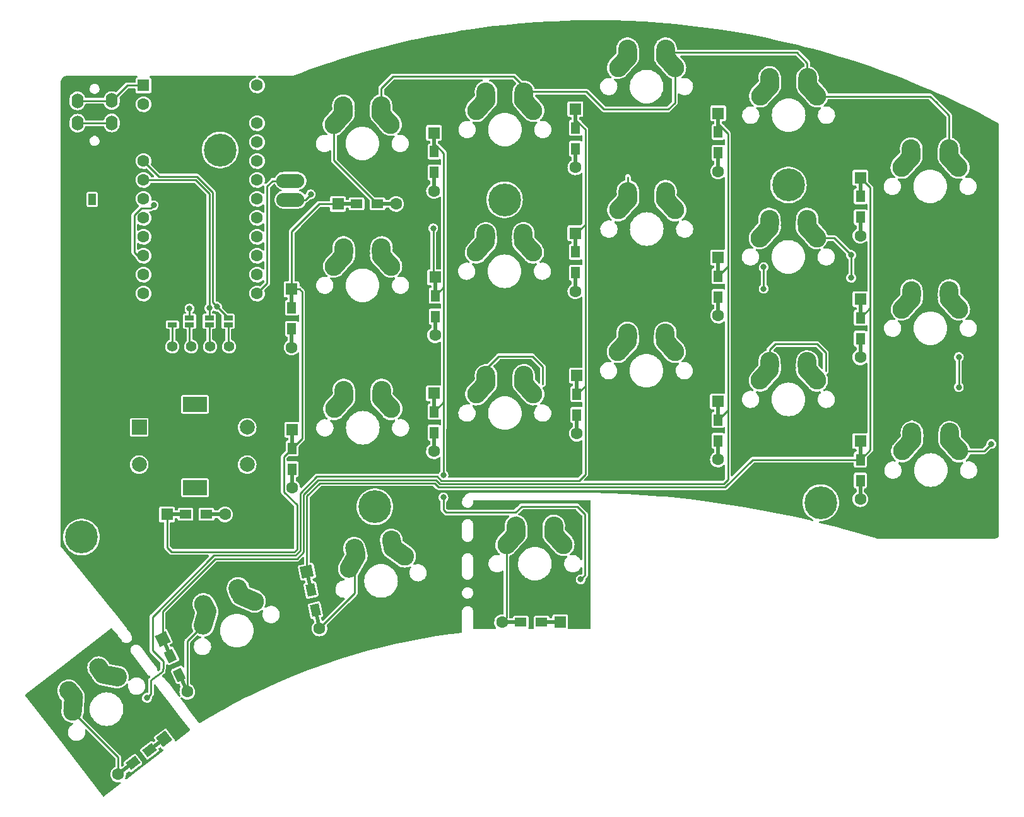
<source format=gbr>
%TF.GenerationSoftware,KiCad,Pcbnew,(5.99.0-11550-g369d813a32)*%
%TF.CreationDate,2022-01-17T19:26:53+05:30*%
%TF.ProjectId,Pteron36v0,50746572-6f6e-4333-9676-302e6b696361,rev?*%
%TF.SameCoordinates,Original*%
%TF.FileFunction,Copper,L2,Bot*%
%TF.FilePolarity,Positive*%
%FSLAX46Y46*%
G04 Gerber Fmt 4.6, Leading zero omitted, Abs format (unit mm)*
G04 Created by KiCad (PCBNEW (5.99.0-11550-g369d813a32)) date 2022-01-17 19:26:53*
%MOMM*%
%LPD*%
G01*
G04 APERTURE LIST*
G04 Aperture macros list*
%AMHorizOval*
0 Thick line with rounded ends*
0 $1 width*
0 $2 $3 position (X,Y) of the first rounded end (center of the circle)*
0 $4 $5 position (X,Y) of the second rounded end (center of the circle)*
0 Add line between two ends*
20,1,$1,$2,$3,$4,$5,0*
0 Add two circle primitives to create the rounded ends*
1,1,$1,$2,$3*
1,1,$1,$4,$5*%
%AMRotRect*
0 Rectangle, with rotation*
0 The origin of the aperture is its center*
0 $1 length*
0 $2 width*
0 $3 Rotation angle, in degrees counterclockwise*
0 Add horizontal line*
21,1,$1,$2,0,0,$3*%
G04 Aperture macros list end*
%TA.AperFunction,ComponentPad*%
%ADD10C,2.000000*%
%TD*%
%TA.AperFunction,SMDPad,CuDef*%
%ADD11HorizOval,2.500000X-0.964041X0.180415X0.964041X-0.180415X0*%
%TD*%
%TA.AperFunction,SMDPad,CuDef*%
%ADD12HorizOval,2.500000X-0.160675X0.242247X0.160675X-0.242247X0*%
%TD*%
%TA.AperFunction,SMDPad,CuDef*%
%ADD13HorizOval,2.500000X-0.192407X0.217898X0.192407X-0.217898X0*%
%TD*%
%TA.AperFunction,SMDPad,CuDef*%
%ADD14HorizOval,2.500000X0.075244X0.977887X-0.075244X-0.977887X0*%
%TD*%
%TA.AperFunction,ComponentPad*%
%ADD15R,1.600000X1.600000*%
%TD*%
%TA.AperFunction,ComponentPad*%
%ADD16C,1.600000*%
%TD*%
%TA.AperFunction,SMDPad,CuDef*%
%ADD17HorizOval,2.500000X-0.654995X0.730004X0.654995X-0.730004X0*%
%TD*%
%TA.AperFunction,SMDPad,CuDef*%
%ADD18HorizOval,2.500000X-0.019999X-0.290000X0.019999X0.290000X0*%
%TD*%
%TA.AperFunction,SMDPad,CuDef*%
%ADD19HorizOval,2.500000X-0.019999X0.290000X0.019999X-0.290000X0*%
%TD*%
%TA.AperFunction,SMDPad,CuDef*%
%ADD20HorizOval,2.500000X0.654995X0.730004X-0.654995X-0.730004X0*%
%TD*%
%TA.AperFunction,SMDPad,CuDef*%
%ADD21HorizOval,2.500000X-0.797471X0.570933X0.797471X-0.570933X0*%
%TD*%
%TA.AperFunction,SMDPad,CuDef*%
%ADD22HorizOval,2.500000X-0.043243X0.287455X0.043243X-0.287455X0*%
%TD*%
%TA.AperFunction,SMDPad,CuDef*%
%ADD23HorizOval,2.500000X0.481468X0.854467X-0.481468X-0.854467X0*%
%TD*%
%TA.AperFunction,SMDPad,CuDef*%
%ADD24HorizOval,2.500000X-0.082293X0.278797X0.082293X-0.278797X0*%
%TD*%
%TA.AperFunction,SMDPad,CuDef*%
%ADD25R,0.500000X2.900000*%
%TD*%
%TA.AperFunction,SMDPad,CuDef*%
%ADD26R,1.200000X1.600000*%
%TD*%
%TA.AperFunction,SMDPad,CuDef*%
%ADD27R,1.600000X1.200000*%
%TD*%
%TA.AperFunction,SMDPad,CuDef*%
%ADD28R,2.900000X0.500000*%
%TD*%
%TA.AperFunction,SMDPad,CuDef*%
%ADD29HorizOval,2.500000X-0.902141X0.384796X0.902141X-0.384796X0*%
%TD*%
%TA.AperFunction,SMDPad,CuDef*%
%ADD30HorizOval,2.500000X-0.104434X0.271281X0.104434X-0.271281X0*%
%TD*%
%TA.AperFunction,SMDPad,CuDef*%
%ADD31HorizOval,2.500000X-0.140685X0.254377X0.140685X-0.254377X0*%
%TD*%
%TA.AperFunction,SMDPad,CuDef*%
%ADD32HorizOval,2.500000X0.285114X0.938422X-0.285114X-0.938422X0*%
%TD*%
%TA.AperFunction,ComponentPad*%
%ADD33O,1.600000X2.000000*%
%TD*%
%TA.AperFunction,ComponentPad*%
%ADD34C,1.397000*%
%TD*%
%TA.AperFunction,ComponentPad*%
%ADD35R,2.000000X2.000000*%
%TD*%
%TA.AperFunction,ComponentPad*%
%ADD36R,3.200000X2.000000*%
%TD*%
%TA.AperFunction,ComponentPad*%
%ADD37C,4.400000*%
%TD*%
%TA.AperFunction,SMDPad,CuDef*%
%ADD38R,1.000000X1.500000*%
%TD*%
%TA.AperFunction,SMDPad,CuDef*%
%ADD39RotRect,1.600000X1.200000X37.500000*%
%TD*%
%TA.AperFunction,SMDPad,CuDef*%
%ADD40RotRect,2.900000X0.500000X37.500000*%
%TD*%
%TA.AperFunction,ComponentPad*%
%ADD41RotRect,1.600000X1.600000X37.500000*%
%TD*%
%TA.AperFunction,SMDPad,CuDef*%
%ADD42RotRect,2.900000X0.500000X115.000000*%
%TD*%
%TA.AperFunction,SMDPad,CuDef*%
%ADD43RotRect,1.600000X1.200000X115.000000*%
%TD*%
%TA.AperFunction,ComponentPad*%
%ADD44RotRect,1.600000X1.600000X115.000000*%
%TD*%
%TA.AperFunction,ComponentPad*%
%ADD45RotRect,1.600000X1.600000X102.500000*%
%TD*%
%TA.AperFunction,SMDPad,CuDef*%
%ADD46RotRect,2.900000X0.500000X102.500000*%
%TD*%
%TA.AperFunction,SMDPad,CuDef*%
%ADD47RotRect,1.600000X1.200000X102.500000*%
%TD*%
%TA.AperFunction,SMDPad,CuDef*%
%ADD48R,1.270000X0.635000*%
%TD*%
%TA.AperFunction,SMDPad,CuDef*%
%ADD49O,3.759200X1.879600*%
%TD*%
%TA.AperFunction,ViaPad*%
%ADD50C,0.800000*%
%TD*%
%TA.AperFunction,Conductor*%
%ADD51C,0.250000*%
%TD*%
G04 APERTURE END LIST*
D10*
%TO.P,SW20,1,1*%
%TO.N,/Row4*%
X117415180Y-139930998D03*
X119647645Y-140688493D03*
D11*
X118683603Y-140508084D03*
D10*
X117719561Y-140327675D03*
X117093832Y-139446503D03*
D12*
X117254506Y-139688751D03*
D10*
%TO.P,SW20,2,2*%
%TO.N,Net-(D20-Pad2)*%
X113752794Y-143371482D03*
X113602293Y-145327256D03*
D13*
X113256005Y-142756908D03*
D10*
X113063597Y-142539011D03*
X113448413Y-142974806D03*
D14*
X113677543Y-144349369D03*
%TD*%
D15*
%TO.P,U1,1,TX*%
%TO.N,/Serial*%
X123120968Y-61299844D03*
D16*
%TO.P,U1,2,RX*%
%TO.N,N/C*%
X123120968Y-63839844D03*
%TO.P,U1,3,GND*%
%TO.N,GND*%
X123120968Y-66379844D03*
%TO.P,U1,4,GND*%
X123120968Y-68919844D03*
%TO.P,U1,5,SCL*%
%TO.N,SDA*%
X123120968Y-71459844D03*
%TO.P,U1,6,SDA*%
%TO.N,SCL*%
X123120968Y-73999844D03*
%TO.P,U1,7,D4*%
%TO.N,N/C*%
X123120968Y-76539844D03*
%TO.P,U1,8,C6*%
X123120968Y-79079844D03*
%TO.P,U1,9,D7*%
%TO.N,/Row2*%
X123120968Y-81619844D03*
%TO.P,U1,10,E6*%
%TO.N,/Row1*%
X123120968Y-84159844D03*
%TO.P,U1,11,B4*%
%TO.N,/Row3*%
X123120968Y-86699844D03*
%TO.P,U1,12,B5*%
%TO.N,/Row4*%
X123120968Y-89239844D03*
%TO.P,U1,13,B6*%
%TO.N,/PWM*%
X138360968Y-89239844D03*
%TO.P,U1,14,B2*%
%TO.N,/Col5*%
X138360968Y-86699844D03*
%TO.P,U1,15,B3*%
%TO.N,/Col4*%
X138360968Y-84159844D03*
%TO.P,U1,16,B1*%
%TO.N,/Col3*%
X138360968Y-81619844D03*
%TO.P,U1,17,F7*%
%TO.N,/Col2*%
X138360968Y-79079844D03*
%TO.P,U1,18,F6*%
%TO.N,/Col1*%
X138360968Y-76539844D03*
%TO.P,U1,19,F5*%
%TO.N,/RotB*%
X138360968Y-73999844D03*
%TO.P,U1,20,F4*%
%TO.N,/RotA*%
X138360968Y-71459844D03*
%TO.P,U1,21,VCC*%
%TO.N,VCC*%
X138360968Y-68919844D03*
%TO.P,U1,22,RST*%
%TO.N,Net-(JP10-Pad1)*%
X138360968Y-66379844D03*
%TO.P,U1,23,GND*%
%TO.N,GND*%
X138360968Y-63839844D03*
%TO.P,U1,24,RAW*%
%TO.N,N/C*%
X138360968Y-61299844D03*
%TD*%
D10*
%TO.P,SW27,1,1*%
%TO.N,/Row2*%
X155074645Y-83054727D03*
D17*
X155689645Y-84864727D03*
D18*
X155054645Y-83344727D03*
D10*
X155034645Y-83634727D03*
X155034645Y-84134727D03*
X156344645Y-85594727D03*
%TO.P,SW27,2,2*%
%TO.N,Net-(D27-Pad2)*%
X148724645Y-85594727D03*
X149994645Y-83054727D03*
D19*
X150014645Y-83344727D03*
D20*
X149379645Y-84864727D03*
D10*
X150034645Y-84134727D03*
X150034645Y-83634727D03*
%TD*%
D18*
%TO.P,SW19,1,1*%
%TO.N,/Row3*%
X193134760Y-94810009D03*
D10*
X193114760Y-95100009D03*
X193154760Y-94520009D03*
X193114760Y-95600009D03*
D17*
X193769760Y-96330009D03*
D10*
X194424760Y-97060009D03*
%TO.P,SW19,2,2*%
%TO.N,Net-(D19-Pad2)*%
X188114760Y-95100009D03*
D19*
X188094760Y-94810009D03*
D10*
X186804760Y-97060009D03*
X188114760Y-95600009D03*
X188074760Y-94520009D03*
D20*
X187459760Y-96330009D03*
%TD*%
D18*
%TO.P,SW26,1,1*%
%TO.N,/Row1*%
X155011001Y-64309832D03*
D10*
X155031001Y-64019832D03*
X154991001Y-65099832D03*
D17*
X155646001Y-65829832D03*
D10*
X154991001Y-64599832D03*
X156301001Y-66559832D03*
D20*
%TO.P,SW26,2,2*%
%TO.N,Net-(D26-Pad2)*%
X149336001Y-65829832D03*
D10*
X149991001Y-65099832D03*
X149951001Y-64019832D03*
X148681001Y-66559832D03*
X149991001Y-64599832D03*
D19*
X149971001Y-64309832D03*
%TD*%
D10*
%TO.P,SW23,1,1*%
%TO.N,/Row2*%
X174077782Y-81749207D03*
X175387782Y-83709207D03*
D18*
X174097782Y-81459207D03*
D10*
X174077782Y-82249207D03*
D17*
X174732782Y-82979207D03*
D10*
X174117782Y-81169207D03*
%TO.P,SW23,2,2*%
%TO.N,Net-(D23-Pad2)*%
X169077782Y-81749207D03*
D20*
X168422782Y-82979207D03*
D10*
X169077782Y-82249207D03*
X167767782Y-83709207D03*
D19*
X169057782Y-81459207D03*
D10*
X169037782Y-81169207D03*
%TD*%
D17*
%TO.P,SW28,1,1*%
%TO.N,/Row3*%
X155709023Y-103990179D03*
D10*
X156364023Y-104720179D03*
X155054023Y-102760179D03*
X155054023Y-103260179D03*
X155094023Y-102180179D03*
D18*
X155074023Y-102470179D03*
D19*
%TO.P,SW28,2,2*%
%TO.N,Net-(D28-Pad2)*%
X150034023Y-102470179D03*
D20*
X149399023Y-103990179D03*
D10*
X150014023Y-102180179D03*
X150054023Y-103260179D03*
X148744023Y-104720179D03*
X150054023Y-102760179D03*
%TD*%
D17*
%TO.P,SW22,1,1*%
%TO.N,/Row1*%
X174779694Y-63968582D03*
D18*
X174144694Y-62448582D03*
D10*
X175434694Y-64698582D03*
X174124694Y-62738582D03*
X174124694Y-63238582D03*
X174164694Y-62158582D03*
%TO.P,SW22,2,2*%
%TO.N,Net-(D22-Pad2)*%
X169124694Y-63238582D03*
X169084694Y-62158582D03*
D19*
X169104694Y-62448582D03*
D20*
X168469694Y-63968582D03*
D10*
X167814694Y-64698582D03*
X169124694Y-62738582D03*
%TD*%
D18*
%TO.P,SW24,1,1*%
%TO.N,/Row3*%
X174141427Y-100494103D03*
D10*
X174121427Y-100784103D03*
D17*
X174776427Y-102014103D03*
D10*
X174161427Y-100204103D03*
X174121427Y-101284103D03*
X175431427Y-102744103D03*
%TO.P,SW24,2,2*%
%TO.N,Net-(D24-Pad2)*%
X167811427Y-102744103D03*
D19*
X169101427Y-100494103D03*
D10*
X169121427Y-101284103D03*
X169081427Y-100204103D03*
D20*
X168466427Y-102014103D03*
D10*
X169121427Y-100784103D03*
%TD*%
D18*
%TO.P,SW12,1,1*%
%TO.N,/Row1*%
X212222729Y-60519418D03*
D10*
X212202729Y-60809418D03*
D17*
X212857729Y-62039418D03*
D10*
X213512729Y-62769418D03*
X212202729Y-61309418D03*
X212242729Y-60229418D03*
%TO.P,SW12,2,2*%
%TO.N,Net-(D12-Pad2)*%
X207202729Y-60809418D03*
D19*
X207182729Y-60519418D03*
D10*
X207202729Y-61309418D03*
X207162729Y-60229418D03*
D20*
X206547729Y-62039418D03*
D10*
X205892729Y-62769418D03*
%TD*%
%TO.P,SW10,1,1*%
%TO.N,/Row4*%
X156472160Y-122879303D03*
X156580380Y-123367451D03*
D21*
X157377854Y-123938379D03*
D10*
X156385677Y-122304394D03*
X158175329Y-124509307D03*
D22*
X156428918Y-122591848D03*
D10*
%TO.P,SW10,2,2*%
%TO.N,Net-(D10-Pad2)*%
X151590680Y-123961501D03*
X151698900Y-124449649D03*
X151426093Y-123403907D03*
X150735954Y-126158577D03*
D23*
X151217427Y-125304113D03*
D24*
X151508386Y-123682704D03*
%TD*%
D10*
%TO.P,SW9,1,1*%
%TO.N,/Row3*%
X231317191Y-107851435D03*
X232587191Y-110391435D03*
X231277191Y-108431435D03*
D18*
X231297191Y-108141435D03*
D10*
X231277191Y-108931435D03*
D17*
X231932191Y-109661435D03*
D10*
%TO.P,SW9,2,2*%
%TO.N,Net-(D9-Pad2)*%
X226277191Y-108431435D03*
X226237191Y-107851435D03*
D20*
X225622191Y-109661435D03*
D19*
X226257191Y-108141435D03*
D10*
X224967191Y-110391435D03*
X226277191Y-108931435D03*
%TD*%
%TO.P,SW8,1,1*%
%TO.N,/Row2*%
X231233550Y-89896534D03*
X232543550Y-91356534D03*
D18*
X231253550Y-89106534D03*
D17*
X231888550Y-90626534D03*
D10*
X231233550Y-89396534D03*
X231273550Y-88816534D03*
%TO.P,SW8,2,2*%
%TO.N,Net-(D8-Pad2)*%
X224923550Y-91356534D03*
X226193550Y-88816534D03*
D19*
X226213550Y-89106534D03*
D20*
X225578550Y-90626534D03*
D10*
X226233550Y-89896534D03*
X226233550Y-89396534D03*
%TD*%
D15*
%TO.P,D22,1,K*%
%TO.N,/Col4*%
X162114161Y-67681297D03*
D25*
X162114161Y-69081297D03*
D26*
X162114161Y-70181297D03*
D16*
%TO.P,D22,2,A*%
%TO.N,Net-(D22-Pad2)*%
X162114161Y-75481297D03*
D26*
X162114161Y-72981297D03*
D25*
X162114161Y-74081297D03*
%TD*%
D26*
%TO.P,D19,1,K*%
%TO.N,/Col3*%
X181289170Y-102741131D03*
D25*
X181289170Y-101641131D03*
D15*
X181289170Y-100241131D03*
D26*
%TO.P,D19,2,A*%
%TO.N,Net-(D19-Pad2)*%
X181289170Y-105541131D03*
D25*
X181289170Y-106641131D03*
D16*
X181289170Y-108041131D03*
%TD*%
D27*
%TO.P,D26,1,K*%
%TO.N,/Col5*%
X151718369Y-77212943D03*
D28*
X150618369Y-77212943D03*
D15*
X149218369Y-77212943D03*
D28*
%TO.P,D26,2,A*%
%TO.N,Net-(D26-Pad2)*%
X155618369Y-77212943D03*
D27*
X154518369Y-77212943D03*
D16*
X157018369Y-77212943D03*
%TD*%
D26*
%TO.P,D28,1,K*%
%TO.N,/Col5*%
X143092015Y-110021782D03*
D15*
X143092015Y-107521782D03*
D25*
X143092015Y-108921782D03*
D16*
%TO.P,D28,2,A*%
%TO.N,Net-(D28-Pad2)*%
X143092015Y-115321782D03*
D25*
X143092015Y-113921782D03*
D26*
X143092015Y-112821782D03*
%TD*%
D25*
%TO.P,D27,1,K*%
%TO.N,/Col5*%
X142999847Y-90068004D03*
D26*
X142999847Y-91168004D03*
D15*
X142999847Y-88668004D03*
D25*
%TO.P,D27,2,A*%
%TO.N,Net-(D27-Pad2)*%
X142999847Y-95068004D03*
D26*
X142999847Y-93968004D03*
D16*
X142999847Y-96468004D03*
%TD*%
D25*
%TO.P,D14,1,K*%
%TO.N,/Col2*%
X200213177Y-105107103D03*
D15*
X200213177Y-103707103D03*
D26*
X200213177Y-106207103D03*
%TO.P,D14,2,A*%
%TO.N,Net-(D14-Pad2)*%
X200213177Y-109007103D03*
D16*
X200213177Y-111507103D03*
D25*
X200213177Y-110107103D03*
%TD*%
D15*
%TO.P,D24,1,K*%
%TO.N,/Col4*%
X162104377Y-102608300D03*
D25*
X162104377Y-104008300D03*
D26*
X162104377Y-105108300D03*
%TO.P,D24,2,A*%
%TO.N,Net-(D24-Pad2)*%
X162104377Y-107908300D03*
D16*
X162104377Y-110408300D03*
D25*
X162104377Y-109008300D03*
%TD*%
%TO.P,D9,1,K*%
%TO.N,/Col1*%
X219320188Y-110431435D03*
D26*
X219320188Y-111531435D03*
D15*
X219320188Y-109031435D03*
D25*
%TO.P,D9,2,A*%
%TO.N,Net-(D9-Pad2)*%
X219320188Y-115431435D03*
D16*
X219320188Y-116831435D03*
D26*
X219320188Y-114331435D03*
%TD*%
D18*
%TO.P,SW17,1,1*%
%TO.N,/Row1*%
X193162292Y-56673929D03*
D17*
X193797292Y-58193929D03*
D10*
X193182292Y-56383929D03*
X193142292Y-56963929D03*
X193142292Y-57463929D03*
X194452292Y-58923929D03*
%TO.P,SW17,2,2*%
%TO.N,Net-(D17-Pad2)*%
X188102292Y-56383929D03*
X188142292Y-57463929D03*
D19*
X188122292Y-56673929D03*
D10*
X186832292Y-58923929D03*
X188142292Y-56963929D03*
D20*
X187487292Y-58193929D03*
%TD*%
D26*
%TO.P,D13,1,K*%
%TO.N,/Col2*%
X200242334Y-86900540D03*
D15*
X200242334Y-84400540D03*
D25*
X200242334Y-85800540D03*
D26*
%TO.P,D13,2,A*%
%TO.N,Net-(D13-Pad2)*%
X200242334Y-89700540D03*
D16*
X200242334Y-92200540D03*
D25*
X200242334Y-90800540D03*
%TD*%
D29*
%TO.P,SW15,1,1*%
%TO.N,/Row4*%
X137132048Y-130172686D03*
D30*
X135914163Y-129063461D03*
D10*
X138034191Y-130557476D03*
X136018596Y-129334742D03*
X135809730Y-128792179D03*
X136229905Y-129787896D03*
%TO.P,SW15,2,2*%
%TO.N,Net-(D15-Pad2)*%
X131487057Y-131447834D03*
D31*
X131346372Y-131193457D03*
D10*
X131698366Y-131900988D03*
D32*
X131413246Y-132839407D03*
D10*
X131128126Y-133777827D03*
X131205686Y-130939080D03*
%TD*%
D18*
%TO.P,SW14,1,1*%
%TO.N,/Row3*%
X212195192Y-98655490D03*
D10*
X212215192Y-98365490D03*
X212175192Y-98945490D03*
X212175192Y-99445490D03*
D17*
X212830192Y-100175490D03*
D10*
X213485192Y-100905490D03*
%TO.P,SW14,2,2*%
%TO.N,Net-(D14-Pad2)*%
X207135192Y-98365490D03*
D19*
X207155192Y-98655490D03*
D10*
X207175192Y-99445490D03*
X207175192Y-98945490D03*
X205865192Y-100905490D03*
D20*
X206520192Y-100175490D03*
%TD*%
D10*
%TO.P,SW7,1,1*%
%TO.N,/Row1*%
X231229902Y-69781632D03*
D18*
X231209902Y-70071632D03*
D10*
X231189902Y-70861632D03*
X231189902Y-70361632D03*
D17*
X231844902Y-71591632D03*
D10*
X232499902Y-72321632D03*
D19*
%TO.P,SW7,2,2*%
%TO.N,Net-(D7-Pad2)*%
X226169902Y-70071632D03*
D10*
X226149902Y-69781632D03*
X226189902Y-70861632D03*
X226189902Y-70361632D03*
D20*
X225534902Y-71591632D03*
D10*
X224879902Y-72321632D03*
%TD*%
D26*
%TO.P,D17,1,K*%
%TO.N,/Col3*%
X181083769Y-66999142D03*
D25*
X181083769Y-65899142D03*
D15*
X181083769Y-64499142D03*
D25*
%TO.P,D17,2,A*%
%TO.N,Net-(D17-Pad2)*%
X181083769Y-70899142D03*
D26*
X181083769Y-69799142D03*
D16*
X181083769Y-72299142D03*
%TD*%
D15*
%TO.P,D8,1,K*%
%TO.N,/Col1*%
X219320189Y-89996535D03*
D26*
X219320189Y-92496535D03*
D25*
X219320189Y-91396535D03*
%TO.P,D8,2,A*%
%TO.N,Net-(D8-Pad2)*%
X219320189Y-96396535D03*
D26*
X219320189Y-95296535D03*
D16*
X219320189Y-97796535D03*
%TD*%
D10*
%TO.P,SW18,1,1*%
%TO.N,/Row2*%
X194471675Y-78049380D03*
X193161675Y-76089380D03*
X193201675Y-75509380D03*
D18*
X193181675Y-75799380D03*
D17*
X193816675Y-77319380D03*
D10*
X193161675Y-76589380D03*
%TO.P,SW18,2,2*%
%TO.N,Net-(D18-Pad2)*%
X188161675Y-76089380D03*
D20*
X187506675Y-77319380D03*
D19*
X188141675Y-75799380D03*
D10*
X186851675Y-78049380D03*
X188161675Y-76589380D03*
X188121675Y-75509380D03*
%TD*%
D26*
%TO.P,D23,1,K*%
%TO.N,/Col4*%
X162266117Y-89536384D03*
D15*
X162266117Y-87036384D03*
D25*
X162266117Y-88436384D03*
D16*
%TO.P,D23,2,A*%
%TO.N,Net-(D23-Pad2)*%
X162266117Y-94836384D03*
D25*
X162266117Y-93436384D03*
D26*
X162266117Y-92336384D03*
%TD*%
D15*
%TO.P,D18,1,K*%
%TO.N,/Col3*%
X181083770Y-81136143D03*
D26*
X181083770Y-83636143D03*
D25*
X181083770Y-82536143D03*
%TO.P,D18,2,A*%
%TO.N,Net-(D18-Pad2)*%
X181083770Y-87536143D03*
D16*
X181083770Y-88936143D03*
D26*
X181083770Y-86436143D03*
%TD*%
%TO.P,D12,1,K*%
%TO.N,/Col2*%
X200242333Y-67557942D03*
D25*
X200242333Y-66457942D03*
D15*
X200242333Y-65057942D03*
D16*
%TO.P,D12,2,A*%
%TO.N,Net-(D12-Pad2)*%
X200242333Y-72857942D03*
D26*
X200242333Y-70357942D03*
D25*
X200242333Y-71457942D03*
%TD*%
%TO.P,D7,1,K*%
%TO.N,/Col1*%
X219320190Y-75092116D03*
D26*
X219320190Y-76192116D03*
D15*
X219320190Y-73692116D03*
D26*
%TO.P,D7,2,A*%
%TO.N,Net-(D7-Pad2)*%
X219320190Y-78992116D03*
D25*
X219320190Y-80092116D03*
D16*
X219320190Y-81492116D03*
%TD*%
D33*
%TO.P,J1,1*%
%TO.N,GND*%
X114267769Y-71444144D03*
%TO.P,J1,2*%
X118867769Y-70344144D03*
%TO.P,J1,3*%
%TO.N,VCC*%
X118867769Y-66344144D03*
%TO.P,J1,4*%
%TO.N,/Serial*%
X118867769Y-63344144D03*
%TD*%
D34*
%TO.P,J3,1,Pin_1*%
%TO.N,Net-(J3-Pad1)*%
X134601768Y-96339143D03*
%TO.P,J3,2,Pin_2*%
%TO.N,Net-(J3-Pad2)*%
X132061768Y-96339143D03*
%TO.P,J3,3,Pin_3*%
%TO.N,Net-(J3-Pad3)*%
X129521768Y-96339143D03*
%TO.P,J3,4,Pin_4*%
%TO.N,Net-(J3-Pad4)*%
X126981768Y-96339143D03*
%TD*%
D27*
%TO.P,D_RE1,1,K*%
%TO.N,/Col5*%
X128769999Y-118884001D03*
D28*
X127669999Y-118884001D03*
D15*
X126269999Y-118884001D03*
D27*
%TO.P,D_RE1,2,A*%
%TO.N,Net-(D_RE1-Pad2)*%
X131569999Y-118884001D03*
D28*
X132669999Y-118884001D03*
D16*
X134069999Y-118884001D03*
%TD*%
D35*
%TO.P,RE1,A,A*%
%TO.N,/RotA*%
X122550000Y-107200000D03*
D10*
%TO.P,RE1,B,B*%
%TO.N,/RotB*%
X122550000Y-112200000D03*
%TO.P,RE1,C,C*%
%TO.N,GND*%
X122550000Y-109700000D03*
D36*
%TO.P,RE1,MP*%
%TO.N,N/C*%
X130050000Y-115300000D03*
X130050000Y-104100000D03*
D10*
%TO.P,RE1,S1,S1*%
%TO.N,Net-(D_RE1-Pad2)*%
X137050000Y-112200000D03*
%TO.P,RE1,S2,S2*%
%TO.N,/Row4*%
X137050000Y-107200000D03*
%TD*%
D37*
%TO.P,H2,1*%
%TO.N,N/C*%
X209675193Y-74672944D03*
%TD*%
%TO.P,H4,1*%
%TO.N,N/C*%
X133407968Y-69973943D03*
%TD*%
%TO.P,H5,1*%
%TO.N,N/C*%
X171577783Y-76654143D03*
%TD*%
D10*
%TO.P,SW13,1,1*%
%TO.N,/Row2*%
X212155820Y-79820046D03*
X212155820Y-80320046D03*
X213465820Y-81780046D03*
X212195820Y-79240046D03*
D18*
X212175820Y-79530046D03*
D17*
X212810820Y-81050046D03*
D10*
%TO.P,SW13,2,2*%
%TO.N,Net-(D13-Pad2)*%
X207115820Y-79240046D03*
X205845820Y-81780046D03*
X207155820Y-79820046D03*
D19*
X207135820Y-79530046D03*
D20*
X206500820Y-81050046D03*
D10*
X207155820Y-80320046D03*
%TD*%
%TO.P,SW25,1,1*%
%TO.N,/Row4*%
X178196513Y-120410813D03*
X179466513Y-122950813D03*
X178156513Y-120990813D03*
D17*
X178811513Y-122220813D03*
D10*
X178156513Y-121490813D03*
D18*
X178176513Y-120700813D03*
D10*
%TO.P,SW25,2,2*%
%TO.N,Net-(D25-Pad2)*%
X171846513Y-122950813D03*
D19*
X173136513Y-120700813D03*
D10*
X173156513Y-120990813D03*
D20*
X172501513Y-122220813D03*
D10*
X173156513Y-121490813D03*
X173116513Y-120410813D03*
%TD*%
D37*
%TO.P,H6,1*%
%TO.N,N/C*%
X214000000Y-117300000D03*
%TD*%
D15*
%TO.P,D25,1,K*%
%TO.N,/Col4*%
X179048514Y-133364814D03*
D27*
X176548514Y-133364814D03*
D28*
X177648514Y-133364814D03*
%TO.P,D25,2,A*%
%TO.N,Net-(D25-Pad2)*%
X172648514Y-133364814D03*
D16*
X171248514Y-133364814D03*
D27*
X173748514Y-133364814D03*
%TD*%
D38*
%TO.P,JP10,1,1*%
%TO.N,Net-(JP10-Pad1)*%
X116250000Y-76600000D03*
%TO.P,JP10,2,2*%
%TO.N,GND*%
X117550000Y-76600000D03*
%TD*%
D37*
%TO.P,H1,1*%
%TO.N,N/C*%
X114808000Y-121920000D03*
%TD*%
%TO.P,H3,1*%
%TO.N,N/C*%
X154178000Y-117856000D03*
%TD*%
D39*
%TO.P,D20,1,K*%
%TO.N,/Col3*%
X123935209Y-150546547D03*
D40*
X124807897Y-149876909D03*
D41*
X125918592Y-149024643D03*
D16*
%TO.P,D20,2,A*%
%TO.N,Net-(D20-Pad2)*%
X119730436Y-153772983D03*
D39*
X121713819Y-152251079D03*
D40*
X120841131Y-152920717D03*
%TD*%
D42*
%TO.P,D15,1,K*%
%TO.N,/Col2*%
X126306221Y-136872374D03*
D43*
X126771101Y-137869312D03*
D44*
X125714556Y-135603543D03*
D16*
%TO.P,D15,2,A*%
%TO.N,Net-(D15-Pad2)*%
X129010978Y-142672743D03*
D42*
X128419313Y-141403912D03*
D43*
X127954433Y-140406974D03*
%TD*%
D45*
%TO.P,D10,1,K*%
%TO.N,/Col1*%
X145060655Y-126567587D03*
D46*
X145363670Y-127934401D03*
D47*
X145601754Y-129008327D03*
%TO.P,D10,2,A*%
%TO.N,Net-(D10-Pad2)*%
X146207784Y-131741955D03*
D16*
X146748883Y-134182695D03*
D46*
X146445868Y-132815881D03*
%TD*%
D33*
%TO.P,J2,1*%
%TO.N,GND*%
X118867769Y-71480142D03*
%TO.P,J2,2*%
X114267769Y-70380142D03*
%TO.P,J2,3*%
%TO.N,VCC*%
X114267769Y-66380142D03*
%TO.P,J2,4*%
%TO.N,/Serial*%
X114267769Y-63380142D03*
%TD*%
D48*
%TO.P,JP5,1,1*%
%TO.N,SDA*%
X134500169Y-92511363D03*
%TO.P,JP5,2,2*%
%TO.N,Net-(J3-Pad1)*%
X134500169Y-93410523D03*
%TD*%
%TO.P,JP6,1,1*%
%TO.N,SCL*%
X131960168Y-92511364D03*
%TO.P,JP6,2,2*%
%TO.N,Net-(J3-Pad2)*%
X131960168Y-93410524D03*
%TD*%
%TO.P,JP7,1,1*%
%TO.N,VCC*%
X129293169Y-92511364D03*
%TO.P,JP7,2,2*%
%TO.N,Net-(J3-Pad3)*%
X129293169Y-93410524D03*
%TD*%
%TO.P,JP8,1,1*%
%TO.N,GND*%
X127007168Y-92511364D03*
%TO.P,JP8,2,2*%
%TO.N,Net-(J3-Pad4)*%
X127007168Y-93410524D03*
%TD*%
D49*
%TO.P,PWM_PAD1,1,Pin_1*%
%TO.N,GND*%
X142856770Y-71574144D03*
%TO.P,PWM_PAD1,2,Pin_2*%
%TO.N,/PWM*%
X142856770Y-74114144D03*
%TO.P,PWM_PAD1,3,Pin_3*%
%TO.N,VCC*%
X142856770Y-76654144D03*
%TD*%
D50*
%TO.N,Net-(D13-Pad2)*%
X206353817Y-88595094D03*
X206353818Y-85699493D03*
%TO.N,/Col3*%
X123584391Y-143508300D03*
%TO.N,/Col4*%
X163384391Y-116608300D03*
X162008367Y-80484697D03*
X181800000Y-127600000D03*
X163384391Y-113608300D03*
%TO.N,/Row1*%
X124500000Y-77400000D03*
%TO.N,/Row2*%
X218091569Y-87118943D03*
X232543550Y-97762162D03*
X232543549Y-101800762D03*
X218091567Y-84070943D03*
%TO.N,/Row3*%
X236901368Y-109432842D03*
%TO.N,VCC*%
X129301632Y-91242205D03*
X145574569Y-75917544D03*
%TO.N,GND*%
X136201969Y-92478343D03*
X117600000Y-76600000D03*
X141942368Y-69491343D03*
%TO.N,SCL*%
X131960168Y-91157542D03*
%TO.N,SDA*%
X132997759Y-91008955D03*
%TO.N,/PWM*%
X142856768Y-74114143D03*
%TO.N,Net-(JP10-Pad1)*%
X116200000Y-76600000D03*
%TD*%
D51*
%TO.N,/Col4*%
X163384390Y-118257326D02*
X163384391Y-116608300D01*
X173859301Y-117802292D02*
X173028780Y-118632814D01*
X173028780Y-118632814D02*
X163759878Y-118632813D01*
X181302292Y-117802292D02*
X173859301Y-117802292D01*
X163759878Y-118632813D02*
X163384390Y-118257326D01*
X182372000Y-118872000D02*
X181302292Y-117802292D01*
X181800000Y-127600000D02*
X182372000Y-127028000D01*
X182372000Y-127028000D02*
X182372000Y-118872000D01*
%TO.N,/Row1*%
X193548000Y-64516000D02*
X194452293Y-63611707D01*
X184912000Y-64516000D02*
X193548000Y-64516000D01*
X182554581Y-62158581D02*
X184912000Y-64516000D01*
X174164694Y-62158581D02*
X182554581Y-62158581D01*
X194452293Y-63611707D02*
X194452293Y-58923929D01*
X210820000Y-56896000D02*
X212202729Y-58278729D01*
X212202729Y-58278729D02*
X212202729Y-61309418D01*
X193210222Y-56896000D02*
X210820000Y-56896000D01*
X193142293Y-56963929D02*
X193210222Y-56896000D01*
X228663168Y-62769418D02*
X229393750Y-63500000D01*
X227569418Y-62769418D02*
X228663168Y-62769418D01*
X231229902Y-65336152D02*
X229393750Y-63500000D01*
X231229902Y-69781632D02*
X231229902Y-65336152D01*
%TO.N,/Col1*%
X219320190Y-73692116D02*
X220656968Y-75028894D01*
X145060655Y-116410781D02*
X146772396Y-114699040D01*
X220656968Y-110194655D02*
X219320190Y-111531435D01*
X204896971Y-111531435D02*
X219320188Y-111531435D01*
X220557580Y-91259144D02*
X219320189Y-92496534D01*
X220656968Y-75028894D02*
X220656967Y-91259144D01*
X146772396Y-114699040D02*
X162179081Y-114699040D01*
X220656967Y-91259144D02*
X220557580Y-91259144D01*
X145060655Y-126567588D02*
X145060655Y-116410781D01*
X220656967Y-91259144D02*
X220656967Y-108962943D01*
X162711892Y-115231851D02*
X201196555Y-115231851D01*
X162179081Y-114699040D02*
X162711892Y-115231851D01*
X201196555Y-115231851D02*
X204896971Y-111531435D01*
X220656967Y-108962943D02*
X220656968Y-110194655D01*
%TO.N,Net-(D9-Pad2)*%
X226237192Y-107851434D02*
X226237192Y-106633920D01*
%TO.N,Net-(D10-Pad2)*%
X150481641Y-130449940D02*
X146748882Y-134182699D01*
X150483387Y-130449941D02*
X151482514Y-129450813D01*
X151482514Y-129450813D02*
X151482515Y-126905137D01*
X150481641Y-130449940D02*
X150483387Y-130449941D01*
X151482515Y-126905137D02*
X150735954Y-126158577D01*
%TO.N,/Col2*%
X201556168Y-103980076D02*
X201556168Y-114236523D01*
X201556168Y-85586705D02*
X200242334Y-86900542D01*
X144611135Y-116224583D02*
X144611135Y-123924596D01*
X144917859Y-115917859D02*
X144611135Y-116224583D01*
X201556167Y-104864110D02*
X200213179Y-106207103D01*
X201556168Y-103980076D02*
X201556167Y-104864110D01*
X146586198Y-114249520D02*
X144917859Y-115917859D01*
X201556168Y-114236523D02*
X201010360Y-114782331D01*
X132767170Y-124823564D02*
X125714559Y-131876175D01*
X200242333Y-66457943D02*
X201556168Y-67771780D01*
X201556168Y-82165942D02*
X201556168Y-85586705D01*
X201556168Y-82165942D02*
X201556168Y-103980076D01*
X144611135Y-123924596D02*
X143712168Y-124823563D01*
X125714559Y-131876175D02*
X125714557Y-134461754D01*
X201556168Y-67771780D02*
X201556168Y-82165942D01*
X201010360Y-114782331D02*
X162898090Y-114782331D01*
X162365279Y-114249520D02*
X146586198Y-114249520D01*
X162898090Y-114782331D02*
X162365279Y-114249520D01*
X125714557Y-134461754D02*
X125714559Y-135603543D01*
X143712168Y-124823563D02*
X132767170Y-124823564D01*
%TO.N,Net-(D13-Pad2)*%
X206353818Y-85699493D02*
X206353817Y-88595094D01*
%TO.N,Net-(D14-Pad2)*%
X207900000Y-96000000D02*
X213500000Y-96000000D01*
X207135192Y-96764808D02*
X207900000Y-96000000D01*
X207135192Y-98365490D02*
X207135192Y-96764808D01*
X214675192Y-97175192D02*
X214675192Y-99645490D01*
X213500000Y-96000000D02*
X214675192Y-97175192D01*
%TO.N,Net-(D15-Pad2)*%
X129010978Y-135894975D02*
X129010978Y-142672743D01*
X131205686Y-130939080D02*
X130832048Y-130291919D01*
X131128126Y-133777827D02*
X129010978Y-135894975D01*
%TO.N,/Col3*%
X144161615Y-116038386D02*
X144161615Y-123738398D01*
X163084288Y-114332811D02*
X162551477Y-113800000D01*
X125696134Y-139969012D02*
X124142872Y-141160872D01*
X124142872Y-141160872D02*
X124142872Y-142949819D01*
X132580770Y-124373553D02*
X124326896Y-132627429D01*
X182413682Y-104197235D02*
X182413682Y-113479009D01*
X124326896Y-137150804D02*
X125784391Y-138608299D01*
X124326896Y-132627429D02*
X124326896Y-137150804D01*
X182404568Y-101625734D02*
X182404569Y-104188122D01*
X181083768Y-65899143D02*
X182404569Y-67219943D01*
X182413682Y-113479009D02*
X181559880Y-114332811D01*
X181559880Y-114332811D02*
X163084288Y-114332811D01*
X182404569Y-79956141D02*
X182404568Y-101625734D01*
X182404568Y-101625734D02*
X181289172Y-102741129D01*
X125784391Y-139298633D02*
X125696134Y-139969012D01*
X182404569Y-104188122D02*
X182404569Y-104467142D01*
X144161615Y-123738398D02*
X143526460Y-124373553D01*
X124142872Y-142949819D02*
X123584391Y-143508300D01*
X125784391Y-138608299D02*
X125784391Y-139298633D01*
X182404569Y-67219943D02*
X182404569Y-79956141D01*
X182404569Y-104467142D02*
X182414172Y-104476747D01*
X181083769Y-81276942D02*
X182404569Y-79956141D01*
X182404569Y-104188122D02*
X182413682Y-104197235D01*
X181083769Y-82536143D02*
X181083769Y-81276942D01*
X146400000Y-113800000D02*
X144161615Y-116038386D01*
X162551477Y-113800000D02*
X146400000Y-113800000D01*
X143526460Y-124373553D02*
X132580770Y-124373553D01*
%TO.N,Net-(D18-Pad2)*%
X188121678Y-75509380D02*
X188121676Y-73600192D01*
%TO.N,Net-(D20-Pad2)*%
X119730435Y-153772983D02*
X119730436Y-151455399D01*
X112506203Y-141573571D02*
X113063599Y-142539011D01*
X119730436Y-151455399D02*
X113602292Y-145327256D01*
%TO.N,/Col4*%
X163430769Y-103781908D02*
X162104377Y-105108299D01*
X162114161Y-69081298D02*
X163430770Y-70397907D01*
X163430770Y-70397907D02*
X163430768Y-87093543D01*
X163430768Y-103061921D02*
X163430768Y-107286914D01*
X163384391Y-107333292D02*
X163430768Y-107286914D01*
X162008367Y-86778634D02*
X162266118Y-87036382D01*
X163430768Y-87093543D02*
X163430770Y-88371733D01*
X163430768Y-87093543D02*
X163430768Y-103061921D01*
X162008367Y-80484697D02*
X162008367Y-86778634D01*
X163384391Y-113608300D02*
X163384391Y-107333292D01*
X163430770Y-88371733D02*
X162266119Y-89536384D01*
X163430768Y-103061921D02*
X163430769Y-103781908D01*
%TO.N,Net-(D23-Pad2)*%
X169037785Y-81169206D02*
X169037784Y-80546728D01*
%TO.N,Net-(D24-Pad2)*%
X175317969Y-97659944D02*
X176721426Y-99063403D01*
X169081429Y-100204103D02*
X169081428Y-99349882D01*
X176721426Y-99063403D02*
X176721427Y-101384103D01*
X169081428Y-99349882D02*
X170771369Y-97659944D01*
X170771369Y-97659944D02*
X175317969Y-97659944D01*
%TO.N,/Col5*%
X144406167Y-108707628D02*
X143092014Y-110021784D01*
X146717569Y-77212943D02*
X142999846Y-80930664D01*
X141967504Y-115867504D02*
X143712095Y-117612095D01*
X143078218Y-110021782D02*
X141967504Y-111132496D01*
X143340752Y-123923543D02*
X126916743Y-123923543D01*
X143712095Y-117612095D02*
X143712095Y-123552200D01*
X141967504Y-111132496D02*
X141967504Y-115867504D01*
X126300000Y-123306800D02*
X126300000Y-118914002D01*
X142999846Y-80930664D02*
X142999847Y-88668005D01*
X143092015Y-110021782D02*
X143078218Y-110021782D01*
X142999847Y-88668005D02*
X144049847Y-88668004D01*
X126916743Y-123923543D02*
X126300000Y-123306800D01*
X126300000Y-118914002D02*
X126269999Y-118884001D01*
X149218369Y-77212943D02*
X146717569Y-77212943D01*
X144049847Y-88668004D02*
X144406170Y-89024324D01*
X144406170Y-89024324D02*
X144406167Y-108707628D01*
X143712095Y-123552200D02*
X143340752Y-123923543D01*
%TO.N,Net-(D26-Pad2)*%
X148681000Y-71375575D02*
X154518370Y-77212944D01*
X148681002Y-66559835D02*
X148681000Y-71375575D01*
%TO.N,/Row1*%
X123120968Y-84159844D02*
X122359844Y-84159844D01*
X174144694Y-61432194D02*
X174144694Y-62448582D01*
X170399267Y-60113154D02*
X172825654Y-60113154D01*
X217545508Y-62769418D02*
X227569418Y-62769418D01*
X124100000Y-77800000D02*
X124500000Y-77400000D01*
X172825654Y-60113154D02*
X174144694Y-61432194D01*
X155031001Y-64019832D02*
X155031001Y-61662749D01*
X121900000Y-83700000D02*
X121900000Y-78710512D01*
X122359844Y-84159844D02*
X121900000Y-83700000D01*
X156580597Y-60113153D02*
X170399267Y-60113154D01*
X121900000Y-78710512D02*
X122810512Y-77800000D01*
X122810512Y-77800000D02*
X124100000Y-77800000D01*
X213512730Y-62769417D02*
X217545508Y-62769418D01*
X155031001Y-61662749D02*
X156580597Y-60113153D01*
%TO.N,/Row2*%
X218091567Y-84070943D02*
X218091569Y-87118943D01*
X215800670Y-81780045D02*
X215445070Y-81780045D01*
X213465819Y-81780046D02*
X215445070Y-81780045D01*
X218091567Y-84070943D02*
X215800670Y-81780045D01*
X232543550Y-97762162D02*
X232543549Y-101800762D01*
%TO.N,/Row3*%
X232587192Y-110391435D02*
X235942777Y-110391435D01*
X235942777Y-110391435D02*
X236901368Y-109432842D01*
%TO.N,/Row4*%
X178196514Y-121680813D02*
X179466513Y-122950813D01*
X178196514Y-120410813D02*
X178196514Y-121680813D01*
%TO.N,/Serial*%
X118831767Y-63380143D02*
X118867768Y-63344142D01*
X120974669Y-61299843D02*
X123120969Y-61299844D01*
X114267769Y-63380143D02*
X118831767Y-63380143D01*
X118867768Y-63344142D02*
X118930369Y-63344143D01*
X118930369Y-63344143D02*
X120974669Y-61299843D01*
%TO.N,VCC*%
X129293169Y-92511364D02*
X129293169Y-91250669D01*
X129293169Y-91250669D02*
X129301632Y-91242205D01*
X118831768Y-66380142D02*
X118867768Y-66344144D01*
X142856770Y-76654144D02*
X144837967Y-76654142D01*
X144837967Y-76654142D02*
X145574569Y-75917544D01*
X114267769Y-66380144D02*
X118831768Y-66380142D01*
%TO.N,GND*%
X117767769Y-71444144D02*
X118867767Y-70344143D01*
X117350000Y-76600000D02*
X117600000Y-76600000D01*
X114267770Y-71444143D02*
X117767769Y-71444144D01*
%TO.N,Net-(J3-Pad4)*%
X127007170Y-96313745D02*
X126981768Y-96339144D01*
X127007169Y-93410523D02*
X127007170Y-96313745D01*
%TO.N,Net-(J3-Pad3)*%
X129293170Y-93410522D02*
X129293169Y-96110545D01*
X129293169Y-96110545D02*
X129521768Y-96339143D01*
%TO.N,Net-(J3-Pad2)*%
X131960168Y-96237542D02*
X132061768Y-96339144D01*
X131960167Y-93410523D02*
X131960168Y-96237542D01*
%TO.N,Net-(J3-Pad1)*%
X134500169Y-93410523D02*
X134500170Y-96237544D01*
X134500170Y-96237544D02*
X134601768Y-96339143D01*
%TO.N,SCL*%
X130118669Y-73999844D02*
X131960169Y-75841344D01*
X131960169Y-75841344D02*
X131960168Y-91157542D01*
X131960168Y-92511364D02*
X132130349Y-92511364D01*
X123120968Y-73999843D02*
X130118669Y-73999844D01*
X131960168Y-91157542D02*
X131960168Y-92511364D01*
%TO.N,SDA*%
X132997759Y-91008955D02*
X134500168Y-92511363D01*
X132410179Y-90421371D02*
X132410177Y-75654943D01*
X130305070Y-73549832D02*
X125210960Y-73549833D01*
X132410177Y-75654943D02*
X130305070Y-73549832D01*
X125210960Y-73549833D02*
X123120969Y-71459844D01*
X132997759Y-91008955D02*
X132410179Y-90421371D01*
%TO.N,/PWM*%
X142856768Y-74114143D02*
X142856768Y-74114143D01*
X139707168Y-87893643D02*
X139707168Y-74850742D01*
X138360969Y-89239843D02*
X139707168Y-87893643D01*
X140443768Y-74114143D02*
X142856768Y-74114143D01*
X139707168Y-74850742D02*
X140443768Y-74114143D01*
%TO.N,Net-(D25-Pad2)*%
X173136515Y-120700812D02*
X173136513Y-119160797D01*
X171846513Y-132766815D02*
X171846513Y-122950813D01*
X171248514Y-133364814D02*
X171846513Y-132766815D01*
X171846515Y-122950812D02*
X171846513Y-122880813D01*
%TD*%
%TA.AperFunction,Conductor*%
%TO.N,GND*%
G36*
X184049025Y-52557077D02*
G01*
X186133400Y-52583857D01*
X186135635Y-52583906D01*
X188219241Y-52649031D01*
X188221343Y-52649116D01*
X190303411Y-52752562D01*
X190305660Y-52752695D01*
X192385259Y-52894411D01*
X192387569Y-52894589D01*
X194464367Y-53074553D01*
X194466628Y-53074771D01*
X196539655Y-53292899D01*
X196541958Y-53293163D01*
X198610603Y-53549390D01*
X198612901Y-53549696D01*
X200676489Y-53843936D01*
X200678781Y-53844284D01*
X202736614Y-54176440D01*
X202738899Y-54176830D01*
X204790338Y-54546797D01*
X204792615Y-54547230D01*
X206836823Y-54954860D01*
X206839034Y-54955322D01*
X208075686Y-55225665D01*
X208875461Y-55400503D01*
X208877721Y-55401019D01*
X210905543Y-55883573D01*
X210907793Y-55884130D01*
X211985910Y-56161738D01*
X212926487Y-56403930D01*
X212928644Y-56404507D01*
X214443996Y-56824572D01*
X214937411Y-56961350D01*
X214939639Y-56961990D01*
X215057429Y-56996988D01*
X216603105Y-57456243D01*
X216937731Y-57555668D01*
X216939947Y-57556348D01*
X218926893Y-58186719D01*
X218929096Y-58187441D01*
X220903978Y-58854215D01*
X220906167Y-58854976D01*
X222868547Y-59558004D01*
X222870722Y-59558806D01*
X224156694Y-60046384D01*
X224812306Y-60294960D01*
X224819804Y-60297803D01*
X224821947Y-60298639D01*
X226757152Y-61073387D01*
X226759179Y-61074220D01*
X228167644Y-61668384D01*
X228679852Y-61884460D01*
X228681979Y-61885381D01*
X229514241Y-62254652D01*
X230578823Y-62727002D01*
X230587252Y-62730742D01*
X230589349Y-62731695D01*
X232478962Y-63612064D01*
X232480950Y-63613013D01*
X233567345Y-64143702D01*
X234353907Y-64527927D01*
X234355980Y-64528963D01*
X235154638Y-64937463D01*
X236211854Y-65478212D01*
X236213843Y-65479253D01*
X237633102Y-66238441D01*
X237854199Y-66356710D01*
X237904832Y-66406478D01*
X237920768Y-66467813D01*
X237920768Y-121574718D01*
X237918347Y-121599296D01*
X237915792Y-121612143D01*
X237918214Y-121624317D01*
X237918214Y-121627732D01*
X237917422Y-121641844D01*
X237909620Y-121711080D01*
X237903343Y-121738581D01*
X237875147Y-121819161D01*
X237862910Y-121844572D01*
X237817487Y-121916861D01*
X237799898Y-121938916D01*
X237739541Y-121999273D01*
X237717486Y-122016862D01*
X237645197Y-122062285D01*
X237619786Y-122074522D01*
X237539206Y-122102718D01*
X237511705Y-122108995D01*
X237484622Y-122112047D01*
X237442465Y-122116797D01*
X237428357Y-122117589D01*
X237424942Y-122117589D01*
X237412768Y-122115167D01*
X237399921Y-122117722D01*
X237375343Y-122120143D01*
X221563996Y-122120143D01*
X221527986Y-122114888D01*
X221487176Y-122102717D01*
X219885289Y-121624986D01*
X219382262Y-121474968D01*
X219382252Y-121474965D01*
X219381809Y-121474833D01*
X217185052Y-120858201D01*
X216061298Y-120562283D01*
X214979086Y-120277304D01*
X214979048Y-120277294D01*
X214978610Y-120277179D01*
X213863931Y-120002849D01*
X213802564Y-119967147D01*
X213770241Y-119903936D01*
X213777223Y-119833283D01*
X213821295Y-119777622D01*
X213894042Y-119754500D01*
X214154424Y-119754500D01*
X214460837Y-119715791D01*
X214759982Y-119638984D01*
X215047142Y-119525289D01*
X215065609Y-119515137D01*
X215208979Y-119436318D01*
X215317787Y-119376500D01*
X215320991Y-119374172D01*
X215320996Y-119374169D01*
X215564447Y-119197292D01*
X215564449Y-119197291D01*
X215567651Y-119194964D01*
X215792791Y-118983543D01*
X215989658Y-118745571D01*
X216145371Y-118500207D01*
X216153027Y-118488143D01*
X216153029Y-118488140D01*
X216155147Y-118484802D01*
X216286649Y-118205348D01*
X216382088Y-117911616D01*
X216439960Y-117608239D01*
X216459353Y-117300000D01*
X216439960Y-116991761D01*
X216406554Y-116816641D01*
X218260689Y-116816641D01*
X218261931Y-116831435D01*
X218276339Y-117003001D01*
X218277994Y-117022713D01*
X218334995Y-117221501D01*
X218337813Y-117226983D01*
X218337814Y-117226987D01*
X218426702Y-117399944D01*
X218426705Y-117399948D01*
X218429522Y-117405430D01*
X218557974Y-117567496D01*
X218715459Y-117701526D01*
X218895977Y-117802415D01*
X219092654Y-117866319D01*
X219297997Y-117890805D01*
X219304132Y-117890333D01*
X219304134Y-117890333D01*
X219498044Y-117875412D01*
X219498048Y-117875411D01*
X219504186Y-117874939D01*
X219703366Y-117819327D01*
X219708870Y-117816547D01*
X219708872Y-117816546D01*
X219882450Y-117728866D01*
X219882452Y-117728865D01*
X219887951Y-117726087D01*
X220050910Y-117598769D01*
X220054936Y-117594105D01*
X220054939Y-117594102D01*
X220182007Y-117446892D01*
X220182008Y-117446890D01*
X220186036Y-117442224D01*
X220237109Y-117352319D01*
X220285138Y-117267775D01*
X220285140Y-117267771D01*
X220288183Y-117262414D01*
X220353458Y-117066188D01*
X220379377Y-116861021D01*
X220379790Y-116831435D01*
X220359610Y-116625624D01*
X220299839Y-116427652D01*
X220235630Y-116306892D01*
X220205647Y-116250502D01*
X220205645Y-116250499D01*
X220202753Y-116245060D01*
X220198862Y-116240290D01*
X220198860Y-116240286D01*
X220075946Y-116089578D01*
X220075943Y-116089575D01*
X220072051Y-116084803D01*
X220065154Y-116079097D01*
X219917459Y-115956913D01*
X219917454Y-115956910D01*
X219912710Y-115952985D01*
X219907290Y-115950055D01*
X219907285Y-115950051D01*
X219890761Y-115941117D01*
X219840351Y-115891123D01*
X219824688Y-115830281D01*
X219824687Y-115511399D01*
X219844689Y-115443279D01*
X219898344Y-115396786D01*
X219938335Y-115386006D01*
X219939066Y-115385934D01*
X219945254Y-115385934D01*
X219974083Y-115380200D01*
X220007314Y-115373591D01*
X220007316Y-115373590D01*
X220019489Y-115371169D01*
X220029809Y-115364274D01*
X220029810Y-115364273D01*
X220093356Y-115321812D01*
X220103672Y-115314919D01*
X220159922Y-115230736D01*
X220174688Y-115156502D01*
X220174687Y-113506369D01*
X220165324Y-113459292D01*
X220162344Y-113444309D01*
X220162343Y-113444307D01*
X220159922Y-113432134D01*
X220152471Y-113420982D01*
X220110565Y-113358267D01*
X220103672Y-113347951D01*
X220019489Y-113291701D01*
X219945255Y-113276935D01*
X219320290Y-113276935D01*
X218695122Y-113276936D01*
X218659370Y-113284047D01*
X218633062Y-113289279D01*
X218633060Y-113289280D01*
X218620887Y-113291701D01*
X218610567Y-113298596D01*
X218610566Y-113298597D01*
X218580831Y-113318466D01*
X218536704Y-113347951D01*
X218529811Y-113358267D01*
X218488293Y-113420403D01*
X218480454Y-113432134D01*
X218465688Y-113506368D01*
X218465689Y-115156501D01*
X218480454Y-115230736D01*
X218536704Y-115314919D01*
X218620887Y-115371169D01*
X218669082Y-115380756D01*
X218689052Y-115384728D01*
X218689054Y-115384728D01*
X218695121Y-115385935D01*
X218701308Y-115385935D01*
X218702039Y-115386007D01*
X218767871Y-115412590D01*
X218808880Y-115470544D01*
X218815688Y-115511400D01*
X218815689Y-115828915D01*
X218795687Y-115897035D01*
X218750476Y-115938370D01*
X218750606Y-115938569D01*
X218749384Y-115939369D01*
X218748061Y-115940578D01*
X218739989Y-115944798D01*
X218735189Y-115948658D01*
X218735188Y-115948658D01*
X218726003Y-115956043D01*
X218578823Y-116074378D01*
X218445896Y-116232795D01*
X218346270Y-116414013D01*
X218283741Y-116611131D01*
X218283055Y-116617248D01*
X218283054Y-116617252D01*
X218261376Y-116810516D01*
X218260689Y-116816641D01*
X216406554Y-116816641D01*
X216382088Y-116688384D01*
X216286649Y-116394652D01*
X216155147Y-116115198D01*
X216143555Y-116096931D01*
X216017961Y-115899028D01*
X215989658Y-115854429D01*
X215792791Y-115616457D01*
X215567651Y-115405036D01*
X215541460Y-115386007D01*
X215320996Y-115225831D01*
X215320991Y-115225828D01*
X215317787Y-115223500D01*
X215133347Y-115122103D01*
X215050604Y-115076614D01*
X215050601Y-115076612D01*
X215047142Y-115074711D01*
X214759982Y-114961016D01*
X214460837Y-114884209D01*
X214154424Y-114845500D01*
X213845576Y-114845500D01*
X213539163Y-114884209D01*
X213240018Y-114961016D01*
X212952858Y-115074711D01*
X212949399Y-115076612D01*
X212949396Y-115076614D01*
X212866653Y-115122103D01*
X212682213Y-115223500D01*
X212679009Y-115225828D01*
X212679004Y-115225831D01*
X212458540Y-115386007D01*
X212432349Y-115405036D01*
X212207209Y-115616457D01*
X212010342Y-115854429D01*
X211982039Y-115899028D01*
X211856446Y-116096931D01*
X211844853Y-116115198D01*
X211713351Y-116394652D01*
X211617912Y-116688384D01*
X211560040Y-116991761D01*
X211540647Y-117300000D01*
X211560040Y-117608239D01*
X211617912Y-117911616D01*
X211713351Y-118205348D01*
X211844853Y-118484802D01*
X211846971Y-118488140D01*
X211846973Y-118488143D01*
X211854629Y-118500207D01*
X212010342Y-118745571D01*
X212207209Y-118983543D01*
X212432349Y-119194964D01*
X212435551Y-119197291D01*
X212435553Y-119197292D01*
X212679004Y-119374169D01*
X212679009Y-119374172D01*
X212682213Y-119376500D01*
X212685678Y-119378405D01*
X212685697Y-119378417D01*
X212947013Y-119522077D01*
X212997072Y-119572422D01*
X213011965Y-119641839D01*
X212986964Y-119708288D01*
X212930007Y-119750672D01*
X212856202Y-119754840D01*
X212763060Y-119731917D01*
X210538981Y-119222559D01*
X210538448Y-119222446D01*
X210538430Y-119222442D01*
X208307449Y-118749342D01*
X208306954Y-118749237D01*
X208306478Y-118749144D01*
X206067997Y-118312161D01*
X206067565Y-118312077D01*
X203821398Y-117911191D01*
X201569042Y-117546685D01*
X201568556Y-117546614D01*
X201568508Y-117546607D01*
X200401286Y-117377036D01*
X199311085Y-117218654D01*
X197048118Y-116927185D01*
X197047730Y-116927141D01*
X197047702Y-116927138D01*
X194781214Y-116672406D01*
X194781206Y-116672405D01*
X194780733Y-116672352D01*
X194780292Y-116672310D01*
X194780238Y-116672304D01*
X193139036Y-116514682D01*
X192509523Y-116454223D01*
X190235083Y-116272856D01*
X187958007Y-116128297D01*
X187957591Y-116128277D01*
X187957567Y-116128276D01*
X185679334Y-116020605D01*
X185679336Y-116020605D01*
X185678890Y-116020584D01*
X183400179Y-115949802D01*
X183398338Y-115949392D01*
X183386124Y-115951531D01*
X183386123Y-115951531D01*
X183384570Y-115951803D01*
X183381137Y-115952404D01*
X183359382Y-115954293D01*
X167301919Y-115951009D01*
X167284824Y-115949077D01*
X167278482Y-115948896D01*
X167266384Y-115946129D01*
X167258528Y-115947460D01*
X167248610Y-115947930D01*
X167217762Y-115949392D01*
X167059109Y-115956911D01*
X167054427Y-115957856D01*
X167054424Y-115957856D01*
X166902189Y-115988571D01*
X166855728Y-115997945D01*
X166851238Y-115999588D01*
X166851235Y-115999589D01*
X166665383Y-116067604D01*
X166665380Y-116067605D01*
X166660886Y-116069250D01*
X166656693Y-116071555D01*
X166656690Y-116071556D01*
X166529284Y-116141583D01*
X166479060Y-116169188D01*
X166475273Y-116172093D01*
X166475271Y-116172094D01*
X166343850Y-116272895D01*
X166314430Y-116295460D01*
X166311124Y-116298905D01*
X166311121Y-116298908D01*
X166247428Y-116365286D01*
X166170778Y-116445166D01*
X166157982Y-116463357D01*
X166054158Y-116610953D01*
X166054155Y-116610958D01*
X166051406Y-116614866D01*
X165959056Y-116800660D01*
X165895850Y-116998278D01*
X165895099Y-117002996D01*
X165895098Y-117003001D01*
X165884112Y-117072036D01*
X165864473Y-117195440D01*
X165862284Y-117203100D01*
X165863510Y-117213769D01*
X165861415Y-117224301D01*
X165863067Y-117232606D01*
X165878938Y-117383602D01*
X165880977Y-117389877D01*
X165880978Y-117389881D01*
X165903194Y-117458255D01*
X165928436Y-117535940D01*
X165931739Y-117541661D01*
X165931740Y-117541663D01*
X165946655Y-117567496D01*
X166008525Y-117674659D01*
X166012943Y-117679566D01*
X166012944Y-117679567D01*
X166093731Y-117769289D01*
X166115706Y-117793695D01*
X166121045Y-117797574D01*
X166206910Y-117859958D01*
X166245293Y-117887845D01*
X166251322Y-117890529D01*
X166251325Y-117890531D01*
X166385588Y-117950308D01*
X166385591Y-117950309D01*
X166391624Y-117952995D01*
X166426434Y-117960394D01*
X166541845Y-117984926D01*
X166541849Y-117984926D01*
X166548302Y-117986298D01*
X166708481Y-117986298D01*
X166780947Y-117970894D01*
X166858697Y-117954368D01*
X166858701Y-117954367D01*
X166865159Y-117952994D01*
X166983023Y-117900517D01*
X167005459Y-117890528D01*
X167005461Y-117890527D01*
X167011489Y-117887843D01*
X167040111Y-117867048D01*
X167135732Y-117797576D01*
X167135734Y-117797574D01*
X167141076Y-117793693D01*
X167248256Y-117674656D01*
X167284351Y-117612139D01*
X167325041Y-117541661D01*
X167325042Y-117541660D01*
X167328345Y-117535938D01*
X167377843Y-117383599D01*
X167393713Y-117232602D01*
X167395365Y-117224297D01*
X167392811Y-117211457D01*
X167390390Y-117186876D01*
X167390390Y-117096300D01*
X167410392Y-117028179D01*
X167464048Y-116981686D01*
X167516390Y-116970300D01*
X175264359Y-116970300D01*
X183012390Y-116970299D01*
X183080511Y-116990301D01*
X183127004Y-117043957D01*
X183138390Y-117096299D01*
X183138391Y-134116300D01*
X183118389Y-134184421D01*
X183064733Y-134230914D01*
X183012391Y-134242300D01*
X180229014Y-134242300D01*
X180160893Y-134222298D01*
X180114400Y-134168642D01*
X180103014Y-134116300D01*
X180103013Y-132545937D01*
X180103013Y-132539748D01*
X180088248Y-132465513D01*
X180078659Y-132451161D01*
X180038891Y-132391646D01*
X180031998Y-132381330D01*
X179947815Y-132325080D01*
X179873581Y-132310314D01*
X179048648Y-132310314D01*
X178223448Y-132310315D01*
X178187696Y-132317426D01*
X178161388Y-132322658D01*
X178161386Y-132322659D01*
X178149213Y-132325080D01*
X178138893Y-132331975D01*
X178138892Y-132331976D01*
X178102235Y-132356470D01*
X178065030Y-132381330D01*
X178008780Y-132465513D01*
X177994014Y-132539747D01*
X177994014Y-132734314D01*
X177974012Y-132802435D01*
X177920356Y-132848928D01*
X177868015Y-132860314D01*
X177798099Y-132860315D01*
X177728478Y-132860315D01*
X177660358Y-132840313D01*
X177613865Y-132786658D01*
X177603085Y-132746667D01*
X177603013Y-132745934D01*
X177603013Y-132739748D01*
X177592082Y-132684788D01*
X177590670Y-132677688D01*
X177590669Y-132677686D01*
X177588248Y-132665513D01*
X177531998Y-132581330D01*
X177447815Y-132525080D01*
X177373581Y-132510314D01*
X176548648Y-132510314D01*
X175723448Y-132510315D01*
X175687696Y-132517426D01*
X175661388Y-132522658D01*
X175661386Y-132522659D01*
X175649213Y-132525080D01*
X175638893Y-132531975D01*
X175638892Y-132531976D01*
X175586708Y-132566845D01*
X175565030Y-132581330D01*
X175508780Y-132665513D01*
X175494014Y-132739747D01*
X175494015Y-133989880D01*
X175508780Y-134064115D01*
X175513354Y-134070960D01*
X175520632Y-134138675D01*
X175488852Y-134202161D01*
X175427793Y-134238387D01*
X175396635Y-134242300D01*
X174900393Y-134242300D01*
X174832272Y-134222298D01*
X174785779Y-134168642D01*
X174775675Y-134098368D01*
X174782860Y-134072178D01*
X174788248Y-134064115D01*
X174803014Y-133989881D01*
X174803013Y-132739748D01*
X174791541Y-132682070D01*
X174790670Y-132677688D01*
X174790669Y-132677686D01*
X174788248Y-132665513D01*
X174731998Y-132581330D01*
X174647815Y-132525080D01*
X174573581Y-132510314D01*
X173748648Y-132510314D01*
X172923448Y-132510315D01*
X172887696Y-132517426D01*
X172861388Y-132522658D01*
X172861386Y-132522659D01*
X172849213Y-132525080D01*
X172838893Y-132531975D01*
X172838892Y-132531976D01*
X172786708Y-132566845D01*
X172765030Y-132581330D01*
X172708780Y-132665513D01*
X172705943Y-132679778D01*
X172695222Y-132733676D01*
X172694014Y-132739747D01*
X172694014Y-132745934D01*
X172693942Y-132746665D01*
X172667359Y-132812497D01*
X172609405Y-132853506D01*
X172568550Y-132860314D01*
X172464680Y-132860314D01*
X172352013Y-132860315D01*
X172283893Y-132840313D01*
X172237400Y-132786658D01*
X172226013Y-132734315D01*
X172226013Y-125490813D01*
X173403289Y-125490813D01*
X173403559Y-125494932D01*
X173421460Y-125768039D01*
X173422566Y-125784918D01*
X173423370Y-125788958D01*
X173423370Y-125788961D01*
X173478336Y-126065291D01*
X173480066Y-126073990D01*
X173481391Y-126077894D01*
X173481392Y-126077897D01*
X173492686Y-126111168D01*
X173574805Y-126353084D01*
X173576628Y-126356780D01*
X173576631Y-126356788D01*
X173650483Y-126506544D01*
X173705164Y-126617425D01*
X173868910Y-126862489D01*
X173871624Y-126865583D01*
X173871628Y-126865589D01*
X174014259Y-127028228D01*
X174063243Y-127084083D01*
X174066332Y-127086792D01*
X174281737Y-127275698D01*
X174281743Y-127275702D01*
X174284837Y-127278416D01*
X174426433Y-127373027D01*
X174496515Y-127419854D01*
X174529901Y-127442162D01*
X174533604Y-127443988D01*
X174790538Y-127570695D01*
X174790546Y-127570698D01*
X174794242Y-127572521D01*
X174798156Y-127573850D01*
X174798157Y-127573850D01*
X175069429Y-127665934D01*
X175069432Y-127665935D01*
X175073336Y-127667260D01*
X175077375Y-127668063D01*
X175077381Y-127668065D01*
X175358365Y-127723956D01*
X175358368Y-127723956D01*
X175362408Y-127724760D01*
X175366519Y-127725029D01*
X175366523Y-127725030D01*
X175604426Y-127740623D01*
X175640738Y-127743003D01*
X175652394Y-127743767D01*
X175656513Y-127744037D01*
X175660632Y-127743767D01*
X175672289Y-127743003D01*
X175708600Y-127740623D01*
X175946503Y-127725030D01*
X175946507Y-127725029D01*
X175950618Y-127724760D01*
X175954658Y-127723956D01*
X175954661Y-127723956D01*
X176235645Y-127668065D01*
X176235651Y-127668063D01*
X176239690Y-127667260D01*
X176243594Y-127665935D01*
X176243597Y-127665934D01*
X176514869Y-127573850D01*
X176514870Y-127573850D01*
X176518784Y-127572521D01*
X176522480Y-127570698D01*
X176522488Y-127570695D01*
X176779422Y-127443988D01*
X176783125Y-127442162D01*
X176816512Y-127419854D01*
X176886593Y-127373027D01*
X177028189Y-127278416D01*
X177031283Y-127275702D01*
X177031289Y-127275698D01*
X177246694Y-127086792D01*
X177249783Y-127084083D01*
X177298767Y-127028228D01*
X177441398Y-126865589D01*
X177441402Y-126865583D01*
X177444116Y-126862489D01*
X177607862Y-126617425D01*
X177662543Y-126506544D01*
X177736395Y-126356788D01*
X177736398Y-126356780D01*
X177738221Y-126353084D01*
X177820340Y-126111168D01*
X177831634Y-126077897D01*
X177831635Y-126077894D01*
X177832960Y-126073990D01*
X177834691Y-126065291D01*
X177889656Y-125788961D01*
X177889656Y-125788958D01*
X177890460Y-125784918D01*
X177891567Y-125768039D01*
X177909467Y-125494932D01*
X177909737Y-125490813D01*
X177901317Y-125362354D01*
X177890730Y-125200823D01*
X177890729Y-125200819D01*
X177890460Y-125196708D01*
X177878664Y-125137405D01*
X177833765Y-124911681D01*
X177833763Y-124911675D01*
X177832960Y-124907636D01*
X177830397Y-124900084D01*
X177739550Y-124632457D01*
X177739550Y-124632456D01*
X177738221Y-124628542D01*
X177736398Y-124624846D01*
X177736395Y-124624838D01*
X177612696Y-124374003D01*
X177607862Y-124364201D01*
X177600681Y-124353453D01*
X177551478Y-124279816D01*
X177444116Y-124119137D01*
X177441402Y-124116043D01*
X177441398Y-124116037D01*
X177252492Y-123900632D01*
X177249783Y-123897543D01*
X177198783Y-123852817D01*
X177031289Y-123705928D01*
X177031283Y-123705924D01*
X177028189Y-123703210D01*
X176789978Y-123544043D01*
X176786560Y-123541759D01*
X176786558Y-123541758D01*
X176783125Y-123539464D01*
X176655512Y-123476532D01*
X176522488Y-123410931D01*
X176522480Y-123410928D01*
X176518784Y-123409105D01*
X176514869Y-123407776D01*
X176243597Y-123315692D01*
X176243594Y-123315691D01*
X176239690Y-123314366D01*
X176235651Y-123313563D01*
X176235645Y-123313561D01*
X175954661Y-123257670D01*
X175954658Y-123257670D01*
X175950618Y-123256866D01*
X175946507Y-123256597D01*
X175946503Y-123256596D01*
X175660632Y-123237859D01*
X175656513Y-123237589D01*
X175652394Y-123237859D01*
X175366523Y-123256596D01*
X175366519Y-123256597D01*
X175362408Y-123256866D01*
X175358368Y-123257670D01*
X175358365Y-123257670D01*
X175077381Y-123313561D01*
X175077375Y-123313563D01*
X175073336Y-123314366D01*
X175069432Y-123315691D01*
X175069429Y-123315692D01*
X174798157Y-123407776D01*
X174794242Y-123409105D01*
X174790546Y-123410928D01*
X174790538Y-123410931D01*
X174657514Y-123476532D01*
X174529901Y-123539464D01*
X174526468Y-123541758D01*
X174526466Y-123541759D01*
X174523048Y-123544043D01*
X174284837Y-123703210D01*
X174281743Y-123705924D01*
X174281737Y-123705928D01*
X174114243Y-123852817D01*
X174063243Y-123897543D01*
X174060534Y-123900632D01*
X173871628Y-124116037D01*
X173871624Y-124116043D01*
X173868910Y-124119137D01*
X173761548Y-124279816D01*
X173712346Y-124353453D01*
X173705164Y-124364201D01*
X173700330Y-124374003D01*
X173576631Y-124624838D01*
X173576628Y-124624846D01*
X173574805Y-124628542D01*
X173573476Y-124632456D01*
X173573476Y-124632457D01*
X173482630Y-124900084D01*
X173480066Y-124907636D01*
X173479263Y-124911675D01*
X173479261Y-124911681D01*
X173434362Y-125137405D01*
X173422566Y-125196708D01*
X173422297Y-125200819D01*
X173422296Y-125200823D01*
X173411709Y-125362354D01*
X173403289Y-125490813D01*
X172226013Y-125490813D01*
X172226013Y-124501908D01*
X172246015Y-124433787D01*
X172299671Y-124387294D01*
X172309120Y-124383434D01*
X172472454Y-124324308D01*
X172507419Y-124304847D01*
X172650160Y-124225398D01*
X172683998Y-124206564D01*
X172873995Y-124056513D01*
X172876763Y-124053696D01*
X172876770Y-124053690D01*
X172893339Y-124036829D01*
X172893346Y-124036822D01*
X172894344Y-124035806D01*
X174316957Y-122450278D01*
X174426681Y-122306245D01*
X174540714Y-122092679D01*
X174584515Y-121964747D01*
X174617499Y-121868409D01*
X174617500Y-121868406D01*
X174619136Y-121863627D01*
X174619988Y-121858644D01*
X174659076Y-121629967D01*
X174659076Y-121629962D01*
X174659927Y-121624986D01*
X174661732Y-121418202D01*
X174661996Y-121387960D01*
X174661996Y-121387957D01*
X174662040Y-121382891D01*
X174644529Y-121268455D01*
X174643736Y-121236544D01*
X174643964Y-121234326D01*
X174665545Y-121023872D01*
X174664864Y-120994847D01*
X174664287Y-120986470D01*
X174617616Y-120309735D01*
X174613263Y-120246609D01*
X174611331Y-120233746D01*
X174601315Y-120167085D01*
X174586360Y-120067552D01*
X174512571Y-119836967D01*
X174402865Y-119621146D01*
X174260065Y-119425641D01*
X174233865Y-119399754D01*
X174091439Y-119259033D01*
X174087844Y-119255481D01*
X173890633Y-119115045D01*
X173673506Y-119007947D01*
X173584013Y-118980492D01*
X173504029Y-118955954D01*
X173444771Y-118916852D01*
X173416059Y-118851920D01*
X173427011Y-118781773D01*
X173451888Y-118746400D01*
X173979590Y-118218697D01*
X174041903Y-118184672D01*
X174068686Y-118181792D01*
X181092908Y-118181792D01*
X181161029Y-118201794D01*
X181182003Y-118218697D01*
X181955595Y-118992289D01*
X181989621Y-119054601D01*
X181992500Y-119081384D01*
X181992500Y-124886847D01*
X181972498Y-124954968D01*
X181918842Y-125001461D01*
X181848568Y-125011565D01*
X181783988Y-124982071D01*
X181753494Y-124942576D01*
X181725103Y-124885004D01*
X181684806Y-124831039D01*
X181601602Y-124719616D01*
X181601601Y-124719615D01*
X181598149Y-124714992D01*
X181578944Y-124697239D01*
X181446579Y-124574882D01*
X181446576Y-124574880D01*
X181442339Y-124570963D01*
X181262890Y-124457739D01*
X181065813Y-124379113D01*
X181060156Y-124377988D01*
X181060150Y-124377986D01*
X180863376Y-124338846D01*
X180863372Y-124338846D01*
X180857708Y-124337719D01*
X180851933Y-124337643D01*
X180851929Y-124337643D01*
X180745317Y-124336247D01*
X180645544Y-124334941D01*
X180639847Y-124335920D01*
X180639846Y-124335920D01*
X180490221Y-124361630D01*
X180419697Y-124353453D01*
X180364789Y-124308446D01*
X180342930Y-124240898D01*
X180361061Y-124172255D01*
X180389077Y-124139946D01*
X180509212Y-124041618D01*
X180509215Y-124041615D01*
X180513126Y-124038414D01*
X180516473Y-124034631D01*
X180516477Y-124034627D01*
X180626303Y-123910490D01*
X180673548Y-123857089D01*
X180698707Y-123817292D01*
X180800213Y-123656726D01*
X180800215Y-123656722D01*
X180802917Y-123652448D01*
X180850383Y-123541164D01*
X180895918Y-123434409D01*
X180895918Y-123434408D01*
X180897903Y-123429755D01*
X180917949Y-123348753D01*
X180954848Y-123199656D01*
X180954849Y-123199652D01*
X180956064Y-123194741D01*
X180975901Y-122953451D01*
X180956906Y-122712095D01*
X180899566Y-122476879D01*
X180893146Y-122461680D01*
X180807330Y-122258524D01*
X180807329Y-122258522D01*
X180805358Y-122253856D01*
X180719961Y-122117722D01*
X180678812Y-122052125D01*
X180678810Y-122052122D01*
X180676704Y-122048765D01*
X180658315Y-122026298D01*
X179704785Y-120963571D01*
X179674179Y-120899510D01*
X179672867Y-120870755D01*
X179687663Y-120656205D01*
X179701633Y-120453623D01*
X179699563Y-120272569D01*
X179658126Y-120034038D01*
X179654023Y-120022157D01*
X179602120Y-119871893D01*
X179579084Y-119805200D01*
X179488973Y-119637531D01*
X179466870Y-119596403D01*
X179466870Y-119596402D01*
X179464473Y-119591943D01*
X179317241Y-119399754D01*
X179168147Y-119259033D01*
X179144858Y-119237052D01*
X179144857Y-119237051D01*
X179141175Y-119233576D01*
X178940805Y-119097686D01*
X178757472Y-119012410D01*
X178725873Y-118997712D01*
X178725872Y-118997711D01*
X178721287Y-118995579D01*
X178645652Y-118974255D01*
X178493137Y-118931256D01*
X178493134Y-118931255D01*
X178488266Y-118929883D01*
X178483247Y-118929307D01*
X178483241Y-118929306D01*
X178252761Y-118902863D01*
X178252762Y-118902863D01*
X178247741Y-118902287D01*
X178242694Y-118902521D01*
X178242693Y-118902521D01*
X178027181Y-118912515D01*
X178005897Y-118913502D01*
X177768957Y-118963238D01*
X177764248Y-118965051D01*
X177764244Y-118965052D01*
X177558798Y-119044143D01*
X177543018Y-119050218D01*
X177538652Y-119052765D01*
X177538645Y-119052768D01*
X177338256Y-119169654D01*
X177338253Y-119169656D01*
X177333890Y-119172201D01*
X177329985Y-119175415D01*
X177171240Y-119306066D01*
X177146956Y-119326052D01*
X177143609Y-119329856D01*
X176990368Y-119504010D01*
X176990364Y-119504015D01*
X176987025Y-119507810D01*
X176858210Y-119712800D01*
X176856243Y-119717445D01*
X176856241Y-119717450D01*
X176829155Y-119781432D01*
X176763826Y-119935749D01*
X176706302Y-120170920D01*
X176702993Y-120199763D01*
X176702896Y-120201176D01*
X176702895Y-120201182D01*
X176683821Y-120477773D01*
X176651393Y-120948002D01*
X176653463Y-121129057D01*
X176654328Y-121134034D01*
X176666918Y-121206508D01*
X176667110Y-121246292D01*
X176666963Y-121246885D01*
X176666548Y-121251927D01*
X176666548Y-121251930D01*
X176655782Y-121382891D01*
X176647126Y-121488175D01*
X176666120Y-121729532D01*
X176667319Y-121734449D01*
X176667319Y-121734451D01*
X176687968Y-121819155D01*
X176723460Y-121964747D01*
X176725433Y-121969417D01*
X176725433Y-121969418D01*
X176802002Y-122150682D01*
X176817668Y-122187770D01*
X176822830Y-122195999D01*
X176931717Y-122369579D01*
X176946322Y-122392862D01*
X176948836Y-122395933D01*
X176963797Y-122414212D01*
X176963809Y-122414225D01*
X176964711Y-122415328D01*
X177702483Y-123237589D01*
X178383415Y-123996500D01*
X178387323Y-124000856D01*
X178389152Y-124002591D01*
X178389163Y-124002603D01*
X178473146Y-124082300D01*
X178518663Y-124125494D01*
X178605361Y-124184635D01*
X178714354Y-124258984D01*
X178718665Y-124261925D01*
X178937907Y-124364625D01*
X178942773Y-124366011D01*
X178942778Y-124366013D01*
X179165882Y-124429566D01*
X179170748Y-124430952D01*
X179411198Y-124459199D01*
X179605158Y-124450730D01*
X179648012Y-124448859D01*
X179648013Y-124448859D01*
X179653072Y-124448638D01*
X179866947Y-124404347D01*
X179937709Y-124410119D01*
X179994116Y-124453232D01*
X180018261Y-124519997D01*
X180002476Y-124589217D01*
X179975576Y-124622460D01*
X179899828Y-124688890D01*
X179899824Y-124688895D01*
X179895481Y-124692703D01*
X179891906Y-124697238D01*
X179891905Y-124697239D01*
X179844457Y-124757427D01*
X179764120Y-124859333D01*
X179665325Y-125047112D01*
X179630107Y-125160532D01*
X179616110Y-125205612D01*
X179602404Y-125249751D01*
X179577464Y-125460462D01*
X179591342Y-125672190D01*
X179643571Y-125877844D01*
X179732403Y-126070536D01*
X179854863Y-126243813D01*
X179916926Y-126304272D01*
X179972010Y-126357932D01*
X180006850Y-126391872D01*
X180011646Y-126395077D01*
X180011649Y-126395079D01*
X180100759Y-126454620D01*
X180183273Y-126509754D01*
X180188576Y-126512032D01*
X180188579Y-126512034D01*
X180270421Y-126547196D01*
X180378224Y-126593512D01*
X180454263Y-126610718D01*
X180579538Y-126639065D01*
X180579543Y-126639066D01*
X180585175Y-126640340D01*
X180590946Y-126640567D01*
X180590948Y-126640567D01*
X180656424Y-126643139D01*
X180797194Y-126648670D01*
X180902187Y-126633447D01*
X181001466Y-126619052D01*
X181001471Y-126619051D01*
X181007180Y-126618223D01*
X181012644Y-126616368D01*
X181012649Y-126616367D01*
X181105753Y-126584762D01*
X181208102Y-126550020D01*
X181213145Y-126547196D01*
X181388183Y-126449170D01*
X181388187Y-126449167D01*
X181393230Y-126446343D01*
X181556365Y-126310665D01*
X181692043Y-126147530D01*
X181756566Y-126032316D01*
X181807303Y-125982654D01*
X181876834Y-125968307D01*
X181943085Y-125993828D01*
X181985020Y-126051116D01*
X181992500Y-126093882D01*
X181992500Y-126818616D01*
X181972498Y-126886737D01*
X181955595Y-126907711D01*
X181954411Y-126908895D01*
X181892099Y-126942921D01*
X181864658Y-126945798D01*
X181724221Y-126945062D01*
X181716841Y-126946834D01*
X181716839Y-126946834D01*
X181577563Y-126980271D01*
X181577560Y-126980272D01*
X181570184Y-126982043D01*
X181429414Y-127054700D01*
X181310039Y-127158838D01*
X181218950Y-127288444D01*
X181208638Y-127314894D01*
X181174154Y-127403341D01*
X181161406Y-127436037D01*
X181160414Y-127443570D01*
X181160414Y-127443571D01*
X181143263Y-127573850D01*
X181140729Y-127593096D01*
X181146907Y-127649052D01*
X181157017Y-127740623D01*
X181158113Y-127750553D01*
X181160723Y-127757684D01*
X181160723Y-127757686D01*
X181205547Y-127880173D01*
X181212553Y-127899319D01*
X181216789Y-127905622D01*
X181216789Y-127905623D01*
X181292217Y-128017871D01*
X181300908Y-128030805D01*
X181306527Y-128035918D01*
X181306528Y-128035919D01*
X181369663Y-128093367D01*
X181418076Y-128137419D01*
X181557293Y-128213008D01*
X181710522Y-128253207D01*
X181794477Y-128254526D01*
X181861319Y-128255576D01*
X181861322Y-128255576D01*
X181868916Y-128255695D01*
X182023332Y-128220329D01*
X182093742Y-128184917D01*
X182158072Y-128152563D01*
X182158075Y-128152561D01*
X182164855Y-128149151D01*
X182170626Y-128144222D01*
X182170629Y-128144220D01*
X182279536Y-128051204D01*
X182279536Y-128051203D01*
X182285314Y-128046269D01*
X182377755Y-127917624D01*
X182436842Y-127770641D01*
X182451440Y-127668065D01*
X182458581Y-127617891D01*
X182458581Y-127617888D01*
X182459162Y-127613807D01*
X182459231Y-127607265D01*
X182459264Y-127604134D01*
X182459264Y-127604128D01*
X182459307Y-127600000D01*
X182453437Y-127551496D01*
X182465109Y-127481468D01*
X182489429Y-127447265D01*
X182602216Y-127334478D01*
X182620964Y-127319336D01*
X182622189Y-127318221D01*
X182630940Y-127312571D01*
X182637387Y-127304393D01*
X182637389Y-127304391D01*
X182651729Y-127286200D01*
X182655678Y-127281756D01*
X182655604Y-127281694D01*
X182658957Y-127277737D01*
X182662638Y-127274056D01*
X182673865Y-127258346D01*
X182677421Y-127253609D01*
X182694377Y-127232101D01*
X182709156Y-127213353D01*
X182712189Y-127204716D01*
X182717513Y-127197266D01*
X182732202Y-127148151D01*
X182734034Y-127142514D01*
X182748390Y-127101633D01*
X182748390Y-127101632D01*
X182751018Y-127094149D01*
X182751500Y-127088584D01*
X182751500Y-127085876D01*
X182751614Y-127083242D01*
X182751643Y-127083144D01*
X182751807Y-127083151D01*
X182751851Y-127082447D01*
X182753713Y-127076222D01*
X182751597Y-127022365D01*
X182751500Y-127017418D01*
X182751500Y-118925925D01*
X182754050Y-118901967D01*
X182754128Y-118900308D01*
X182756321Y-118890124D01*
X182755097Y-118879782D01*
X182755097Y-118879779D01*
X182752374Y-118856779D01*
X182752024Y-118850848D01*
X182751928Y-118850856D01*
X182751500Y-118845680D01*
X182751500Y-118840476D01*
X182748327Y-118821412D01*
X182747496Y-118815566D01*
X182742694Y-118775001D01*
X182741470Y-118764659D01*
X182737507Y-118756407D01*
X182736004Y-118747374D01*
X182711656Y-118702248D01*
X182708982Y-118697002D01*
X182686781Y-118650769D01*
X182683187Y-118646493D01*
X182681247Y-118644553D01*
X182679493Y-118642641D01*
X182679445Y-118642552D01*
X182679568Y-118642440D01*
X182679095Y-118641904D01*
X182676010Y-118636186D01*
X182636413Y-118599583D01*
X182632848Y-118596154D01*
X181608770Y-117572076D01*
X181593628Y-117553328D01*
X181592513Y-117552103D01*
X181586863Y-117543352D01*
X181578685Y-117536905D01*
X181578683Y-117536903D01*
X181560492Y-117522563D01*
X181556051Y-117518617D01*
X181555989Y-117518690D01*
X181552025Y-117515331D01*
X181548348Y-117511654D01*
X181532600Y-117500400D01*
X181527930Y-117496894D01*
X181487645Y-117465136D01*
X181479011Y-117462104D01*
X181471558Y-117456778D01*
X181422442Y-117442089D01*
X181416800Y-117440256D01*
X181375925Y-117425902D01*
X181375924Y-117425902D01*
X181368441Y-117423274D01*
X181362876Y-117422792D01*
X181360168Y-117422792D01*
X181357534Y-117422678D01*
X181357436Y-117422649D01*
X181357443Y-117422485D01*
X181356739Y-117422441D01*
X181350514Y-117420579D01*
X181296657Y-117422695D01*
X181291710Y-117422792D01*
X173913221Y-117422792D01*
X173889273Y-117420243D01*
X173887608Y-117420164D01*
X173877425Y-117417972D01*
X173867084Y-117419196D01*
X173844078Y-117421919D01*
X173838147Y-117422269D01*
X173838155Y-117422364D01*
X173832977Y-117422792D01*
X173827777Y-117422792D01*
X173822648Y-117423646D01*
X173822645Y-117423646D01*
X173808736Y-117425961D01*
X173802858Y-117426798D01*
X173762300Y-117431598D01*
X173762299Y-117431598D01*
X173751960Y-117432822D01*
X173743708Y-117436785D01*
X173734675Y-117438288D01*
X173725506Y-117443235D01*
X173725504Y-117443236D01*
X173689569Y-117462626D01*
X173684276Y-117465323D01*
X173645219Y-117484077D01*
X173645215Y-117484080D01*
X173638069Y-117487511D01*
X173633793Y-117491106D01*
X173631870Y-117493029D01*
X173629938Y-117494801D01*
X173629859Y-117494844D01*
X173629746Y-117494720D01*
X173629206Y-117495196D01*
X173623487Y-117498282D01*
X173616420Y-117505927D01*
X173586896Y-117537866D01*
X173583467Y-117541432D01*
X173231276Y-117893624D01*
X172908491Y-118216409D01*
X172846178Y-118250434D01*
X172819395Y-118253314D01*
X168394329Y-118253314D01*
X163969263Y-118253313D01*
X163901142Y-118233311D01*
X163880168Y-118216409D01*
X163800795Y-118137037D01*
X163766770Y-118074725D01*
X163763890Y-118047941D01*
X163763891Y-117203030D01*
X163783893Y-117134909D01*
X163808060Y-117107219D01*
X163863927Y-117059504D01*
X163869705Y-117054569D01*
X163962146Y-116925924D01*
X164021233Y-116778941D01*
X164035749Y-116676945D01*
X164042972Y-116626191D01*
X164042972Y-116626188D01*
X164043553Y-116622107D01*
X164043698Y-116608300D01*
X164024667Y-116451033D01*
X163968671Y-116302846D01*
X163925675Y-116240286D01*
X163883246Y-116178551D01*
X163883245Y-116178549D01*
X163878944Y-116172292D01*
X163760666Y-116066911D01*
X163753280Y-116063000D01*
X163704620Y-116037236D01*
X163620665Y-115992784D01*
X163467024Y-115954192D01*
X163459425Y-115954152D01*
X163459424Y-115954152D01*
X163393572Y-115953807D01*
X163308612Y-115953362D01*
X163301232Y-115955134D01*
X163301230Y-115955134D01*
X163161954Y-115988571D01*
X163161951Y-115988572D01*
X163154575Y-115990343D01*
X163013805Y-116063000D01*
X162894430Y-116167138D01*
X162803341Y-116296744D01*
X162789933Y-116331135D01*
X162759333Y-116409620D01*
X162745797Y-116444337D01*
X162744805Y-116451870D01*
X162744805Y-116451871D01*
X162728333Y-116576994D01*
X162725120Y-116601396D01*
X162732949Y-116672304D01*
X162740568Y-116741316D01*
X162742504Y-116758853D01*
X162745114Y-116765984D01*
X162745114Y-116765986D01*
X162779892Y-116861021D01*
X162796944Y-116907619D01*
X162801180Y-116913922D01*
X162801180Y-116913923D01*
X162854804Y-116993723D01*
X162885299Y-117039105D01*
X162890918Y-117044218D01*
X162890919Y-117044219D01*
X162963690Y-117110435D01*
X163000613Y-117171075D01*
X163004891Y-117203629D01*
X163004890Y-117704531D01*
X163004890Y-118203407D01*
X163002341Y-118227355D01*
X163002262Y-118229020D01*
X163000070Y-118239203D01*
X163003138Y-118265121D01*
X163004017Y-118272550D01*
X163004367Y-118278483D01*
X163004462Y-118278475D01*
X163004890Y-118283653D01*
X163004890Y-118288850D01*
X163005743Y-118293974D01*
X163008062Y-118307912D01*
X163008897Y-118313785D01*
X163014920Y-118364667D01*
X163018883Y-118372919D01*
X163020386Y-118381952D01*
X163044746Y-118427099D01*
X163047427Y-118432363D01*
X163069610Y-118478558D01*
X163073204Y-118482834D01*
X163075144Y-118484774D01*
X163076897Y-118486685D01*
X163076946Y-118486775D01*
X163076823Y-118486887D01*
X163077295Y-118487422D01*
X163080380Y-118493140D01*
X163088025Y-118500207D01*
X163119977Y-118529743D01*
X163123543Y-118533173D01*
X163453401Y-118863031D01*
X163468551Y-118881788D01*
X163469658Y-118883004D01*
X163475307Y-118891753D01*
X163483485Y-118898200D01*
X163483486Y-118898201D01*
X163501678Y-118912542D01*
X163506120Y-118916489D01*
X163506182Y-118916416D01*
X163510145Y-118919774D01*
X163513823Y-118923452D01*
X163529529Y-118934676D01*
X163534262Y-118938229D01*
X163574525Y-118969969D01*
X163583161Y-118973002D01*
X163590613Y-118978327D01*
X163608055Y-118983543D01*
X163639724Y-118993014D01*
X163645373Y-118994849D01*
X163686251Y-119009205D01*
X163686252Y-119009205D01*
X163693729Y-119011831D01*
X163699294Y-119012313D01*
X163702001Y-119012313D01*
X163704634Y-119012427D01*
X163704734Y-119012457D01*
X163704727Y-119012620D01*
X163705428Y-119012664D01*
X163711657Y-119014527D01*
X163762438Y-119012531D01*
X163765529Y-119012410D01*
X163770477Y-119012313D01*
X163814898Y-119012313D01*
X172096888Y-119012314D01*
X172165009Y-119032316D01*
X172211502Y-119085972D01*
X172221605Y-119156246D01*
X172192112Y-119220826D01*
X172174712Y-119237407D01*
X172092032Y-119302341D01*
X172088601Y-119306066D01*
X172088600Y-119306066D01*
X171944176Y-119462824D01*
X171927987Y-119480395D01*
X171794520Y-119682386D01*
X171792442Y-119686998D01*
X171709134Y-119871893D01*
X171695064Y-119903119D01*
X171693751Y-119908000D01*
X171693750Y-119908003D01*
X171677842Y-119967147D01*
X171632178Y-120136913D01*
X171631661Y-120141951D01*
X171631661Y-120141953D01*
X171614378Y-120310500D01*
X171607481Y-120377754D01*
X171608163Y-120406779D01*
X171608261Y-120408196D01*
X171608261Y-120408202D01*
X171640159Y-120870755D01*
X171624891Y-120940090D01*
X171608241Y-120963570D01*
X170686070Y-121991348D01*
X170684537Y-121993361D01*
X170684534Y-121993364D01*
X170589798Y-122117722D01*
X170576345Y-122135381D01*
X170573961Y-122139846D01*
X170573959Y-122139849D01*
X170482966Y-122310266D01*
X170462312Y-122348947D01*
X170446225Y-122395933D01*
X170391104Y-122556929D01*
X170383890Y-122577998D01*
X170383039Y-122582978D01*
X170383038Y-122582981D01*
X170353205Y-122757518D01*
X170343099Y-122816640D01*
X170340986Y-123058735D01*
X170351003Y-123124199D01*
X170375199Y-123282317D01*
X170377607Y-123298054D01*
X170414065Y-123410931D01*
X170429195Y-123457772D01*
X170452019Y-123528438D01*
X170454320Y-123532934D01*
X170454321Y-123532937D01*
X170478003Y-123579216D01*
X170562308Y-123743961D01*
X170705637Y-123939080D01*
X170770278Y-124002603D01*
X170874708Y-124105227D01*
X170874712Y-124105230D01*
X170878317Y-124108773D01*
X170905957Y-124128343D01*
X170915807Y-124135317D01*
X170959844Y-124191006D01*
X170966783Y-124261663D01*
X170934420Y-124324854D01*
X170873031Y-124360518D01*
X170818416Y-124361729D01*
X170773569Y-124352809D01*
X170703376Y-124338846D01*
X170703372Y-124338846D01*
X170697708Y-124337719D01*
X170691933Y-124337643D01*
X170691929Y-124337643D01*
X170585317Y-124336247D01*
X170485544Y-124334941D01*
X170479847Y-124335920D01*
X170479846Y-124335920D01*
X170312793Y-124364625D01*
X170276426Y-124370874D01*
X170077359Y-124444314D01*
X170072398Y-124447266D01*
X170072397Y-124447266D01*
X169899976Y-124549845D01*
X169899973Y-124549847D01*
X169895008Y-124552801D01*
X169890668Y-124556607D01*
X169890664Y-124556610D01*
X169751424Y-124678721D01*
X169735481Y-124692703D01*
X169731906Y-124697238D01*
X169731905Y-124697239D01*
X169684457Y-124757427D01*
X169604120Y-124859333D01*
X169505325Y-125047112D01*
X169470107Y-125160532D01*
X169456110Y-125205612D01*
X169442404Y-125249751D01*
X169417464Y-125460462D01*
X169431342Y-125672190D01*
X169483571Y-125877844D01*
X169572403Y-126070536D01*
X169694863Y-126243813D01*
X169756926Y-126304272D01*
X169812010Y-126357932D01*
X169846850Y-126391872D01*
X169851646Y-126395077D01*
X169851649Y-126395079D01*
X169940759Y-126454620D01*
X170023273Y-126509754D01*
X170028576Y-126512032D01*
X170028579Y-126512034D01*
X170110421Y-126547196D01*
X170218224Y-126593512D01*
X170294263Y-126610718D01*
X170419538Y-126639065D01*
X170419543Y-126639066D01*
X170425175Y-126640340D01*
X170430946Y-126640567D01*
X170430948Y-126640567D01*
X170496424Y-126643139D01*
X170637194Y-126648670D01*
X170742187Y-126633447D01*
X170841466Y-126619052D01*
X170841471Y-126619051D01*
X170847180Y-126618223D01*
X170852644Y-126616368D01*
X170852649Y-126616367D01*
X170945753Y-126584762D01*
X171048102Y-126550020D01*
X171053145Y-126547196D01*
X171228183Y-126449170D01*
X171228187Y-126449167D01*
X171233230Y-126446343D01*
X171237673Y-126442648D01*
X171237677Y-126442645D01*
X171260443Y-126423710D01*
X171325607Y-126395528D01*
X171395662Y-126407051D01*
X171448367Y-126454620D01*
X171467013Y-126520583D01*
X171467013Y-132187488D01*
X171447011Y-132255609D01*
X171393355Y-132302102D01*
X171327843Y-132312798D01*
X171262040Y-132305882D01*
X171262038Y-132305882D01*
X171255911Y-132305238D01*
X171129743Y-132316720D01*
X171056105Y-132323421D01*
X171056104Y-132323421D01*
X171049964Y-132323980D01*
X170851580Y-132382368D01*
X170846115Y-132385225D01*
X170673775Y-132475322D01*
X170673771Y-132475325D01*
X170668315Y-132478177D01*
X170507149Y-132607757D01*
X170374222Y-132766174D01*
X170274596Y-132947392D01*
X170212067Y-133144510D01*
X170211381Y-133150627D01*
X170211380Y-133150631D01*
X170196742Y-133281129D01*
X170189015Y-133350020D01*
X170189531Y-133356163D01*
X170204068Y-133529270D01*
X170206320Y-133556092D01*
X170263321Y-133754880D01*
X170266139Y-133760362D01*
X170266140Y-133760366D01*
X170355028Y-133933323D01*
X170355031Y-133933327D01*
X170357848Y-133938809D01*
X170403139Y-133995951D01*
X170436494Y-134038035D01*
X170463132Y-134103845D01*
X170449961Y-134173609D01*
X170401164Y-134225178D01*
X170337749Y-134242300D01*
X167516391Y-134242300D01*
X167448270Y-134222298D01*
X167401777Y-134168642D01*
X167390391Y-134116300D01*
X167390391Y-131993725D01*
X167392812Y-131969144D01*
X167392946Y-131968472D01*
X167395367Y-131956300D01*
X167393715Y-131947996D01*
X167377845Y-131796999D01*
X167328347Y-131644660D01*
X167311720Y-131615861D01*
X167251559Y-131511659D01*
X167251556Y-131511654D01*
X167248257Y-131505941D01*
X167159028Y-131406841D01*
X167145499Y-131391816D01*
X167145498Y-131391815D01*
X167141077Y-131386905D01*
X167011490Y-131292754D01*
X167005462Y-131290070D01*
X167005460Y-131290069D01*
X166871190Y-131230288D01*
X166871188Y-131230288D01*
X166865159Y-131227603D01*
X166782084Y-131209945D01*
X166714937Y-131195672D01*
X166714933Y-131195672D01*
X166708480Y-131194300D01*
X166548302Y-131194300D01*
X166541849Y-131195672D01*
X166541845Y-131195672D01*
X166474698Y-131209945D01*
X166391623Y-131227603D01*
X166385594Y-131230287D01*
X166385592Y-131230288D01*
X166251323Y-131290069D01*
X166251321Y-131290070D01*
X166245293Y-131292754D01*
X166239952Y-131296634D01*
X166239951Y-131296635D01*
X166121049Y-131383022D01*
X166121047Y-131383024D01*
X166115705Y-131386905D01*
X166111284Y-131391815D01*
X166111283Y-131391816D01*
X166097755Y-131406841D01*
X166008525Y-131505941D01*
X166005226Y-131511654D01*
X166005223Y-131511659D01*
X165945062Y-131615861D01*
X165928435Y-131644660D01*
X165878937Y-131796999D01*
X165863067Y-131947996D01*
X165861415Y-131956300D01*
X165863836Y-131968471D01*
X165863836Y-131968473D01*
X165863970Y-131969145D01*
X165866391Y-131993726D01*
X165866390Y-134663175D01*
X165846388Y-134731296D01*
X165792732Y-134777789D01*
X165755697Y-134788242D01*
X165220770Y-134853714D01*
X164294949Y-134967029D01*
X162503268Y-135224705D01*
X162502674Y-135224803D01*
X162502669Y-135224804D01*
X160718023Y-135519934D01*
X160718011Y-135519936D01*
X160717407Y-135520036D01*
X160716780Y-135520153D01*
X160716759Y-135520157D01*
X158938799Y-135852772D01*
X158938774Y-135852777D01*
X158938159Y-135852892D01*
X158937567Y-135853016D01*
X158937520Y-135853025D01*
X158161082Y-136015264D01*
X157166310Y-136223124D01*
X157165664Y-136223273D01*
X157165656Y-136223275D01*
X155403356Y-136630405D01*
X155403338Y-136630409D01*
X155402647Y-136630569D01*
X153647951Y-137075046D01*
X152373243Y-137426650D01*
X151924509Y-137550425D01*
X151902999Y-137556358D01*
X150168565Y-138074292D01*
X150167969Y-138074484D01*
X150167952Y-138074489D01*
X149587411Y-138261246D01*
X148445417Y-138628619D01*
X148444819Y-138628825D01*
X148444778Y-138628839D01*
X146734943Y-139218876D01*
X146734917Y-139218885D01*
X146734318Y-139219092D01*
X145036026Y-139845451D01*
X143351295Y-140507417D01*
X141680871Y-141204698D01*
X141680302Y-141204950D01*
X141680278Y-141204960D01*
X140026062Y-141936732D01*
X140026040Y-141936742D01*
X140025493Y-141936984D01*
X140024917Y-141937254D01*
X140024907Y-141937258D01*
X138386573Y-142703634D01*
X138386549Y-142703646D01*
X138385896Y-142703951D01*
X138385234Y-142704278D01*
X138385217Y-142704286D01*
X137539191Y-143121963D01*
X136762805Y-143505259D01*
X136762245Y-143505550D01*
X136762210Y-143505568D01*
X135831294Y-143989787D01*
X135156940Y-144340554D01*
X135156443Y-144340826D01*
X135156411Y-144340843D01*
X133810812Y-145077152D01*
X133569013Y-145209464D01*
X132878939Y-145606169D01*
X132162037Y-146018297D01*
X131999726Y-146111605D01*
X131267264Y-146553446D01*
X130742574Y-146869953D01*
X130673913Y-146888012D01*
X130606388Y-146866083D01*
X130577529Y-146838767D01*
X130574890Y-146835327D01*
X129225795Y-145077152D01*
X128660805Y-144340843D01*
X128098766Y-143608379D01*
X128073166Y-143542159D01*
X128087431Y-143472610D01*
X128137032Y-143421814D01*
X128206222Y-143405898D01*
X128273032Y-143429915D01*
X128280384Y-143435715D01*
X128308682Y-143459798D01*
X128386694Y-143526191D01*
X128406249Y-143542834D01*
X128586767Y-143643723D01*
X128783444Y-143707627D01*
X128988787Y-143732113D01*
X128994922Y-143731641D01*
X128994924Y-143731641D01*
X129188834Y-143716720D01*
X129188838Y-143716719D01*
X129194976Y-143716247D01*
X129394156Y-143660635D01*
X129399660Y-143657855D01*
X129399662Y-143657854D01*
X129573240Y-143570174D01*
X129573242Y-143570173D01*
X129578741Y-143567395D01*
X129741700Y-143440077D01*
X129745726Y-143435413D01*
X129745729Y-143435410D01*
X129872797Y-143288200D01*
X129872798Y-143288198D01*
X129876826Y-143283532D01*
X129943530Y-143166113D01*
X129975928Y-143109083D01*
X129975930Y-143109079D01*
X129978973Y-143103722D01*
X130024125Y-142967989D01*
X130042303Y-142913344D01*
X130042304Y-142913341D01*
X130044248Y-142907496D01*
X130070167Y-142702329D01*
X130070580Y-142672743D01*
X130050400Y-142466932D01*
X129990629Y-142268960D01*
X129904031Y-142106093D01*
X129896437Y-142091810D01*
X129896435Y-142091807D01*
X129893543Y-142086368D01*
X129889652Y-142081598D01*
X129889650Y-142081594D01*
X129766736Y-141930886D01*
X129766733Y-141930883D01*
X129762841Y-141926111D01*
X129750126Y-141915592D01*
X129608249Y-141798221D01*
X129608244Y-141798218D01*
X129603500Y-141794293D01*
X129598081Y-141791363D01*
X129598078Y-141791361D01*
X129456550Y-141714838D01*
X129406141Y-141664843D01*
X129390478Y-141604002D01*
X129390478Y-136104359D01*
X129410480Y-136036238D01*
X129427383Y-136015264D01*
X130299753Y-135142894D01*
X130362065Y-135108868D01*
X130432880Y-135113933D01*
X130449348Y-135121465D01*
X130511801Y-135155657D01*
X130740017Y-135236473D01*
X130766777Y-135241336D01*
X130779653Y-135243676D01*
X130843100Y-135275536D01*
X130879250Y-135336640D01*
X130876627Y-135407588D01*
X130836062Y-135465855D01*
X130778464Y-135491826D01*
X130756174Y-135495656D01*
X130756171Y-135495657D01*
X130750478Y-135496635D01*
X130551411Y-135570075D01*
X130546450Y-135573027D01*
X130546449Y-135573027D01*
X130374028Y-135675606D01*
X130374025Y-135675608D01*
X130369060Y-135678562D01*
X130364720Y-135682368D01*
X130364716Y-135682371D01*
X130303918Y-135735690D01*
X130209533Y-135818464D01*
X130205958Y-135822999D01*
X130205957Y-135823000D01*
X130142828Y-135903079D01*
X130078172Y-135985094D01*
X129979377Y-136172873D01*
X129916456Y-136375512D01*
X129891516Y-136586223D01*
X129905394Y-136797951D01*
X129957623Y-137003605D01*
X130046455Y-137196297D01*
X130168915Y-137369574D01*
X130179433Y-137379820D01*
X130285017Y-137482675D01*
X130320902Y-137517633D01*
X130325698Y-137520838D01*
X130325701Y-137520840D01*
X130415733Y-137580997D01*
X130497325Y-137635515D01*
X130502628Y-137637793D01*
X130502631Y-137637795D01*
X130584473Y-137672957D01*
X130692276Y-137719273D01*
X130768315Y-137736479D01*
X130893590Y-137764826D01*
X130893595Y-137764827D01*
X130899227Y-137766101D01*
X130904998Y-137766328D01*
X130905000Y-137766328D01*
X130970476Y-137768900D01*
X131111246Y-137774431D01*
X131216239Y-137759208D01*
X131315518Y-137744813D01*
X131315523Y-137744812D01*
X131321232Y-137743984D01*
X131326696Y-137742129D01*
X131326701Y-137742128D01*
X131419805Y-137710523D01*
X131522154Y-137675781D01*
X131599786Y-137632305D01*
X131702235Y-137574931D01*
X131702239Y-137574928D01*
X131707282Y-137572104D01*
X131870417Y-137436426D01*
X132006095Y-137273291D01*
X132008919Y-137268248D01*
X132008922Y-137268244D01*
X132106948Y-137093206D01*
X132106949Y-137093204D01*
X132109772Y-137088163D01*
X132144514Y-136985814D01*
X132176119Y-136892710D01*
X132176120Y-136892705D01*
X132177975Y-136887241D01*
X132182216Y-136857997D01*
X132205066Y-136700400D01*
X132208422Y-136677255D01*
X132210011Y-136616574D01*
X132194162Y-136444093D01*
X132191125Y-136411036D01*
X132191124Y-136411033D01*
X132190596Y-136405282D01*
X132186297Y-136390036D01*
X132134569Y-136206625D01*
X132134568Y-136206623D01*
X132133001Y-136201066D01*
X132119229Y-136173138D01*
X132041710Y-136015946D01*
X132039155Y-136010765D01*
X132015567Y-135979176D01*
X131915654Y-135845377D01*
X131915653Y-135845376D01*
X131912201Y-135840753D01*
X131905319Y-135834391D01*
X131760631Y-135700643D01*
X131760628Y-135700641D01*
X131756391Y-135696724D01*
X131576942Y-135583500D01*
X131379865Y-135504874D01*
X131377308Y-135504365D01*
X131318539Y-135466399D01*
X131289199Y-135401749D01*
X131299470Y-135331499D01*
X131346090Y-135277954D01*
X131396205Y-135259370D01*
X131459967Y-135250295D01*
X131582059Y-135212268D01*
X131686288Y-135179805D01*
X131686292Y-135179804D01*
X131691119Y-135178300D01*
X131697070Y-135175333D01*
X131903257Y-135072532D01*
X131903261Y-135072530D01*
X131907785Y-135070274D01*
X131911889Y-135067325D01*
X131911894Y-135067322D01*
X132075125Y-134950029D01*
X132104394Y-134928997D01*
X132107976Y-134925427D01*
X132107980Y-134925424D01*
X132235695Y-134798152D01*
X132275885Y-134758102D01*
X132376554Y-134619035D01*
X132414880Y-134566090D01*
X132414882Y-134566087D01*
X132417849Y-134561988D01*
X132464278Y-134469673D01*
X133401385Y-134469673D01*
X133401655Y-134473792D01*
X133420105Y-134755276D01*
X133420662Y-134763778D01*
X133421466Y-134767818D01*
X133421466Y-134767821D01*
X133461110Y-134967123D01*
X133478162Y-135052850D01*
X133479487Y-135056754D01*
X133479488Y-135056757D01*
X133553753Y-135275536D01*
X133572901Y-135331944D01*
X133574724Y-135335640D01*
X133574727Y-135335648D01*
X133665534Y-135519785D01*
X133703260Y-135596285D01*
X133867006Y-135841349D01*
X133869720Y-135844443D01*
X133869724Y-135844449D01*
X134035831Y-136033857D01*
X134061339Y-136062943D01*
X134064428Y-136065652D01*
X134279833Y-136254558D01*
X134279839Y-136254562D01*
X134282933Y-136257276D01*
X134527997Y-136421022D01*
X134531700Y-136422848D01*
X134788634Y-136549555D01*
X134788642Y-136549558D01*
X134792338Y-136551381D01*
X134796252Y-136552710D01*
X134796253Y-136552710D01*
X135067525Y-136644794D01*
X135067528Y-136644795D01*
X135071432Y-136646120D01*
X135075471Y-136646923D01*
X135075477Y-136646925D01*
X135356461Y-136702816D01*
X135356464Y-136702816D01*
X135360504Y-136703620D01*
X135364615Y-136703889D01*
X135364619Y-136703890D01*
X135650490Y-136722627D01*
X135654609Y-136722897D01*
X135658728Y-136722627D01*
X135944599Y-136703890D01*
X135944603Y-136703889D01*
X135948714Y-136703620D01*
X135952754Y-136702816D01*
X135952757Y-136702816D01*
X136233741Y-136646925D01*
X136233747Y-136646923D01*
X136237786Y-136646120D01*
X136241690Y-136644795D01*
X136241693Y-136644794D01*
X136512965Y-136552710D01*
X136512966Y-136552710D01*
X136516880Y-136551381D01*
X136520576Y-136549558D01*
X136520584Y-136549555D01*
X136777518Y-136422848D01*
X136781221Y-136421022D01*
X137026285Y-136257276D01*
X137029379Y-136254562D01*
X137029385Y-136254558D01*
X137244790Y-136065652D01*
X137247879Y-136062943D01*
X137273387Y-136033857D01*
X137439494Y-135844449D01*
X137439498Y-135844443D01*
X137442212Y-135841349D01*
X137605958Y-135596285D01*
X137643684Y-135519785D01*
X137734491Y-135335648D01*
X137734494Y-135335640D01*
X137736317Y-135331944D01*
X137755465Y-135275536D01*
X137829730Y-135056757D01*
X137829731Y-135056754D01*
X137831056Y-135052850D01*
X137848109Y-134967123D01*
X137887752Y-134767821D01*
X137887752Y-134767818D01*
X137888556Y-134763778D01*
X137889114Y-134755276D01*
X137907563Y-134473792D01*
X137907833Y-134469673D01*
X137899707Y-134345699D01*
X137888826Y-134179683D01*
X137888825Y-134179679D01*
X137888556Y-134175568D01*
X137887752Y-134171525D01*
X137831861Y-133890541D01*
X137831859Y-133890535D01*
X137831056Y-133886496D01*
X137809289Y-133822370D01*
X137737646Y-133611317D01*
X137737646Y-133611316D01*
X137736317Y-133607402D01*
X137734494Y-133603706D01*
X137734491Y-133603698D01*
X137607784Y-133346764D01*
X137605958Y-133343061D01*
X137602913Y-133338503D01*
X137526291Y-133223831D01*
X137442212Y-133097997D01*
X137439498Y-133094903D01*
X137439494Y-133094897D01*
X137250588Y-132879492D01*
X137247879Y-132876403D01*
X137202735Y-132836813D01*
X137029385Y-132684788D01*
X137029379Y-132684784D01*
X137026285Y-132682070D01*
X136822547Y-132545937D01*
X136784656Y-132520619D01*
X136784654Y-132520618D01*
X136781221Y-132518324D01*
X136734590Y-132495328D01*
X136520584Y-132389791D01*
X136520576Y-132389788D01*
X136516880Y-132387965D01*
X136500392Y-132382368D01*
X136241693Y-132294552D01*
X136241690Y-132294551D01*
X136237786Y-132293226D01*
X136233747Y-132292423D01*
X136233741Y-132292421D01*
X135952757Y-132236530D01*
X135952754Y-132236530D01*
X135948714Y-132235726D01*
X135944603Y-132235457D01*
X135944599Y-132235456D01*
X135674473Y-132217751D01*
X135654609Y-132216449D01*
X135634745Y-132217751D01*
X135364619Y-132235456D01*
X135364615Y-132235457D01*
X135360504Y-132235726D01*
X135356464Y-132236530D01*
X135356461Y-132236530D01*
X135075477Y-132292421D01*
X135075471Y-132292423D01*
X135071432Y-132293226D01*
X135067528Y-132294551D01*
X135067525Y-132294552D01*
X134808826Y-132382368D01*
X134792338Y-132387965D01*
X134788642Y-132389788D01*
X134788634Y-132389791D01*
X134574628Y-132495328D01*
X134527997Y-132518324D01*
X134524564Y-132520618D01*
X134524562Y-132520619D01*
X134486671Y-132545937D01*
X134282933Y-132682070D01*
X134279839Y-132684784D01*
X134279833Y-132684788D01*
X134106483Y-132836813D01*
X134061339Y-132876403D01*
X134058630Y-132879492D01*
X133869724Y-133094897D01*
X133869720Y-133094903D01*
X133867006Y-133097997D01*
X133782927Y-133223831D01*
X133706306Y-133338503D01*
X133703260Y-133343061D01*
X133701434Y-133346764D01*
X133574727Y-133603698D01*
X133574724Y-133603706D01*
X133572901Y-133607402D01*
X133571572Y-133611316D01*
X133571572Y-133611317D01*
X133499930Y-133822370D01*
X133478162Y-133886496D01*
X133477359Y-133890535D01*
X133477357Y-133890541D01*
X133421466Y-134171525D01*
X133420662Y-134175568D01*
X133420393Y-134179679D01*
X133420392Y-134179683D01*
X133409511Y-134345699D01*
X133401385Y-134469673D01*
X132464278Y-134469673D01*
X132526630Y-134345699D01*
X132536321Y-134318332D01*
X132542935Y-134296565D01*
X132989301Y-132827399D01*
X133155573Y-132280133D01*
X133165256Y-132235726D01*
X133191091Y-132117234D01*
X133194146Y-132103223D01*
X133195001Y-132087447D01*
X133204758Y-131907264D01*
X133207238Y-131861474D01*
X133202822Y-131820148D01*
X133182047Y-131625765D01*
X133181510Y-131620740D01*
X133117626Y-131387218D01*
X133017227Y-131166913D01*
X132952994Y-131070599D01*
X132938792Y-131042017D01*
X132878631Y-130868726D01*
X132868675Y-130840048D01*
X132855791Y-130814030D01*
X132639750Y-130423399D01*
X132494033Y-130159924D01*
X132494031Y-130159920D01*
X132492805Y-130157704D01*
X132392750Y-130006794D01*
X132228425Y-129828998D01*
X132037787Y-129679761D01*
X132031726Y-129676421D01*
X131934486Y-129622842D01*
X131825742Y-129562924D01*
X131597744Y-129481491D01*
X131592775Y-129480574D01*
X131592771Y-129480573D01*
X131501447Y-129463722D01*
X131359659Y-129437559D01*
X131354611Y-129437448D01*
X131354607Y-129437448D01*
X131201323Y-129434090D01*
X131117614Y-129432256D01*
X130877834Y-129465721D01*
X130803579Y-129488629D01*
X130651327Y-129535599D01*
X130651322Y-129535601D01*
X130646489Y-129537092D01*
X130429531Y-129644531D01*
X130425415Y-129647472D01*
X130236656Y-129782337D01*
X130236651Y-129782341D01*
X130232542Y-129785277D01*
X130060588Y-129955707D01*
X130057609Y-129959799D01*
X129921078Y-130147340D01*
X129921075Y-130147345D01*
X129918096Y-130151437D01*
X129915810Y-130155952D01*
X129915808Y-130155955D01*
X129885037Y-130216726D01*
X129808729Y-130367430D01*
X129790916Y-130423399D01*
X129741978Y-130577162D01*
X129735304Y-130598131D01*
X129734561Y-130603128D01*
X129734561Y-130603129D01*
X129703021Y-130815311D01*
X129699707Y-130837603D01*
X129700352Y-130887187D01*
X129702576Y-131058131D01*
X129702856Y-131079686D01*
X129744667Y-131318153D01*
X129746327Y-131322933D01*
X129746327Y-131322935D01*
X129779687Y-131419025D01*
X129824069Y-131546866D01*
X129825823Y-131550408D01*
X129825826Y-131550415D01*
X129836315Y-131571596D01*
X129836327Y-131571619D01*
X129836953Y-131572883D01*
X130055736Y-131968472D01*
X130062035Y-131979862D01*
X130077500Y-132049154D01*
X130072333Y-132077469D01*
X129922142Y-132571807D01*
X129675430Y-133383836D01*
X129670919Y-133398682D01*
X129670381Y-133401149D01*
X129670379Y-133401157D01*
X129664013Y-133430356D01*
X129632346Y-133575592D01*
X129632073Y-133580637D01*
X129632072Y-133580643D01*
X129625852Y-133695502D01*
X129619254Y-133817341D01*
X129619791Y-133822364D01*
X129619791Y-133822370D01*
X129636167Y-133975603D01*
X129644981Y-134058074D01*
X129646317Y-134062957D01*
X129646318Y-134062963D01*
X129682835Y-134196444D01*
X129708866Y-134291597D01*
X129788073Y-134465401D01*
X129798121Y-134535681D01*
X129768577Y-134600239D01*
X129762513Y-134606746D01*
X128780762Y-135588497D01*
X128762014Y-135603639D01*
X128760789Y-135604754D01*
X128752038Y-135610404D01*
X128745591Y-135618582D01*
X128745589Y-135618584D01*
X128731249Y-135636775D01*
X128727303Y-135641216D01*
X128727376Y-135641278D01*
X128724017Y-135645242D01*
X128720340Y-135648919D01*
X128709086Y-135664667D01*
X128705580Y-135669337D01*
X128673822Y-135709622D01*
X128670790Y-135718256D01*
X128665464Y-135725709D01*
X128662479Y-135735690D01*
X128650777Y-135774819D01*
X128648942Y-135780467D01*
X128631960Y-135828826D01*
X128631478Y-135834391D01*
X128631478Y-135837099D01*
X128631364Y-135839733D01*
X128631335Y-135839831D01*
X128631171Y-135839824D01*
X128631127Y-135840528D01*
X128629265Y-135846753D01*
X128629674Y-135857158D01*
X128631381Y-135900610D01*
X128631478Y-135905557D01*
X128631478Y-139268635D01*
X128611476Y-139336756D01*
X128557820Y-139383249D01*
X128487546Y-139393353D01*
X128422966Y-139363859D01*
X128391283Y-139321885D01*
X128382800Y-139303692D01*
X128382798Y-139303688D01*
X128380184Y-139298083D01*
X128358592Y-139268635D01*
X128342767Y-139247051D01*
X128342765Y-139247049D01*
X128335429Y-139237044D01*
X128324821Y-139230607D01*
X128324820Y-139230606D01*
X128259482Y-139190958D01*
X128259481Y-139190958D01*
X128248872Y-139184520D01*
X128236608Y-139182632D01*
X128236607Y-139182632D01*
X128208357Y-139178284D01*
X128148804Y-139169118D01*
X128075285Y-139187108D01*
X126942280Y-139715438D01*
X126881240Y-139760192D01*
X126828717Y-139846749D01*
X126813315Y-139946817D01*
X126831305Y-140020337D01*
X127058553Y-140507672D01*
X127525852Y-141509796D01*
X127528682Y-141515865D01*
X127546772Y-141540537D01*
X127566099Y-141566897D01*
X127566101Y-141566899D01*
X127573437Y-141576904D01*
X127584045Y-141583341D01*
X127584046Y-141583342D01*
X127617462Y-141603619D01*
X127659994Y-141629428D01*
X127672258Y-141631316D01*
X127672259Y-141631316D01*
X127700509Y-141635664D01*
X127760062Y-141644830D01*
X127833581Y-141626840D01*
X127839188Y-141624225D01*
X127839883Y-141623981D01*
X127910782Y-141620253D01*
X127972441Y-141655447D01*
X127995876Y-141689596D01*
X128111118Y-141936732D01*
X128130496Y-141978289D01*
X128141157Y-142048481D01*
X128126717Y-142092236D01*
X128037060Y-142255321D01*
X127974531Y-142452439D01*
X127973845Y-142458556D01*
X127973844Y-142458560D01*
X127965894Y-142529438D01*
X127951479Y-142657949D01*
X127954910Y-142698805D01*
X127968038Y-142855134D01*
X127968784Y-142864021D01*
X128025785Y-143062809D01*
X128087788Y-143183454D01*
X128101136Y-143253183D01*
X128074666Y-143319060D01*
X128016782Y-143360169D01*
X127945861Y-143363458D01*
X127884421Y-143327881D01*
X127875760Y-143317751D01*
X127679542Y-143062035D01*
X126472485Y-141488968D01*
X126472453Y-141488922D01*
X126472065Y-141488149D01*
X126457567Y-141469522D01*
X126457053Y-141468856D01*
X126443984Y-141451824D01*
X126443973Y-141451811D01*
X126442538Y-141449941D01*
X126441887Y-141449371D01*
X126441844Y-141449320D01*
X126088445Y-140995260D01*
X126075563Y-140974702D01*
X126075151Y-140974165D01*
X126069662Y-140963034D01*
X126063286Y-140957443D01*
X125958783Y-140847319D01*
X125826776Y-140756593D01*
X125820678Y-140754067D01*
X125820676Y-140754066D01*
X125743393Y-140722055D01*
X125681840Y-140696559D01*
X125626560Y-140652011D01*
X125604139Y-140584647D01*
X125621697Y-140515856D01*
X125653355Y-140480188D01*
X125884378Y-140302917D01*
X125904937Y-140290356D01*
X125906306Y-140289404D01*
X125915715Y-140284947D01*
X125928192Y-140272792D01*
X125939759Y-140261524D01*
X125944257Y-140257630D01*
X125944193Y-140257560D01*
X125948051Y-140254059D01*
X125952169Y-140250899D01*
X125955717Y-140247101D01*
X125965358Y-140236781D01*
X125969487Y-140232564D01*
X126006212Y-140196787D01*
X126010346Y-140188621D01*
X126016598Y-140181928D01*
X126037571Y-140135151D01*
X126040127Y-140129792D01*
X126059698Y-140091132D01*
X126063275Y-140084067D01*
X126064480Y-140078612D01*
X126064835Y-140075913D01*
X126065290Y-140073329D01*
X126065336Y-140073228D01*
X126065493Y-140073255D01*
X126065625Y-140072582D01*
X126068287Y-140066645D01*
X126072542Y-140020337D01*
X126073217Y-140012993D01*
X126073766Y-140008076D01*
X126145744Y-139461343D01*
X126153781Y-139400302D01*
X126159821Y-139374998D01*
X126160782Y-139372261D01*
X126163409Y-139364782D01*
X126163891Y-139359217D01*
X126163891Y-139329028D01*
X126164039Y-139322928D01*
X126164081Y-139322064D01*
X126164759Y-139316913D01*
X126163964Y-139293558D01*
X126163891Y-139289272D01*
X126163891Y-139115028D01*
X126183893Y-139046907D01*
X126237549Y-139000414D01*
X126307823Y-138990310D01*
X126375015Y-139022131D01*
X126382768Y-139029235D01*
X126390105Y-139039242D01*
X126400713Y-139045679D01*
X126400714Y-139045680D01*
X126466052Y-139085328D01*
X126476662Y-139091766D01*
X126488926Y-139093654D01*
X126488927Y-139093654D01*
X126517177Y-139098002D01*
X126576730Y-139107168D01*
X126650249Y-139089178D01*
X127783254Y-138560848D01*
X127844294Y-138516094D01*
X127896817Y-138429537D01*
X127912219Y-138329469D01*
X127894229Y-138255949D01*
X127504983Y-137421209D01*
X127199468Y-136766030D01*
X127199466Y-136766026D01*
X127196852Y-136760421D01*
X127169141Y-136722627D01*
X127159435Y-136709389D01*
X127159433Y-136709387D01*
X127152097Y-136699382D01*
X127141489Y-136692945D01*
X127141488Y-136692944D01*
X127076150Y-136653296D01*
X127076149Y-136653296D01*
X127065540Y-136646858D01*
X127053276Y-136644970D01*
X127053275Y-136644970D01*
X127025025Y-136640622D01*
X126965472Y-136631456D01*
X126891953Y-136649446D01*
X126886346Y-136652061D01*
X126885651Y-136652305D01*
X126814752Y-136656033D01*
X126753093Y-136620839D01*
X126729658Y-136586690D01*
X126696119Y-136514764D01*
X126670688Y-136460228D01*
X126660027Y-136390036D01*
X126689007Y-136325223D01*
X126731633Y-136292783D01*
X126902361Y-136213172D01*
X126902365Y-136213170D01*
X126907970Y-136210556D01*
X126969010Y-136165801D01*
X126981996Y-136144402D01*
X127015096Y-136089854D01*
X127015096Y-136089853D01*
X127021534Y-136079244D01*
X127024519Y-136059854D01*
X127028520Y-136033857D01*
X127036936Y-135979176D01*
X127018946Y-135905657D01*
X126629400Y-135070274D01*
X126324185Y-134415738D01*
X126324183Y-134415734D01*
X126321569Y-134410129D01*
X126276814Y-134349089D01*
X126266206Y-134342652D01*
X126266205Y-134342651D01*
X126200868Y-134303004D01*
X126190257Y-134296565D01*
X126177987Y-134294676D01*
X126176964Y-134294304D01*
X126119792Y-134252210D01*
X126094453Y-134185889D01*
X126094057Y-134175902D01*
X126094058Y-133695502D01*
X126094058Y-132610685D01*
X126094059Y-132085559D01*
X126114061Y-132017438D01*
X126130964Y-131996464D01*
X129402271Y-128725157D01*
X134301823Y-128725157D01*
X134302004Y-128730209D01*
X134302004Y-128730215D01*
X134302813Y-128752752D01*
X134310504Y-128967106D01*
X134357757Y-129204553D01*
X134359009Y-129208304D01*
X134365176Y-129226782D01*
X134366948Y-129232093D01*
X134557549Y-129727204D01*
X134635226Y-129928978D01*
X134636402Y-129932034D01*
X134714794Y-130095250D01*
X134717684Y-130099399D01*
X134759719Y-130159757D01*
X134776707Y-130195730D01*
X134776825Y-130196333D01*
X134778579Y-130201075D01*
X134778580Y-130201078D01*
X134804836Y-130272055D01*
X134860820Y-130423399D01*
X134863308Y-130427796D01*
X134863310Y-130427801D01*
X134945010Y-130572205D01*
X134980036Y-130634115D01*
X134983197Y-130638061D01*
X134983200Y-130638065D01*
X135073073Y-130750244D01*
X135131410Y-130823060D01*
X135135165Y-130826453D01*
X135135167Y-130826455D01*
X135307293Y-130981984D01*
X135311045Y-130985374D01*
X135514321Y-131116878D01*
X135523702Y-131121393D01*
X135539192Y-131128849D01*
X135539207Y-131128856D01*
X135540481Y-131129469D01*
X135541795Y-131130030D01*
X135541805Y-131130034D01*
X137497556Y-131964233D01*
X137497562Y-131964235D01*
X137499880Y-131965224D01*
X137581400Y-131992500D01*
X137666795Y-132021073D01*
X137666799Y-132021074D01*
X137671590Y-132022677D01*
X137910511Y-132061802D01*
X137915563Y-132061811D01*
X137915565Y-132061811D01*
X138031563Y-132062013D01*
X138152615Y-132062224D01*
X138332761Y-132033369D01*
X138386672Y-132024734D01*
X138386675Y-132024733D01*
X138391671Y-132023933D01*
X138483013Y-131993725D01*
X138616734Y-131949502D01*
X138616740Y-131949499D01*
X138621531Y-131947915D01*
X138836280Y-131836124D01*
X138879966Y-131803562D01*
X139005655Y-131709876D01*
X139072227Y-131685203D01*
X139141569Y-131700437D01*
X139191668Y-131750743D01*
X139206616Y-131820148D01*
X139192466Y-131869565D01*
X139190154Y-131873959D01*
X139190152Y-131873964D01*
X139187465Y-131879071D01*
X139166814Y-131945579D01*
X139130595Y-132062224D01*
X139124544Y-132081710D01*
X139099604Y-132292421D01*
X139113482Y-132504149D01*
X139165711Y-132709803D01*
X139254543Y-132902495D01*
X139377003Y-133075772D01*
X139528990Y-133223831D01*
X139533786Y-133227036D01*
X139533789Y-133227038D01*
X139661417Y-133312316D01*
X139705413Y-133341713D01*
X139710716Y-133343991D01*
X139710719Y-133343993D01*
X139838011Y-133398682D01*
X139900364Y-133425471D01*
X139976403Y-133442677D01*
X140101678Y-133471024D01*
X140101683Y-133471025D01*
X140107315Y-133472299D01*
X140113086Y-133472526D01*
X140113088Y-133472526D01*
X140178564Y-133475098D01*
X140319334Y-133480629D01*
X140424327Y-133465406D01*
X140523606Y-133451011D01*
X140523611Y-133451010D01*
X140529320Y-133450182D01*
X140534784Y-133448327D01*
X140534789Y-133448326D01*
X140627893Y-133416721D01*
X140730242Y-133381979D01*
X140802142Y-133341713D01*
X140910323Y-133281129D01*
X140910327Y-133281126D01*
X140915370Y-133278302D01*
X141078505Y-133142624D01*
X141214183Y-132979489D01*
X141217007Y-132974446D01*
X141217010Y-132974442D01*
X141315036Y-132799404D01*
X141315037Y-132799402D01*
X141317860Y-132794361D01*
X141357465Y-132677686D01*
X141384207Y-132598908D01*
X141384208Y-132598903D01*
X141386063Y-132593439D01*
X141388819Y-132574437D01*
X141410373Y-132425779D01*
X141416510Y-132383453D01*
X141418099Y-132322772D01*
X141398684Y-132111480D01*
X141396356Y-132103223D01*
X141342657Y-131912823D01*
X141342656Y-131912821D01*
X141341089Y-131907264D01*
X141286713Y-131796999D01*
X141249798Y-131722144D01*
X141247243Y-131716963D01*
X141234903Y-131700437D01*
X141123742Y-131551575D01*
X141123741Y-131551574D01*
X141120289Y-131546951D01*
X141096177Y-131524662D01*
X140968719Y-131406841D01*
X140968716Y-131406839D01*
X140964479Y-131402922D01*
X140785030Y-131289698D01*
X140587953Y-131211072D01*
X140582296Y-131209947D01*
X140582290Y-131209945D01*
X140385516Y-131170805D01*
X140385512Y-131170805D01*
X140379848Y-131169678D01*
X140374073Y-131169602D01*
X140374069Y-131169602D01*
X140267457Y-131168206D01*
X140167684Y-131166900D01*
X140161987Y-131167879D01*
X140161986Y-131167879D01*
X139964263Y-131201854D01*
X139958566Y-131202833D01*
X139759499Y-131276273D01*
X139754538Y-131279225D01*
X139754537Y-131279225D01*
X139582116Y-131381804D01*
X139582113Y-131381806D01*
X139577148Y-131384760D01*
X139572293Y-131389018D01*
X139572150Y-131389143D01*
X139571776Y-131389317D01*
X139568129Y-131391966D01*
X139567609Y-131391250D01*
X139507749Y-131419025D01*
X139437415Y-131409345D01*
X139383480Y-131363177D01*
X139363067Y-131295178D01*
X139375529Y-131239777D01*
X139440192Y-131105417D01*
X139440193Y-131105415D01*
X139442385Y-131100860D01*
X139458717Y-131045723D01*
X145193311Y-131045723D01*
X145194962Y-131121393D01*
X145552117Y-132732411D01*
X145554610Y-132738078D01*
X145554611Y-132738080D01*
X145564896Y-132761455D01*
X145582599Y-132801691D01*
X145591566Y-132810275D01*
X145591567Y-132810276D01*
X145646772Y-132863122D01*
X145646775Y-132863124D01*
X145655737Y-132871703D01*
X145750099Y-132908400D01*
X145825769Y-132906748D01*
X145831806Y-132905410D01*
X145832541Y-132905321D01*
X145902566Y-132917026D01*
X145955147Y-132964731D01*
X145970635Y-133003144D01*
X146039176Y-133312316D01*
X146034392Y-133383151D01*
X146007112Y-133425298D01*
X146007518Y-133425638D01*
X145874591Y-133584055D01*
X145774965Y-133765273D01*
X145712436Y-133962391D01*
X145711750Y-133968508D01*
X145711749Y-133968512D01*
X145700580Y-134068085D01*
X145689384Y-134167901D01*
X145692815Y-134208757D01*
X145705440Y-134359096D01*
X145706689Y-134373973D01*
X145763690Y-134572761D01*
X145766508Y-134578243D01*
X145766509Y-134578247D01*
X145855397Y-134751204D01*
X145855400Y-134751208D01*
X145858217Y-134756690D01*
X145986669Y-134918756D01*
X145991362Y-134922750D01*
X145991363Y-134922751D01*
X146002170Y-134931948D01*
X146144154Y-135052786D01*
X146324672Y-135153675D01*
X146521349Y-135217579D01*
X146726692Y-135242065D01*
X146732827Y-135241593D01*
X146732829Y-135241593D01*
X146926739Y-135226672D01*
X146926743Y-135226671D01*
X146932881Y-135226199D01*
X147132061Y-135170587D01*
X147137565Y-135167807D01*
X147137567Y-135167806D01*
X147311145Y-135080126D01*
X147311147Y-135080125D01*
X147316646Y-135077347D01*
X147479605Y-134950029D01*
X147483631Y-134945365D01*
X147483634Y-134945362D01*
X147610702Y-134798152D01*
X147610703Y-134798150D01*
X147614731Y-134793484D01*
X147679527Y-134679424D01*
X147713833Y-134619035D01*
X147713835Y-134619031D01*
X147716878Y-134613674D01*
X147764780Y-134469673D01*
X147780208Y-134423296D01*
X147780209Y-134423293D01*
X147782153Y-134417448D01*
X147808072Y-134212281D01*
X147808485Y-134182695D01*
X147788305Y-133976884D01*
X147762237Y-133890541D01*
X147741246Y-133821015D01*
X147740705Y-133750020D01*
X147772773Y-133695502D01*
X150695463Y-130772812D01*
X150704967Y-130765135D01*
X150704619Y-130764721D01*
X150706801Y-130762887D01*
X150708895Y-130761127D01*
X150710837Y-130759185D01*
X150712649Y-130757523D01*
X150712858Y-130757410D01*
X150712950Y-130757510D01*
X150713386Y-130757126D01*
X150719027Y-130754086D01*
X150755746Y-130714409D01*
X150759126Y-130710896D01*
X151712732Y-129757289D01*
X151731475Y-129742152D01*
X151732704Y-129741034D01*
X151741454Y-129735384D01*
X151747901Y-129727206D01*
X151747903Y-129727204D01*
X151762243Y-129709013D01*
X151766190Y-129704571D01*
X151766117Y-129704509D01*
X151769475Y-129700546D01*
X151773152Y-129696869D01*
X151776523Y-129692151D01*
X151784373Y-129681167D01*
X151787936Y-129676421D01*
X151810757Y-129647472D01*
X151819670Y-129636166D01*
X151822703Y-129627530D01*
X151828028Y-129620078D01*
X151842718Y-129570956D01*
X151844554Y-129565307D01*
X151858906Y-129524440D01*
X151858906Y-129524439D01*
X151861532Y-129516962D01*
X151862014Y-129511397D01*
X151862014Y-129508690D01*
X151862128Y-129506053D01*
X151862157Y-129505957D01*
X151862321Y-129505964D01*
X151862365Y-129505259D01*
X151864227Y-129499034D01*
X151862111Y-129445178D01*
X151862014Y-129440231D01*
X151862015Y-127813734D01*
X152752174Y-127813734D01*
X152752444Y-127817853D01*
X152766459Y-128031672D01*
X152771451Y-128107839D01*
X152772255Y-128111879D01*
X152772255Y-128111882D01*
X152827132Y-128387765D01*
X152828951Y-128396911D01*
X152830276Y-128400815D01*
X152830277Y-128400818D01*
X152922361Y-128672090D01*
X152923690Y-128676005D01*
X152925513Y-128679701D01*
X152925516Y-128679709D01*
X152963451Y-128756633D01*
X153054049Y-128940346D01*
X153056343Y-128943779D01*
X153056344Y-128943781D01*
X153098698Y-129007169D01*
X153217795Y-129185410D01*
X153220509Y-129188504D01*
X153220513Y-129188510D01*
X153323133Y-129305525D01*
X153412128Y-129407004D01*
X153415217Y-129409713D01*
X153630622Y-129598619D01*
X153630628Y-129598623D01*
X153633722Y-129601337D01*
X153755759Y-129682879D01*
X153852931Y-129747807D01*
X153878786Y-129765083D01*
X153882489Y-129766909D01*
X154139423Y-129893616D01*
X154139431Y-129893619D01*
X154143127Y-129895442D01*
X154147041Y-129896771D01*
X154147042Y-129896771D01*
X154418314Y-129988855D01*
X154418317Y-129988856D01*
X154422221Y-129990181D01*
X154426260Y-129990984D01*
X154426266Y-129990986D01*
X154707250Y-130046877D01*
X154707253Y-130046877D01*
X154711293Y-130047681D01*
X154715404Y-130047950D01*
X154715408Y-130047951D01*
X155001279Y-130066688D01*
X155005398Y-130066958D01*
X155009517Y-130066688D01*
X155295388Y-130047951D01*
X155295392Y-130047950D01*
X155299503Y-130047681D01*
X155303543Y-130046877D01*
X155303546Y-130046877D01*
X155584530Y-129990986D01*
X155584536Y-129990984D01*
X155588575Y-129990181D01*
X155592479Y-129988856D01*
X155592482Y-129988855D01*
X155863754Y-129896771D01*
X155863755Y-129896771D01*
X155867669Y-129895442D01*
X155871365Y-129893619D01*
X155871373Y-129893616D01*
X156128307Y-129766909D01*
X156132010Y-129765083D01*
X156157866Y-129747807D01*
X156255037Y-129682879D01*
X156377074Y-129601337D01*
X156380168Y-129598623D01*
X156380174Y-129598619D01*
X156588071Y-129416297D01*
X165861415Y-129416297D01*
X165863067Y-129424602D01*
X165878937Y-129575599D01*
X165928435Y-129727938D01*
X165931738Y-129733660D01*
X165931739Y-129733661D01*
X165949881Y-129765083D01*
X166008524Y-129866657D01*
X166012942Y-129871564D01*
X166012943Y-129871565D01*
X166092389Y-129959799D01*
X166115704Y-129985693D01*
X166163420Y-130020361D01*
X166229002Y-130068009D01*
X166245291Y-130079844D01*
X166251319Y-130082528D01*
X166251321Y-130082529D01*
X166279893Y-130095250D01*
X166391622Y-130144995D01*
X166398080Y-130146368D01*
X166398084Y-130146369D01*
X166461855Y-130159924D01*
X166548300Y-130178299D01*
X166708479Y-130178299D01*
X166714932Y-130176927D01*
X166714936Y-130176927D01*
X166830347Y-130152395D01*
X166865157Y-130144996D01*
X166871190Y-130142310D01*
X166871193Y-130142309D01*
X167005456Y-130082532D01*
X167005459Y-130082530D01*
X167011488Y-130079846D01*
X167023521Y-130071104D01*
X167135737Y-129989574D01*
X167141076Y-129985695D01*
X167187339Y-129934316D01*
X167243838Y-129871568D01*
X167243840Y-129871565D01*
X167248257Y-129866660D01*
X167311402Y-129757289D01*
X167325042Y-129733664D01*
X167325043Y-129733663D01*
X167328346Y-129727941D01*
X167366634Y-129610102D01*
X167375804Y-129581881D01*
X167375805Y-129581877D01*
X167377844Y-129575602D01*
X167393715Y-129424606D01*
X167395367Y-129416301D01*
X167393715Y-129407995D01*
X167377845Y-129256999D01*
X167328347Y-129104660D01*
X167248258Y-128965941D01*
X167168321Y-128877161D01*
X167145500Y-128851816D01*
X167145499Y-128851815D01*
X167141078Y-128846905D01*
X167011491Y-128752754D01*
X167005463Y-128750070D01*
X167005461Y-128750069D01*
X166949507Y-128725157D01*
X166865160Y-128687603D01*
X166858702Y-128686230D01*
X166858698Y-128686229D01*
X166780948Y-128669703D01*
X166708482Y-128654299D01*
X166548303Y-128654299D01*
X166541850Y-128655671D01*
X166541846Y-128655671D01*
X166446184Y-128676005D01*
X166391625Y-128687602D01*
X166385592Y-128690288D01*
X166385589Y-128690289D01*
X166251326Y-128750066D01*
X166251323Y-128750068D01*
X166245294Y-128752752D01*
X166115706Y-128846903D01*
X166111292Y-128851805D01*
X166111291Y-128851806D01*
X166012944Y-128961030D01*
X166008525Y-128965938D01*
X166005222Y-128971659D01*
X165934229Y-129094624D01*
X165928436Y-129104657D01*
X165926394Y-129110942D01*
X165887467Y-129230748D01*
X165878938Y-129256996D01*
X165863067Y-129407991D01*
X165861415Y-129416297D01*
X156588071Y-129416297D01*
X156595579Y-129409713D01*
X156598668Y-129407004D01*
X156687663Y-129305525D01*
X156790283Y-129188510D01*
X156790287Y-129188504D01*
X156793001Y-129185410D01*
X156912098Y-129007169D01*
X156954452Y-128943781D01*
X156954453Y-128943779D01*
X156956747Y-128940346D01*
X157047345Y-128756633D01*
X157085280Y-128679709D01*
X157085283Y-128679701D01*
X157087106Y-128676005D01*
X157088435Y-128672090D01*
X157180519Y-128400818D01*
X157180520Y-128400815D01*
X157181845Y-128396911D01*
X157183665Y-128387765D01*
X157238541Y-128111882D01*
X157238541Y-128111879D01*
X157239345Y-128107839D01*
X157244338Y-128031672D01*
X157258352Y-127817853D01*
X157258622Y-127813734D01*
X157256235Y-127777320D01*
X157239615Y-127523744D01*
X157239614Y-127523740D01*
X157239345Y-127519629D01*
X157238259Y-127514169D01*
X157182650Y-127234602D01*
X157182648Y-127234596D01*
X157181845Y-127230557D01*
X157178782Y-127221532D01*
X157088435Y-126955378D01*
X157088435Y-126955377D01*
X157087106Y-126951463D01*
X157085283Y-126947767D01*
X157085280Y-126947759D01*
X156958573Y-126690825D01*
X156956747Y-126687122D01*
X156793001Y-126442058D01*
X156790287Y-126438964D01*
X156790283Y-126438958D01*
X156601377Y-126223553D01*
X156598668Y-126220464D01*
X156479802Y-126116221D01*
X156380174Y-126028849D01*
X156380168Y-126028845D01*
X156377074Y-126026131D01*
X156132010Y-125862385D01*
X155994092Y-125794371D01*
X155871373Y-125733852D01*
X155871365Y-125733849D01*
X155867669Y-125732026D01*
X155822405Y-125716661D01*
X155592482Y-125638613D01*
X155592479Y-125638612D01*
X155588575Y-125637287D01*
X155584536Y-125636484D01*
X155584530Y-125636482D01*
X155303546Y-125580591D01*
X155303543Y-125580591D01*
X155299503Y-125579787D01*
X155295392Y-125579518D01*
X155295388Y-125579517D01*
X155009517Y-125560780D01*
X155005398Y-125560510D01*
X155001279Y-125560780D01*
X154715408Y-125579517D01*
X154715404Y-125579518D01*
X154711293Y-125579787D01*
X154707253Y-125580591D01*
X154707250Y-125580591D01*
X154426266Y-125636482D01*
X154426260Y-125636484D01*
X154422221Y-125637287D01*
X154418317Y-125638612D01*
X154418314Y-125638613D01*
X154188391Y-125716661D01*
X154143127Y-125732026D01*
X154139431Y-125733849D01*
X154139423Y-125733852D01*
X154016704Y-125794371D01*
X153878786Y-125862385D01*
X153633722Y-126026131D01*
X153630628Y-126028845D01*
X153630622Y-126028849D01*
X153530994Y-126116221D01*
X153412128Y-126220464D01*
X153409419Y-126223553D01*
X153220513Y-126438958D01*
X153220509Y-126438964D01*
X153217795Y-126442058D01*
X153054049Y-126687122D01*
X153052223Y-126690825D01*
X152925516Y-126947759D01*
X152925513Y-126947767D01*
X152923690Y-126951463D01*
X152922361Y-126955377D01*
X152922361Y-126955378D01*
X152832015Y-127221532D01*
X152828951Y-127230557D01*
X152828148Y-127234596D01*
X152828146Y-127234602D01*
X152772537Y-127514169D01*
X152771451Y-127519629D01*
X152771182Y-127523740D01*
X152771181Y-127523744D01*
X152754561Y-127777320D01*
X152752174Y-127813734D01*
X151862015Y-127813734D01*
X151862015Y-127203246D01*
X151882017Y-127135125D01*
X151890372Y-127123610D01*
X151914400Y-127094149D01*
X151978397Y-127015681D01*
X151993782Y-126991060D01*
X153006919Y-125193033D01*
X153038264Y-125137405D01*
X153038265Y-125137404D01*
X153039503Y-125135206D01*
X153115452Y-124970838D01*
X153147851Y-124854799D01*
X153179200Y-124742517D01*
X153179200Y-124742516D01*
X153180558Y-124737653D01*
X153207545Y-124497057D01*
X153205518Y-124455599D01*
X153200880Y-124360766D01*
X153195719Y-124255243D01*
X153189744Y-124227130D01*
X153170228Y-124135317D01*
X153145383Y-124018430D01*
X153110165Y-123927632D01*
X153103516Y-123910490D01*
X153095836Y-123879506D01*
X153071554Y-123671089D01*
X153071096Y-123667158D01*
X153067471Y-123652448D01*
X153064487Y-123640339D01*
X153064483Y-123640324D01*
X153064149Y-123638969D01*
X153054493Y-123606254D01*
X152852537Y-122922058D01*
X152852536Y-122922056D01*
X152851822Y-122919636D01*
X152786801Y-122750647D01*
X152718274Y-122633119D01*
X152667402Y-122545870D01*
X152667400Y-122545866D01*
X152664853Y-122541499D01*
X152542456Y-122392729D01*
X154878867Y-122392729D01*
X154881879Y-122421605D01*
X154993452Y-123163277D01*
X155004596Y-123210957D01*
X155032278Y-123329399D01*
X155034660Y-123339592D01*
X155057404Y-123394895D01*
X155064557Y-123412288D01*
X155073356Y-123451089D01*
X155073341Y-123451703D01*
X155106199Y-123691567D01*
X155176983Y-123923091D01*
X155179215Y-123927627D01*
X155179217Y-123927632D01*
X155281641Y-124135786D01*
X155281644Y-124135791D01*
X155283873Y-124140321D01*
X155424119Y-124337667D01*
X155427668Y-124341266D01*
X155427669Y-124341267D01*
X155510296Y-124425055D01*
X155594114Y-124510051D01*
X155597229Y-124512502D01*
X155597232Y-124512505D01*
X155606753Y-124519997D01*
X155616929Y-124528005D01*
X157348991Y-125768039D01*
X157421016Y-125811316D01*
X157499864Y-125858693D01*
X157499867Y-125858695D01*
X157504195Y-125861295D01*
X157728985Y-125951205D01*
X157965258Y-126004018D01*
X157970303Y-126004318D01*
X157970305Y-126004318D01*
X158155610Y-126015327D01*
X158206935Y-126018376D01*
X158327368Y-126006143D01*
X158442770Y-125994421D01*
X158442771Y-125994421D01*
X158447800Y-125993910D01*
X158461225Y-125990313D01*
X158676770Y-125932558D01*
X158676771Y-125932558D01*
X158681655Y-125931249D01*
X158686265Y-125929177D01*
X158686271Y-125929175D01*
X158879368Y-125842393D01*
X158949701Y-125832713D01*
X159014103Y-125862595D01*
X159052126Y-125922551D01*
X159051698Y-125993546D01*
X159029968Y-126035326D01*
X158996408Y-126077897D01*
X158992589Y-126082741D01*
X158893794Y-126270520D01*
X158892082Y-126276034D01*
X158836630Y-126454620D01*
X158830873Y-126473159D01*
X158805933Y-126683870D01*
X158819811Y-126895598D01*
X158872040Y-127101252D01*
X158919060Y-127203246D01*
X158953714Y-127278416D01*
X158960872Y-127293944D01*
X159083332Y-127467221D01*
X159133663Y-127516251D01*
X159226172Y-127606369D01*
X159235319Y-127615280D01*
X159240115Y-127618485D01*
X159240118Y-127618487D01*
X159358021Y-127697267D01*
X159411742Y-127733162D01*
X159417045Y-127735440D01*
X159417048Y-127735442D01*
X159589690Y-127809615D01*
X159606693Y-127816920D01*
X159661392Y-127829297D01*
X159808007Y-127862473D01*
X159808012Y-127862474D01*
X159813644Y-127863748D01*
X159819415Y-127863975D01*
X159819417Y-127863975D01*
X159884893Y-127866547D01*
X160025663Y-127872078D01*
X160130656Y-127856855D01*
X160229935Y-127842460D01*
X160229940Y-127842459D01*
X160235649Y-127841631D01*
X160241113Y-127839776D01*
X160241118Y-127839775D01*
X160353734Y-127801547D01*
X160436571Y-127773428D01*
X160441614Y-127770604D01*
X160616652Y-127672578D01*
X160616656Y-127672575D01*
X160621699Y-127669751D01*
X160784834Y-127534073D01*
X160920512Y-127370938D01*
X160923336Y-127365895D01*
X160923339Y-127365891D01*
X161021365Y-127190853D01*
X161021366Y-127190851D01*
X161024189Y-127185810D01*
X161069876Y-127051219D01*
X161090536Y-126990357D01*
X161090537Y-126990352D01*
X161092392Y-126984888D01*
X161097239Y-126951463D01*
X161122306Y-126778576D01*
X161122839Y-126774902D01*
X161124428Y-126714221D01*
X161105013Y-126502929D01*
X161091389Y-126454620D01*
X161048986Y-126304272D01*
X161048985Y-126304270D01*
X161047418Y-126298713D01*
X161022331Y-126247840D01*
X160956127Y-126113593D01*
X160953572Y-126108412D01*
X160930786Y-126077897D01*
X160830071Y-125943024D01*
X160830070Y-125943023D01*
X160826618Y-125938400D01*
X160818882Y-125931249D01*
X160675048Y-125798290D01*
X160675045Y-125798288D01*
X160670808Y-125794371D01*
X160491359Y-125681147D01*
X160294282Y-125602521D01*
X160288625Y-125601396D01*
X160288619Y-125601394D01*
X160091845Y-125562254D01*
X160091841Y-125562254D01*
X160086177Y-125561127D01*
X160080402Y-125561051D01*
X160080398Y-125561051D01*
X159973786Y-125559655D01*
X159874013Y-125558349D01*
X159868316Y-125559328D01*
X159868315Y-125559328D01*
X159750822Y-125579517D01*
X159664895Y-125594282D01*
X159479075Y-125662835D01*
X159408242Y-125667647D01*
X159346051Y-125633400D01*
X159312249Y-125570967D01*
X159317566Y-125500170D01*
X159336446Y-125466703D01*
X159344884Y-125455981D01*
X159432533Y-125344599D01*
X159549906Y-125132850D01*
X159631916Y-124905059D01*
X159643287Y-124844300D01*
X165861415Y-124844300D01*
X165863836Y-124856472D01*
X165863969Y-124857139D01*
X165866390Y-124881720D01*
X165866391Y-126838874D01*
X165863970Y-126863455D01*
X165861415Y-126876300D01*
X165863067Y-126884604D01*
X165873122Y-126980271D01*
X165877166Y-127018747D01*
X165878937Y-127035601D01*
X165928435Y-127187940D01*
X165931738Y-127193662D01*
X165931739Y-127193663D01*
X166005223Y-127320941D01*
X166005226Y-127320946D01*
X166008525Y-127326659D01*
X166012943Y-127331566D01*
X166012944Y-127331567D01*
X166088984Y-127416018D01*
X166115705Y-127445695D01*
X166121047Y-127449576D01*
X166121049Y-127449578D01*
X166237347Y-127534073D01*
X166245293Y-127539846D01*
X166251321Y-127542530D01*
X166251323Y-127542531D01*
X166383389Y-127601331D01*
X166391623Y-127604997D01*
X166452285Y-127617891D01*
X166541845Y-127636928D01*
X166541849Y-127636928D01*
X166548302Y-127638300D01*
X166708480Y-127638300D01*
X166714933Y-127636928D01*
X166714937Y-127636928D01*
X166804497Y-127617891D01*
X166865159Y-127604997D01*
X166873393Y-127601331D01*
X167005460Y-127542531D01*
X167005462Y-127542530D01*
X167011490Y-127539846D01*
X167033653Y-127523744D01*
X167082991Y-127487897D01*
X167141077Y-127445695D01*
X167167798Y-127416018D01*
X167243838Y-127331567D01*
X167243839Y-127331566D01*
X167248257Y-127326659D01*
X167251556Y-127320946D01*
X167251559Y-127320941D01*
X167325043Y-127193663D01*
X167325044Y-127193662D01*
X167328347Y-127187940D01*
X167377845Y-127035601D01*
X167379617Y-127018747D01*
X167383660Y-126980271D01*
X167393715Y-126884604D01*
X167395367Y-126876300D01*
X167392812Y-126863453D01*
X167390391Y-126838875D01*
X167390391Y-124881725D01*
X167392812Y-124857144D01*
X167392946Y-124856472D01*
X167395367Y-124844300D01*
X167393715Y-124835996D01*
X167380586Y-124711076D01*
X167378535Y-124691562D01*
X167378535Y-124691560D01*
X167377845Y-124684999D01*
X167328347Y-124532660D01*
X167319963Y-124518138D01*
X167251559Y-124399659D01*
X167251556Y-124399654D01*
X167248257Y-124393941D01*
X167227488Y-124370874D01*
X167145499Y-124279816D01*
X167145498Y-124279815D01*
X167141077Y-124274905D01*
X167048813Y-124207871D01*
X167016832Y-124184635D01*
X167016831Y-124184634D01*
X167011490Y-124180754D01*
X167005462Y-124178070D01*
X167005460Y-124178069D01*
X166871190Y-124118288D01*
X166871188Y-124118288D01*
X166865159Y-124115603D01*
X166786819Y-124098951D01*
X166714937Y-124083672D01*
X166714933Y-124083672D01*
X166708480Y-124082300D01*
X166548302Y-124082300D01*
X166541849Y-124083672D01*
X166541845Y-124083672D01*
X166469963Y-124098951D01*
X166391623Y-124115603D01*
X166385594Y-124118287D01*
X166385592Y-124118288D01*
X166251323Y-124178069D01*
X166251321Y-124178070D01*
X166245293Y-124180754D01*
X166239952Y-124184634D01*
X166239951Y-124184635D01*
X166121049Y-124271022D01*
X166121047Y-124271024D01*
X166115705Y-124274905D01*
X166111284Y-124279815D01*
X166111283Y-124279816D01*
X166029295Y-124370874D01*
X166008525Y-124393941D01*
X166005226Y-124399654D01*
X166005223Y-124399659D01*
X165936819Y-124518138D01*
X165928435Y-124532660D01*
X165878937Y-124684999D01*
X165878247Y-124691560D01*
X165878247Y-124691562D01*
X165876196Y-124711076D01*
X165863067Y-124835996D01*
X165861415Y-124844300D01*
X159643287Y-124844300D01*
X159676451Y-124667087D01*
X159677298Y-124632457D01*
X159681785Y-124448859D01*
X159682367Y-124425055D01*
X159665227Y-124299933D01*
X159650196Y-124190204D01*
X159650195Y-124190201D01*
X159649509Y-124185191D01*
X159628367Y-124116037D01*
X159580206Y-123958511D01*
X159578725Y-123953667D01*
X159576491Y-123949126D01*
X159474067Y-123740972D01*
X159474064Y-123740967D01*
X159471835Y-123736437D01*
X159331589Y-123539091D01*
X159203405Y-123409105D01*
X159164376Y-123369528D01*
X159164375Y-123369527D01*
X159161594Y-123366707D01*
X159157193Y-123363243D01*
X159139915Y-123349647D01*
X159138779Y-123348753D01*
X157977835Y-122517599D01*
X157934090Y-122461680D01*
X157926585Y-122433892D01*
X157888857Y-122183102D01*
X157864384Y-122020419D01*
X157823176Y-121844105D01*
X157821251Y-121839424D01*
X157733019Y-121624879D01*
X157733016Y-121624874D01*
X157731093Y-121620197D01*
X157604395Y-121413891D01*
X157490600Y-121281849D01*
X157449645Y-121234326D01*
X157449643Y-121234324D01*
X157446344Y-121230496D01*
X157261003Y-121074729D01*
X157256663Y-121072137D01*
X157256657Y-121072133D01*
X157057491Y-120953194D01*
X157057486Y-120953191D01*
X157053143Y-120950598D01*
X156828111Y-120861297D01*
X156823176Y-120860208D01*
X156823173Y-120860207D01*
X156596631Y-120810213D01*
X156596630Y-120810213D01*
X156591696Y-120809124D01*
X156349980Y-120795420D01*
X156344948Y-120795945D01*
X156344943Y-120795945D01*
X156114213Y-120820013D01*
X156114209Y-120820014D01*
X156109183Y-120820538D01*
X155875500Y-120883832D01*
X155870895Y-120885917D01*
X155870891Y-120885918D01*
X155786961Y-120923911D01*
X155654941Y-120983673D01*
X155650724Y-120986470D01*
X155517658Y-121074729D01*
X155453183Y-121117493D01*
X155449472Y-121120924D01*
X155449467Y-121120928D01*
X155440675Y-121129057D01*
X155275415Y-121281849D01*
X155126212Y-121472513D01*
X155123771Y-121476945D01*
X155123769Y-121476948D01*
X155039490Y-121629967D01*
X155009411Y-121684578D01*
X154928018Y-121912590D01*
X154927101Y-121917564D01*
X154927100Y-121917568D01*
X154917056Y-121972053D01*
X154884127Y-122150682D01*
X154884017Y-122155744D01*
X154879733Y-122352901D01*
X154878867Y-122392729D01*
X152542456Y-122392729D01*
X152511035Y-122354538D01*
X152499611Y-122344482D01*
X152451098Y-122301781D01*
X152329304Y-122194576D01*
X152159601Y-122087894D01*
X152128617Y-122068416D01*
X152128615Y-122068415D01*
X152124336Y-122065725D01*
X152116207Y-122062282D01*
X151906063Y-121973276D01*
X151906060Y-121973275D01*
X151901404Y-121971303D01*
X151666243Y-121913738D01*
X151424905Y-121894512D01*
X151419859Y-121894922D01*
X151188641Y-121913709D01*
X151188640Y-121913709D01*
X151183596Y-121914119D01*
X151082981Y-121938916D01*
X150953438Y-121970842D01*
X150953433Y-121970844D01*
X150948526Y-121972053D01*
X150725744Y-122066826D01*
X150721472Y-122069521D01*
X150721470Y-122069522D01*
X150677684Y-122097144D01*
X150520978Y-122195999D01*
X150517193Y-122199341D01*
X150517188Y-122199345D01*
X150343291Y-122352901D01*
X150343288Y-122352904D01*
X150339500Y-122356249D01*
X150336296Y-122360156D01*
X150336293Y-122360159D01*
X150291049Y-122415328D01*
X150185976Y-122543451D01*
X150183436Y-122547824D01*
X150183432Y-122547829D01*
X150136774Y-122628143D01*
X150064359Y-122752791D01*
X149977774Y-122978882D01*
X149976744Y-122983831D01*
X149976743Y-122983835D01*
X149931834Y-123199656D01*
X149928452Y-123215908D01*
X149917659Y-123457772D01*
X149945676Y-123698249D01*
X149952623Y-123726439D01*
X150084285Y-124172489D01*
X150084387Y-124243483D01*
X150073214Y-124270008D01*
X149395351Y-125473020D01*
X149319402Y-125637388D01*
X149318043Y-125642254D01*
X149318043Y-125642255D01*
X149297643Y-125715321D01*
X149254296Y-125870573D01*
X149227309Y-126111168D01*
X149239135Y-126352982D01*
X149289471Y-126589796D01*
X149291297Y-126594504D01*
X149291298Y-126594507D01*
X149328658Y-126690825D01*
X149377022Y-126815515D01*
X149379581Y-126819876D01*
X149379583Y-126819881D01*
X149412684Y-126876300D01*
X149499534Y-127024333D01*
X149502755Y-127028226D01*
X149502756Y-127028228D01*
X149514049Y-127041879D01*
X149653857Y-127210877D01*
X149657663Y-127214209D01*
X149657666Y-127214212D01*
X149785372Y-127326009D01*
X149836020Y-127370348D01*
X149892577Y-127405689D01*
X150037047Y-127495965D01*
X150037051Y-127495967D01*
X150041335Y-127498644D01*
X150045994Y-127500602D01*
X150045995Y-127500603D01*
X150083220Y-127516251D01*
X150138267Y-127561089D01*
X150160335Y-127628569D01*
X150142416Y-127697267D01*
X150090202Y-127745372D01*
X150032743Y-127758395D01*
X149954845Y-127757375D01*
X149949148Y-127758354D01*
X149949147Y-127758354D01*
X149836589Y-127777695D01*
X149745727Y-127793308D01*
X149546660Y-127866748D01*
X149541699Y-127869700D01*
X149541698Y-127869700D01*
X149369277Y-127972279D01*
X149369274Y-127972281D01*
X149364309Y-127975235D01*
X149359969Y-127979041D01*
X149359965Y-127979044D01*
X149277683Y-128051204D01*
X149204782Y-128115137D01*
X149201207Y-128119672D01*
X149201206Y-128119673D01*
X149093975Y-128255695D01*
X149073421Y-128281767D01*
X148974626Y-128469546D01*
X148911705Y-128672185D01*
X148886765Y-128882896D01*
X148900643Y-129094624D01*
X148952872Y-129300278D01*
X149041704Y-129492970D01*
X149164164Y-129666247D01*
X149233370Y-129733664D01*
X149267497Y-129766909D01*
X149316151Y-129814306D01*
X149320947Y-129817511D01*
X149320950Y-129817513D01*
X149434847Y-129893616D01*
X149492574Y-129932188D01*
X149497877Y-129934466D01*
X149497880Y-129934468D01*
X149629429Y-129990986D01*
X149687525Y-130015946D01*
X149763564Y-130033152D01*
X149888839Y-130061499D01*
X149888844Y-130061500D01*
X149894476Y-130062774D01*
X149900247Y-130063001D01*
X149900249Y-130063001D01*
X149937590Y-130064468D01*
X150027733Y-130068010D01*
X150095014Y-130090670D01*
X150139365Y-130146109D01*
X150146702Y-130216726D01*
X150111880Y-130283007D01*
X147236869Y-133158018D01*
X147174557Y-133192044D01*
X147103742Y-133186979D01*
X147046906Y-133144432D01*
X147024761Y-133096195D01*
X146982791Y-132906883D01*
X146955716Y-132784753D01*
X146960500Y-132713919D01*
X147002820Y-132656915D01*
X147039537Y-132637733D01*
X147040215Y-132637511D01*
X147046269Y-132636169D01*
X147072178Y-132624769D01*
X147104190Y-132610685D01*
X147104192Y-132610683D01*
X147115548Y-132605687D01*
X147185561Y-132532550D01*
X147191804Y-132516498D01*
X147217759Y-132449754D01*
X147217759Y-132449753D01*
X147222257Y-132438187D01*
X147220606Y-132362517D01*
X146863451Y-130751499D01*
X146832969Y-130682219D01*
X146786844Y-130638065D01*
X146768796Y-130620788D01*
X146768793Y-130620786D01*
X146759831Y-130612207D01*
X146665469Y-130575510D01*
X146589799Y-130577162D01*
X145369299Y-130847741D01*
X145347823Y-130857190D01*
X145311378Y-130873225D01*
X145311376Y-130873227D01*
X145300020Y-130878223D01*
X145230007Y-130951360D01*
X145225510Y-130962925D01*
X145225509Y-130962926D01*
X145215711Y-130988121D01*
X145193311Y-131045723D01*
X139458717Y-131045723D01*
X139511146Y-130868726D01*
X139526811Y-130746445D01*
X139541267Y-130633599D01*
X139541267Y-130633595D01*
X139541909Y-130628585D01*
X139537266Y-130488634D01*
X139534049Y-130391670D01*
X139534049Y-130391667D01*
X139533881Y-130386614D01*
X139531062Y-130372245D01*
X139488246Y-130154001D01*
X139488244Y-130153995D01*
X139487272Y-130149039D01*
X139484783Y-130142309D01*
X139462669Y-130082529D01*
X139403277Y-129921973D01*
X139284060Y-129711257D01*
X139280899Y-129707311D01*
X139280896Y-129707307D01*
X139135852Y-129526264D01*
X139132686Y-129522312D01*
X139120607Y-129511397D01*
X138956803Y-129363388D01*
X138956801Y-129363387D01*
X138953051Y-129359998D01*
X138749775Y-129228494D01*
X138723615Y-129215904D01*
X137410294Y-128655725D01*
X137355482Y-128610600D01*
X137342140Y-128585094D01*
X137303582Y-128484933D01*
X137227336Y-128286876D01*
X137192833Y-128197249D01*
X137192832Y-128197247D01*
X137191924Y-128194888D01*
X137113532Y-128031672D01*
X136984488Y-127846382D01*
X136978060Y-127837152D01*
X136978060Y-127837151D01*
X136975169Y-127833001D01*
X136870440Y-127724760D01*
X136810342Y-127662646D01*
X136806822Y-127659008D01*
X136612823Y-127514169D01*
X136577921Y-127495965D01*
X136550125Y-127481468D01*
X136398162Y-127402209D01*
X136393357Y-127400616D01*
X136393353Y-127400614D01*
X136173173Y-127327604D01*
X136173170Y-127327603D01*
X136168362Y-127326009D01*
X136163364Y-127325204D01*
X136163358Y-127325203D01*
X135934343Y-127288337D01*
X135929336Y-127287531D01*
X135814321Y-127287642D01*
X135692287Y-127287759D01*
X135692285Y-127287759D01*
X135687233Y-127287764D01*
X135585195Y-127304391D01*
X135458756Y-127324994D01*
X135448280Y-127326701D01*
X135443484Y-127328301D01*
X135443482Y-127328302D01*
X135223426Y-127401739D01*
X135223421Y-127401741D01*
X135218627Y-127403341D01*
X135214147Y-127405689D01*
X135214146Y-127405689D01*
X135187114Y-127419854D01*
X135004182Y-127515713D01*
X135000136Y-127518746D01*
X135000131Y-127518749D01*
X134867871Y-127617891D01*
X134810461Y-127660925D01*
X134766743Y-127706284D01*
X134648113Y-127829366D01*
X134642450Y-127835241D01*
X134639569Y-127839395D01*
X134639568Y-127839396D01*
X134534891Y-127990315D01*
X134504468Y-128034177D01*
X134465071Y-128116609D01*
X134415500Y-128220329D01*
X134400069Y-128252615D01*
X134331936Y-128484933D01*
X134331307Y-128489952D01*
X134306531Y-128687603D01*
X134301823Y-128725157D01*
X129402271Y-128725157D01*
X132887459Y-125239969D01*
X132949771Y-125205943D01*
X132976554Y-125203064D01*
X141474818Y-125203063D01*
X143658248Y-125203063D01*
X143682196Y-125205612D01*
X143683861Y-125205691D01*
X143694044Y-125207883D01*
X143704385Y-125206659D01*
X143710435Y-125205943D01*
X143727391Y-125203936D01*
X143733322Y-125203586D01*
X143733314Y-125203491D01*
X143738492Y-125203063D01*
X143743692Y-125203063D01*
X143748821Y-125202209D01*
X143748824Y-125202209D01*
X143762733Y-125199894D01*
X143768611Y-125199057D01*
X143809169Y-125194257D01*
X143809170Y-125194257D01*
X143819509Y-125193033D01*
X143827761Y-125189070D01*
X143836794Y-125187567D01*
X143845963Y-125182620D01*
X143845965Y-125182619D01*
X143881900Y-125163229D01*
X143887193Y-125160532D01*
X143926250Y-125141778D01*
X143926254Y-125141775D01*
X143933400Y-125138344D01*
X143937676Y-125134749D01*
X143939599Y-125132826D01*
X143941531Y-125131054D01*
X143941610Y-125131011D01*
X143941723Y-125131135D01*
X143942263Y-125130659D01*
X143947982Y-125127573D01*
X143984585Y-125087976D01*
X143988014Y-125084411D01*
X144466060Y-124606365D01*
X144528372Y-124572339D01*
X144599187Y-124577404D01*
X144656023Y-124619951D01*
X144680834Y-124686471D01*
X144681155Y-124695460D01*
X144681155Y-125470493D01*
X144661153Y-125538614D01*
X144607497Y-125585107D01*
X144582428Y-125593505D01*
X144026911Y-125716661D01*
X144021244Y-125719154D01*
X144021242Y-125719155D01*
X143995010Y-125730697D01*
X143957631Y-125747143D01*
X143887619Y-125820280D01*
X143850922Y-125914643D01*
X143852574Y-125990313D01*
X144209729Y-127601331D01*
X144212222Y-127606998D01*
X144212223Y-127607000D01*
X144215218Y-127613807D01*
X144240211Y-127670611D01*
X144313348Y-127740623D01*
X144324914Y-127745121D01*
X144330103Y-127747139D01*
X144407711Y-127777320D01*
X144483381Y-127775668D01*
X144630722Y-127743003D01*
X144673335Y-127733556D01*
X144744171Y-127738340D01*
X144801175Y-127780660D01*
X144823620Y-127829297D01*
X144826776Y-127843534D01*
X144852587Y-127959955D01*
X144853822Y-127965527D01*
X144849039Y-128036362D01*
X144806718Y-128093367D01*
X144770001Y-128112549D01*
X144769323Y-128112771D01*
X144763269Y-128114113D01*
X144743823Y-128122669D01*
X144705348Y-128139597D01*
X144705346Y-128139599D01*
X144693990Y-128144595D01*
X144623977Y-128217732D01*
X144619480Y-128229297D01*
X144619479Y-128229298D01*
X144610181Y-128253207D01*
X144587281Y-128312095D01*
X144588932Y-128387765D01*
X144946087Y-129998783D01*
X144948580Y-130004450D01*
X144948581Y-130004452D01*
X144967601Y-130047681D01*
X144976569Y-130068063D01*
X144985536Y-130076647D01*
X144985537Y-130076648D01*
X145040742Y-130129494D01*
X145040745Y-130129496D01*
X145049707Y-130138075D01*
X145144069Y-130174772D01*
X145219739Y-130173120D01*
X146440239Y-129902541D01*
X146461715Y-129893092D01*
X146498160Y-129877057D01*
X146498162Y-129877055D01*
X146509518Y-129872059D01*
X146579531Y-129798922D01*
X146592691Y-129765083D01*
X146611729Y-129716126D01*
X146611729Y-129716125D01*
X146616227Y-129704559D01*
X146614576Y-129628889D01*
X146257421Y-128017871D01*
X146226939Y-127948591D01*
X146201039Y-127923798D01*
X146162766Y-127887160D01*
X146162763Y-127887158D01*
X146153801Y-127878579D01*
X146059439Y-127841882D01*
X145983769Y-127843534D01*
X145977725Y-127844874D01*
X145977003Y-127844961D01*
X145906978Y-127833260D01*
X145854395Y-127785558D01*
X145838903Y-127747139D01*
X145838512Y-127745372D01*
X145808702Y-127610909D01*
X145813486Y-127540075D01*
X145855807Y-127483071D01*
X145904443Y-127460626D01*
X146088352Y-127419854D01*
X146088356Y-127419853D01*
X146094399Y-127418513D01*
X146100066Y-127416020D01*
X146100071Y-127416018D01*
X146152317Y-127393030D01*
X146163679Y-127388031D01*
X146233691Y-127314894D01*
X146270388Y-127220531D01*
X146268736Y-127144861D01*
X145911581Y-125533843D01*
X145896766Y-125500170D01*
X145886098Y-125475925D01*
X145881099Y-125464563D01*
X145807962Y-125394551D01*
X145713599Y-125357854D01*
X145637929Y-125359506D01*
X145593427Y-125369372D01*
X145522592Y-125364589D01*
X145465587Y-125322268D01*
X145440513Y-125255847D01*
X145440155Y-125246359D01*
X145440155Y-117856000D01*
X151718647Y-117856000D01*
X151738040Y-118164239D01*
X151795912Y-118467616D01*
X151891351Y-118761348D01*
X152022853Y-119040802D01*
X152024971Y-119044140D01*
X152024973Y-119044143D01*
X152072323Y-119118754D01*
X152188342Y-119301571D01*
X152385209Y-119539543D01*
X152610349Y-119750964D01*
X152613551Y-119753291D01*
X152613553Y-119753292D01*
X152857004Y-119930169D01*
X152857009Y-119930172D01*
X152860213Y-119932500D01*
X152976408Y-119996379D01*
X153105871Y-120067552D01*
X153130858Y-120081289D01*
X153418018Y-120194984D01*
X153717163Y-120271791D01*
X154023576Y-120310500D01*
X154332424Y-120310500D01*
X154634816Y-120272299D01*
X165861413Y-120272299D01*
X165863834Y-120284470D01*
X165863834Y-120284472D01*
X165863970Y-120285154D01*
X165866391Y-120309735D01*
X165866390Y-121758875D01*
X165863970Y-121783450D01*
X165861414Y-121796300D01*
X165863066Y-121804604D01*
X165878936Y-121955602D01*
X165928434Y-122107941D01*
X165931737Y-122113663D01*
X165931738Y-122113664D01*
X166005222Y-122240942D01*
X166005225Y-122240947D01*
X166008524Y-122246660D01*
X166012942Y-122251567D01*
X166012943Y-122251568D01*
X166105657Y-122354538D01*
X166115704Y-122365696D01*
X166121046Y-122369577D01*
X166121048Y-122369579D01*
X166239950Y-122455966D01*
X166245292Y-122459847D01*
X166251320Y-122462531D01*
X166251322Y-122462532D01*
X166385592Y-122522313D01*
X166391623Y-122524998D01*
X166469254Y-122541499D01*
X166541845Y-122556929D01*
X166541849Y-122556929D01*
X166548302Y-122558301D01*
X166708480Y-122558301D01*
X166714933Y-122556929D01*
X166714937Y-122556929D01*
X166787528Y-122541499D01*
X166865159Y-122524998D01*
X166871190Y-122522313D01*
X167005460Y-122462532D01*
X167005462Y-122462531D01*
X167011490Y-122459847D01*
X167016832Y-122455966D01*
X167135734Y-122369579D01*
X167135736Y-122369577D01*
X167141078Y-122365696D01*
X167151125Y-122354538D01*
X167243839Y-122251568D01*
X167243840Y-122251567D01*
X167248258Y-122246660D01*
X167251557Y-122240947D01*
X167251560Y-122240942D01*
X167325044Y-122113664D01*
X167325045Y-122113663D01*
X167328348Y-122107941D01*
X167377846Y-121955602D01*
X167393716Y-121804604D01*
X167395368Y-121796300D01*
X167392812Y-121783449D01*
X167390391Y-121758869D01*
X167390391Y-120309724D01*
X167392812Y-120285143D01*
X167392946Y-120284471D01*
X167395367Y-120272299D01*
X167393715Y-120263995D01*
X167377845Y-120112997D01*
X167328347Y-119960658D01*
X167322128Y-119949886D01*
X167251559Y-119827657D01*
X167251556Y-119827652D01*
X167248257Y-119821939D01*
X167222760Y-119793621D01*
X167145499Y-119707814D01*
X167145498Y-119707813D01*
X167141077Y-119702903D01*
X167135735Y-119699022D01*
X167135733Y-119699020D01*
X167016831Y-119612633D01*
X167016830Y-119612632D01*
X167011489Y-119608752D01*
X167005461Y-119606068D01*
X167005459Y-119606067D01*
X166871189Y-119546286D01*
X166871187Y-119546286D01*
X166865158Y-119543601D01*
X166785847Y-119526743D01*
X166714936Y-119511670D01*
X166714932Y-119511670D01*
X166708479Y-119510298D01*
X166548301Y-119510298D01*
X166541848Y-119511670D01*
X166541844Y-119511670D01*
X166470933Y-119526743D01*
X166391622Y-119543601D01*
X166385593Y-119546286D01*
X166385591Y-119546286D01*
X166251321Y-119606067D01*
X166251319Y-119606068D01*
X166245291Y-119608752D01*
X166239950Y-119612632D01*
X166239949Y-119612633D01*
X166121047Y-119699020D01*
X166121045Y-119699022D01*
X166115703Y-119702903D01*
X166111282Y-119707813D01*
X166111281Y-119707814D01*
X166034021Y-119793621D01*
X166008523Y-119821939D01*
X166005224Y-119827652D01*
X166005221Y-119827657D01*
X165934652Y-119949886D01*
X165928433Y-119960658D01*
X165878935Y-120112997D01*
X165863065Y-120263995D01*
X165861413Y-120272299D01*
X154634816Y-120272299D01*
X154638837Y-120271791D01*
X154937982Y-120194984D01*
X155225142Y-120081289D01*
X155250130Y-120067552D01*
X155379592Y-119996379D01*
X155495787Y-119932500D01*
X155498991Y-119930172D01*
X155498996Y-119930169D01*
X155742447Y-119753292D01*
X155742449Y-119753291D01*
X155745651Y-119750964D01*
X155970791Y-119539543D01*
X156167658Y-119301571D01*
X156283677Y-119118754D01*
X156331027Y-119044143D01*
X156331029Y-119044140D01*
X156333147Y-119040802D01*
X156464649Y-118761348D01*
X156560088Y-118467616D01*
X156617960Y-118164239D01*
X156637353Y-117856000D01*
X156636463Y-117841846D01*
X156633124Y-117788785D01*
X156617960Y-117547761D01*
X156560088Y-117244384D01*
X156464649Y-116950652D01*
X156333147Y-116671198D01*
X156300761Y-116620165D01*
X156231310Y-116510729D01*
X156167658Y-116410429D01*
X155970791Y-116172457D01*
X155745651Y-115961036D01*
X155739976Y-115956913D01*
X155498996Y-115781831D01*
X155498991Y-115781828D01*
X155495787Y-115779500D01*
X155225142Y-115630711D01*
X154937982Y-115517016D01*
X154638837Y-115440209D01*
X154332424Y-115401500D01*
X154023576Y-115401500D01*
X153717163Y-115440209D01*
X153418018Y-115517016D01*
X153130858Y-115630711D01*
X152860213Y-115779500D01*
X152857009Y-115781828D01*
X152857004Y-115781831D01*
X152616024Y-115956913D01*
X152610349Y-115961036D01*
X152385209Y-116172457D01*
X152188342Y-116410429D01*
X152124690Y-116510729D01*
X152055240Y-116620165D01*
X152022853Y-116671198D01*
X151891351Y-116950652D01*
X151795912Y-117244384D01*
X151738040Y-117547761D01*
X151722876Y-117788785D01*
X151719538Y-117841846D01*
X151718647Y-117856000D01*
X145440155Y-117856000D01*
X145440155Y-116620165D01*
X145460157Y-116552044D01*
X145477060Y-116531070D01*
X146892685Y-115115445D01*
X146954997Y-115081419D01*
X146981780Y-115078540D01*
X161969697Y-115078540D01*
X162037818Y-115098542D01*
X162058792Y-115115445D01*
X162405414Y-115462067D01*
X162420556Y-115480815D01*
X162421671Y-115482040D01*
X162427321Y-115490791D01*
X162435499Y-115497238D01*
X162435501Y-115497240D01*
X162453692Y-115511580D01*
X162458134Y-115515527D01*
X162458196Y-115515454D01*
X162462159Y-115518812D01*
X162465836Y-115522489D01*
X162470065Y-115525511D01*
X162481538Y-115533710D01*
X162486284Y-115537273D01*
X162493596Y-115543037D01*
X162526539Y-115569007D01*
X162535175Y-115572040D01*
X162542627Y-115577365D01*
X162589292Y-115591321D01*
X162591747Y-115592055D01*
X162597394Y-115593890D01*
X162638262Y-115608242D01*
X162638264Y-115608242D01*
X162645743Y-115610869D01*
X162651308Y-115611351D01*
X162654015Y-115611351D01*
X162656647Y-115611465D01*
X162656748Y-115611495D01*
X162656741Y-115611658D01*
X162657441Y-115611702D01*
X162663670Y-115613565D01*
X162714451Y-115611569D01*
X162717542Y-115611448D01*
X162722490Y-115611351D01*
X201142635Y-115611351D01*
X201166583Y-115613900D01*
X201168248Y-115613979D01*
X201178431Y-115616171D01*
X201188772Y-115614947D01*
X201211778Y-115612224D01*
X201217709Y-115611874D01*
X201217701Y-115611779D01*
X201222879Y-115611351D01*
X201228079Y-115611351D01*
X201233208Y-115610497D01*
X201233211Y-115610497D01*
X201247120Y-115608182D01*
X201252998Y-115607345D01*
X201293556Y-115602545D01*
X201293557Y-115602545D01*
X201303896Y-115601321D01*
X201312148Y-115597358D01*
X201321181Y-115595855D01*
X201330350Y-115590908D01*
X201330352Y-115590907D01*
X201366287Y-115571517D01*
X201371580Y-115568820D01*
X201410637Y-115550066D01*
X201410641Y-115550063D01*
X201417787Y-115546632D01*
X201422063Y-115543037D01*
X201423986Y-115541114D01*
X201425918Y-115539342D01*
X201425997Y-115539299D01*
X201426110Y-115539423D01*
X201426650Y-115538947D01*
X201432369Y-115535861D01*
X201451166Y-115515527D01*
X201468971Y-115496265D01*
X201472401Y-115492699D01*
X204064017Y-112901084D01*
X222538142Y-112901084D01*
X222552020Y-113112812D01*
X222604249Y-113318466D01*
X222651893Y-113421815D01*
X222687785Y-113499669D01*
X222693081Y-113511158D01*
X222815541Y-113684435D01*
X222852905Y-113720833D01*
X222946654Y-113812159D01*
X222967528Y-113832494D01*
X222972324Y-113835699D01*
X222972327Y-113835701D01*
X223093111Y-113916406D01*
X223143951Y-113950376D01*
X223149254Y-113952654D01*
X223149257Y-113952656D01*
X223231099Y-113987818D01*
X223338902Y-114034134D01*
X223394467Y-114046707D01*
X223540216Y-114079687D01*
X223540221Y-114079688D01*
X223545853Y-114080962D01*
X223551624Y-114081189D01*
X223551626Y-114081189D01*
X223617102Y-114083761D01*
X223757872Y-114089292D01*
X223862865Y-114074068D01*
X223962144Y-114059674D01*
X223962149Y-114059673D01*
X223967858Y-114058845D01*
X223973322Y-114056990D01*
X223973327Y-114056989D01*
X224066431Y-114025384D01*
X224168780Y-113990642D01*
X224173823Y-113987818D01*
X224348861Y-113889792D01*
X224348865Y-113889789D01*
X224353908Y-113886965D01*
X224517043Y-113751287D01*
X224652721Y-113588152D01*
X224655545Y-113583109D01*
X224655548Y-113583105D01*
X224753574Y-113408067D01*
X224753575Y-113408065D01*
X224756398Y-113403024D01*
X224794187Y-113291701D01*
X224822745Y-113207571D01*
X224822746Y-113207566D01*
X224824601Y-113202102D01*
X224828924Y-113172292D01*
X224851949Y-113013487D01*
X224855048Y-112992116D01*
X224856637Y-112931435D01*
X226523967Y-112931435D01*
X226524237Y-112935554D01*
X226539462Y-113167833D01*
X226543244Y-113225540D01*
X226544048Y-113229580D01*
X226544048Y-113229583D01*
X226599014Y-113505913D01*
X226600744Y-113514612D01*
X226602069Y-113518516D01*
X226602070Y-113518519D01*
X226679577Y-113746849D01*
X226695483Y-113793706D01*
X226697306Y-113797402D01*
X226697309Y-113797410D01*
X226791209Y-113987818D01*
X226825842Y-114058047D01*
X226989588Y-114303111D01*
X226992302Y-114306205D01*
X226992306Y-114306211D01*
X227116003Y-114447260D01*
X227183921Y-114524705D01*
X227187010Y-114527414D01*
X227402415Y-114716320D01*
X227402421Y-114716324D01*
X227405515Y-114719038D01*
X227650579Y-114882784D01*
X227654282Y-114884610D01*
X227911216Y-115011317D01*
X227911224Y-115011320D01*
X227914920Y-115013143D01*
X227918834Y-115014472D01*
X227918835Y-115014472D01*
X228190107Y-115106556D01*
X228190110Y-115106557D01*
X228194014Y-115107882D01*
X228198053Y-115108685D01*
X228198059Y-115108687D01*
X228479043Y-115164578D01*
X228479046Y-115164578D01*
X228483086Y-115165382D01*
X228487197Y-115165651D01*
X228487201Y-115165652D01*
X228773072Y-115184389D01*
X228777191Y-115184659D01*
X228781310Y-115184389D01*
X229067181Y-115165652D01*
X229067185Y-115165651D01*
X229071296Y-115165382D01*
X229075336Y-115164578D01*
X229075339Y-115164578D01*
X229356323Y-115108687D01*
X229356329Y-115108685D01*
X229360368Y-115107882D01*
X229364272Y-115106557D01*
X229364275Y-115106556D01*
X229635547Y-115014472D01*
X229635548Y-115014472D01*
X229639462Y-115013143D01*
X229643158Y-115011320D01*
X229643166Y-115011317D01*
X229900100Y-114884610D01*
X229903803Y-114882784D01*
X230148867Y-114719038D01*
X230151961Y-114716324D01*
X230151967Y-114716320D01*
X230367372Y-114527414D01*
X230370461Y-114524705D01*
X230438379Y-114447260D01*
X230562076Y-114306211D01*
X230562080Y-114306205D01*
X230564794Y-114303111D01*
X230728540Y-114058047D01*
X230763173Y-113987818D01*
X230857073Y-113797410D01*
X230857076Y-113797402D01*
X230858899Y-113793706D01*
X230874805Y-113746849D01*
X230952312Y-113518519D01*
X230952313Y-113518516D01*
X230953638Y-113514612D01*
X230955369Y-113505913D01*
X231010334Y-113229583D01*
X231010334Y-113229580D01*
X231011138Y-113225540D01*
X231014921Y-113167833D01*
X231030145Y-112935554D01*
X231030415Y-112931435D01*
X231016566Y-112720143D01*
X231011408Y-112641445D01*
X231011407Y-112641441D01*
X231011138Y-112637330D01*
X231009820Y-112630703D01*
X230954443Y-112352303D01*
X230954441Y-112352297D01*
X230953638Y-112348258D01*
X230952049Y-112343575D01*
X230860228Y-112073079D01*
X230860228Y-112073078D01*
X230858899Y-112069164D01*
X230857076Y-112065468D01*
X230857073Y-112065460D01*
X230735338Y-111818608D01*
X230728540Y-111804823D01*
X230721359Y-111794075D01*
X230661377Y-111704306D01*
X230564794Y-111559759D01*
X230562080Y-111556665D01*
X230562076Y-111556659D01*
X230373170Y-111341254D01*
X230370461Y-111338165D01*
X230315186Y-111289690D01*
X230151967Y-111146550D01*
X230151961Y-111146546D01*
X230148867Y-111143832D01*
X229903803Y-110980086D01*
X229845445Y-110951307D01*
X229643166Y-110851553D01*
X229643158Y-110851550D01*
X229639462Y-110849727D01*
X229635547Y-110848398D01*
X229364275Y-110756314D01*
X229364272Y-110756313D01*
X229360368Y-110754988D01*
X229356329Y-110754185D01*
X229356323Y-110754183D01*
X229075339Y-110698292D01*
X229075336Y-110698292D01*
X229071296Y-110697488D01*
X229067185Y-110697219D01*
X229067181Y-110697218D01*
X228781310Y-110678481D01*
X228777191Y-110678211D01*
X228773072Y-110678481D01*
X228487201Y-110697218D01*
X228487197Y-110697219D01*
X228483086Y-110697488D01*
X228479046Y-110698292D01*
X228479043Y-110698292D01*
X228198059Y-110754183D01*
X228198053Y-110754185D01*
X228194014Y-110754988D01*
X228190110Y-110756313D01*
X228190107Y-110756314D01*
X227918835Y-110848398D01*
X227914920Y-110849727D01*
X227911224Y-110851550D01*
X227911216Y-110851553D01*
X227708937Y-110951307D01*
X227650579Y-110980086D01*
X227405515Y-111143832D01*
X227402421Y-111146546D01*
X227402415Y-111146550D01*
X227239196Y-111289690D01*
X227183921Y-111338165D01*
X227181212Y-111341254D01*
X226992306Y-111556659D01*
X226992302Y-111556665D01*
X226989588Y-111559759D01*
X226893005Y-111704306D01*
X226833024Y-111794075D01*
X226825842Y-111804823D01*
X226819044Y-111818608D01*
X226697309Y-112065460D01*
X226697306Y-112065468D01*
X226695483Y-112069164D01*
X226694154Y-112073078D01*
X226694154Y-112073079D01*
X226602334Y-112343575D01*
X226600744Y-112348258D01*
X226599941Y-112352297D01*
X226599939Y-112352303D01*
X226544562Y-112630703D01*
X226543244Y-112637330D01*
X226542975Y-112641441D01*
X226542974Y-112641445D01*
X226537816Y-112720143D01*
X226523967Y-112931435D01*
X224856637Y-112931435D01*
X224837222Y-112720143D01*
X224813867Y-112637330D01*
X224781195Y-112521486D01*
X224781194Y-112521484D01*
X224779627Y-112515927D01*
X224769305Y-112494995D01*
X224688336Y-112330807D01*
X224685781Y-112325626D01*
X224650390Y-112278231D01*
X224562280Y-112160238D01*
X224562279Y-112160237D01*
X224558827Y-112155614D01*
X224530597Y-112129518D01*
X224453104Y-112057885D01*
X224416659Y-111996956D01*
X224418940Y-111925997D01*
X224459222Y-111867534D01*
X224524717Y-111840131D01*
X224575261Y-111844801D01*
X224640810Y-111864716D01*
X224640812Y-111864716D01*
X224645649Y-111866186D01*
X224650660Y-111866864D01*
X224650662Y-111866864D01*
X224880552Y-111897948D01*
X224880558Y-111897948D01*
X224885570Y-111898626D01*
X225127591Y-111892287D01*
X225132561Y-111891348D01*
X225360513Y-111848277D01*
X225360519Y-111848275D01*
X225365485Y-111847337D01*
X225593132Y-111764930D01*
X225804676Y-111647186D01*
X225994673Y-111497135D01*
X225997441Y-111494318D01*
X225997448Y-111494312D01*
X226014017Y-111477451D01*
X226014024Y-111477444D01*
X226015022Y-111476428D01*
X227437635Y-109890900D01*
X227547359Y-109746867D01*
X227661392Y-109533301D01*
X227703594Y-109410040D01*
X227738177Y-109309031D01*
X227738178Y-109309028D01*
X227739814Y-109304249D01*
X227740666Y-109299266D01*
X227779754Y-109070589D01*
X227779754Y-109070584D01*
X227780605Y-109065608D01*
X227781799Y-108928797D01*
X229767804Y-108928797D01*
X229768201Y-108933842D01*
X229770486Y-108962872D01*
X229786798Y-109170154D01*
X229787997Y-109175071D01*
X229787997Y-109175073D01*
X229796884Y-109211528D01*
X229844138Y-109405369D01*
X229846111Y-109410039D01*
X229846111Y-109410040D01*
X229920156Y-109585329D01*
X229938346Y-109628392D01*
X229955641Y-109655962D01*
X230062293Y-109825980D01*
X230067000Y-109833484D01*
X230069514Y-109836555D01*
X230084475Y-109854834D01*
X230084487Y-109854847D01*
X230085389Y-109855950D01*
X230771350Y-110620466D01*
X231462300Y-111390543D01*
X231508001Y-111441478D01*
X231509830Y-111443213D01*
X231509841Y-111443225D01*
X231610648Y-111538888D01*
X231639341Y-111566116D01*
X231660527Y-111580568D01*
X231833236Y-111698381D01*
X231839343Y-111702547D01*
X232058585Y-111805247D01*
X232063451Y-111806633D01*
X232063456Y-111806635D01*
X232286560Y-111870188D01*
X232291426Y-111871574D01*
X232531876Y-111899821D01*
X232728334Y-111891243D01*
X232768690Y-111889481D01*
X232768691Y-111889481D01*
X232773750Y-111889260D01*
X232987625Y-111844969D01*
X233058387Y-111850741D01*
X233114794Y-111893854D01*
X233138939Y-111960619D01*
X233123154Y-112029839D01*
X233096254Y-112063082D01*
X233020506Y-112129512D01*
X233020502Y-112129517D01*
X233016159Y-112133325D01*
X233012584Y-112137860D01*
X233012583Y-112137861D01*
X232929569Y-112243164D01*
X232884798Y-112299955D01*
X232786003Y-112487734D01*
X232723082Y-112690373D01*
X232698142Y-112901084D01*
X232712020Y-113112812D01*
X232764249Y-113318466D01*
X232811893Y-113421815D01*
X232847785Y-113499669D01*
X232853081Y-113511158D01*
X232975541Y-113684435D01*
X233012905Y-113720833D01*
X233106654Y-113812159D01*
X233127528Y-113832494D01*
X233132324Y-113835699D01*
X233132327Y-113835701D01*
X233253111Y-113916406D01*
X233303951Y-113950376D01*
X233309254Y-113952654D01*
X233309257Y-113952656D01*
X233391099Y-113987818D01*
X233498902Y-114034134D01*
X233554467Y-114046707D01*
X233700216Y-114079687D01*
X233700221Y-114079688D01*
X233705853Y-114080962D01*
X233711624Y-114081189D01*
X233711626Y-114081189D01*
X233777102Y-114083761D01*
X233917872Y-114089292D01*
X234022865Y-114074068D01*
X234122144Y-114059674D01*
X234122149Y-114059673D01*
X234127858Y-114058845D01*
X234133322Y-114056990D01*
X234133327Y-114056989D01*
X234226431Y-114025384D01*
X234328780Y-113990642D01*
X234333823Y-113987818D01*
X234508861Y-113889792D01*
X234508865Y-113889789D01*
X234513908Y-113886965D01*
X234677043Y-113751287D01*
X234812721Y-113588152D01*
X234815545Y-113583109D01*
X234815548Y-113583105D01*
X234913574Y-113408067D01*
X234913575Y-113408065D01*
X234916398Y-113403024D01*
X234954187Y-113291701D01*
X234982745Y-113207571D01*
X234982746Y-113207566D01*
X234984601Y-113202102D01*
X234988924Y-113172292D01*
X235011949Y-113013487D01*
X235015048Y-112992116D01*
X235016637Y-112931435D01*
X234997222Y-112720143D01*
X234973867Y-112637330D01*
X234941195Y-112521486D01*
X234941194Y-112521484D01*
X234939627Y-112515927D01*
X234929305Y-112494995D01*
X234848336Y-112330807D01*
X234845781Y-112325626D01*
X234810390Y-112278231D01*
X234722280Y-112160238D01*
X234722279Y-112160237D01*
X234718827Y-112155614D01*
X234694715Y-112133325D01*
X234567257Y-112015504D01*
X234567254Y-112015502D01*
X234563017Y-112011585D01*
X234383568Y-111898361D01*
X234186491Y-111819735D01*
X234180834Y-111818610D01*
X234180828Y-111818608D01*
X233984054Y-111779468D01*
X233984050Y-111779468D01*
X233978386Y-111778341D01*
X233972611Y-111778265D01*
X233972607Y-111778265D01*
X233865995Y-111776869D01*
X233766222Y-111775563D01*
X233760525Y-111776542D01*
X233760524Y-111776542D01*
X233610899Y-111802252D01*
X233540375Y-111794075D01*
X233485467Y-111749068D01*
X233463608Y-111681520D01*
X233481739Y-111612877D01*
X233509755Y-111580568D01*
X233629890Y-111482240D01*
X233629893Y-111482237D01*
X233633804Y-111479036D01*
X233637151Y-111475253D01*
X233637155Y-111475249D01*
X233755149Y-111341880D01*
X233794226Y-111297711D01*
X233799297Y-111289690D01*
X233920891Y-111097348D01*
X233920893Y-111097344D01*
X233923595Y-111093070D01*
X233961046Y-111005266D01*
X234016596Y-110875031D01*
X234016596Y-110875030D01*
X234018581Y-110870377D01*
X234019797Y-110865463D01*
X234021401Y-110860669D01*
X234022740Y-110861117D01*
X234055271Y-110805354D01*
X234118521Y-110773106D01*
X234141809Y-110770935D01*
X235888858Y-110770935D01*
X235912806Y-110773484D01*
X235914471Y-110773563D01*
X235924654Y-110775755D01*
X235934995Y-110774531D01*
X235947035Y-110773106D01*
X235958001Y-110771808D01*
X235963934Y-110771458D01*
X235963926Y-110771363D01*
X235969104Y-110770935D01*
X235974301Y-110770935D01*
X235984944Y-110769164D01*
X235993363Y-110767763D01*
X235999236Y-110766928D01*
X236021520Y-110764290D01*
X236050118Y-110760905D01*
X236058370Y-110756942D01*
X236067403Y-110755439D01*
X236112550Y-110731079D01*
X236117819Y-110728395D01*
X236156862Y-110709647D01*
X236164009Y-110706215D01*
X236168285Y-110702621D01*
X236170225Y-110700681D01*
X236172136Y-110698928D01*
X236172226Y-110698879D01*
X236172338Y-110699002D01*
X236172873Y-110698530D01*
X236178591Y-110695445D01*
X236215182Y-110655861D01*
X236218611Y-110652295D01*
X236482719Y-110388187D01*
X236747547Y-110123358D01*
X236809860Y-110089333D01*
X236838622Y-110086469D01*
X236962686Y-110088418D01*
X236962689Y-110088418D01*
X236970284Y-110088537D01*
X237124700Y-110053171D01*
X237202906Y-110013838D01*
X237259440Y-109985405D01*
X237259443Y-109985403D01*
X237266223Y-109981993D01*
X237271994Y-109977064D01*
X237271997Y-109977062D01*
X237380904Y-109884046D01*
X237380904Y-109884045D01*
X237386682Y-109879111D01*
X237479123Y-109750466D01*
X237538210Y-109603483D01*
X237555441Y-109482408D01*
X237559949Y-109450733D01*
X237559949Y-109450730D01*
X237560530Y-109446649D01*
X237560675Y-109432842D01*
X237541644Y-109275575D01*
X237485648Y-109127388D01*
X237477182Y-109115070D01*
X237400223Y-109003093D01*
X237400222Y-109003091D01*
X237395921Y-108996834D01*
X237387066Y-108988944D01*
X237343866Y-108950455D01*
X237277643Y-108891453D01*
X237270257Y-108887542D01*
X237144356Y-108820881D01*
X237144357Y-108820881D01*
X237137642Y-108817326D01*
X236984001Y-108778734D01*
X236976402Y-108778694D01*
X236976401Y-108778694D01*
X236910549Y-108778349D01*
X236825589Y-108777904D01*
X236818209Y-108779676D01*
X236818207Y-108779676D01*
X236678931Y-108813113D01*
X236678928Y-108813114D01*
X236671552Y-108814885D01*
X236530782Y-108887542D01*
X236411407Y-108991680D01*
X236320318Y-109121286D01*
X236262774Y-109268879D01*
X236261782Y-109276412D01*
X236261782Y-109276413D01*
X236244751Y-109405780D01*
X236242097Y-109425938D01*
X236245064Y-109452810D01*
X236248331Y-109482408D01*
X236235925Y-109552312D01*
X236212188Y-109585329D01*
X235822488Y-109975030D01*
X235760175Y-110009055D01*
X235733392Y-110011935D01*
X234142089Y-110011935D01*
X234073968Y-109991933D01*
X234027475Y-109938277D01*
X234022463Y-109925502D01*
X234021442Y-109922416D01*
X234020244Y-109917501D01*
X233926036Y-109694478D01*
X233825229Y-109533779D01*
X233799490Y-109492747D01*
X233799488Y-109492744D01*
X233797382Y-109489387D01*
X233778993Y-109466920D01*
X232844375Y-108425271D01*
X232825463Y-108404193D01*
X232794857Y-108340132D01*
X232793545Y-108311377D01*
X232811711Y-108047951D01*
X232822311Y-107894245D01*
X232821444Y-107818376D01*
X232820299Y-107718244D01*
X232820299Y-107718241D01*
X232820241Y-107713191D01*
X232778804Y-107474660D01*
X232774209Y-107461355D01*
X232729234Y-107331149D01*
X232699762Y-107245822D01*
X232604726Y-107068988D01*
X232587548Y-107037025D01*
X232587548Y-107037024D01*
X232585151Y-107032565D01*
X232437919Y-106840376D01*
X232285710Y-106696715D01*
X232265536Y-106677674D01*
X232265535Y-106677673D01*
X232261853Y-106674198D01*
X232061483Y-106538308D01*
X231908788Y-106467283D01*
X231846551Y-106438334D01*
X231846550Y-106438333D01*
X231841965Y-106436201D01*
X231754398Y-106411513D01*
X231613815Y-106371878D01*
X231613812Y-106371877D01*
X231608944Y-106370505D01*
X231603925Y-106369929D01*
X231603919Y-106369928D01*
X231392996Y-106345729D01*
X231368419Y-106342909D01*
X231363372Y-106343143D01*
X231363371Y-106343143D01*
X231222773Y-106349663D01*
X231126575Y-106354124D01*
X230889635Y-106403860D01*
X230884926Y-106405673D01*
X230884922Y-106405674D01*
X230668621Y-106488944D01*
X230663696Y-106490840D01*
X230659330Y-106493387D01*
X230659323Y-106493390D01*
X230458934Y-106610276D01*
X230458931Y-106610278D01*
X230454568Y-106612823D01*
X230450663Y-106616037D01*
X230291918Y-106746688D01*
X230267634Y-106766674D01*
X230264287Y-106770478D01*
X230111046Y-106944632D01*
X230111042Y-106944637D01*
X230107703Y-106948432D01*
X229978888Y-107153422D01*
X229976921Y-107158067D01*
X229976919Y-107158072D01*
X229935437Y-107256060D01*
X229884504Y-107376371D01*
X229826980Y-107611542D01*
X229823671Y-107640385D01*
X229823574Y-107641798D01*
X229823573Y-107641804D01*
X229805204Y-107908166D01*
X229772071Y-108388624D01*
X229772100Y-108391156D01*
X229774048Y-108561516D01*
X229774141Y-108569679D01*
X229775288Y-108576281D01*
X229787596Y-108647130D01*
X229787788Y-108686914D01*
X229787641Y-108687507D01*
X229787226Y-108692549D01*
X229787226Y-108692552D01*
X229770459Y-108896506D01*
X229767804Y-108928797D01*
X227781799Y-108928797D01*
X227781926Y-108914227D01*
X227782674Y-108828582D01*
X227782674Y-108828579D01*
X227782718Y-108823513D01*
X227765207Y-108709077D01*
X227764414Y-108677166D01*
X227769413Y-108628424D01*
X227786223Y-108464494D01*
X227785989Y-108454499D01*
X227785576Y-108436926D01*
X227785542Y-108435469D01*
X227785248Y-108431197D01*
X227734115Y-107689757D01*
X227733941Y-107687231D01*
X227726903Y-107640385D01*
X227721993Y-107607707D01*
X227707038Y-107508174D01*
X227633249Y-107277589D01*
X227523543Y-107061768D01*
X227380743Y-106866263D01*
X227358890Y-106844671D01*
X227212117Y-106699655D01*
X227208522Y-106696103D01*
X227011311Y-106555667D01*
X226794184Y-106448569D01*
X226562728Y-106377562D01*
X226550529Y-106375879D01*
X226482225Y-106343588D01*
X226448427Y-106312346D01*
X226438905Y-106308136D01*
X226438903Y-106308135D01*
X226342400Y-106265472D01*
X226332875Y-106261261D01*
X226322501Y-106260362D01*
X226322499Y-106260362D01*
X226248779Y-106253977D01*
X226207005Y-106250359D01*
X226084391Y-106280817D01*
X226075639Y-106286468D01*
X225987176Y-106343587D01*
X225978252Y-106349349D01*
X225976431Y-106351659D01*
X225918707Y-106380342D01*
X225847822Y-106393537D01*
X225847818Y-106393538D01*
X225842844Y-106394464D01*
X225614974Y-106476255D01*
X225403113Y-106593427D01*
X225212710Y-106742963D01*
X225209279Y-106746688D01*
X225209278Y-106746688D01*
X225110593Y-106853801D01*
X225048665Y-106921017D01*
X225045876Y-106925238D01*
X224937392Y-107089420D01*
X224915198Y-107123008D01*
X224913120Y-107127620D01*
X224821416Y-107331149D01*
X224815742Y-107343741D01*
X224814429Y-107348622D01*
X224814428Y-107348625D01*
X224789432Y-107441556D01*
X224752856Y-107577535D01*
X224752339Y-107582573D01*
X224752339Y-107582575D01*
X224739456Y-107708213D01*
X224728159Y-107818376D01*
X224728252Y-107822339D01*
X224728252Y-107822342D01*
X224728360Y-107826948D01*
X224728841Y-107847401D01*
X224728939Y-107848818D01*
X224728939Y-107848824D01*
X224760837Y-108311377D01*
X224745569Y-108380712D01*
X224728919Y-108404192D01*
X224679481Y-108459292D01*
X223806748Y-109431970D01*
X223805215Y-109433983D01*
X223805212Y-109433986D01*
X223722511Y-109542546D01*
X223697023Y-109576003D01*
X223694639Y-109580468D01*
X223694637Y-109580471D01*
X223603869Y-109750466D01*
X223582990Y-109789569D01*
X223554447Y-109872937D01*
X223510507Y-110001275D01*
X223504568Y-110018620D01*
X223503717Y-110023600D01*
X223503716Y-110023603D01*
X223465053Y-110249798D01*
X223463777Y-110257262D01*
X223463324Y-110309163D01*
X223461781Y-110485994D01*
X223461664Y-110499357D01*
X223462431Y-110504368D01*
X223496712Y-110728395D01*
X223498285Y-110738676D01*
X223534743Y-110851553D01*
X223563540Y-110940708D01*
X223572697Y-110969060D01*
X223574998Y-110973556D01*
X223574999Y-110973559D01*
X223597735Y-111017988D01*
X223682986Y-111184583D01*
X223826315Y-111379702D01*
X223912655Y-111464548D01*
X223995386Y-111545849D01*
X223995390Y-111545852D01*
X223998995Y-111549395D01*
X224026635Y-111568965D01*
X224036485Y-111575939D01*
X224080522Y-111631628D01*
X224087461Y-111702285D01*
X224055098Y-111765476D01*
X223993709Y-111801140D01*
X223939094Y-111802351D01*
X223871687Y-111788943D01*
X223824054Y-111779468D01*
X223824050Y-111779468D01*
X223818386Y-111778341D01*
X223812611Y-111778265D01*
X223812607Y-111778265D01*
X223705995Y-111776869D01*
X223606222Y-111775563D01*
X223600525Y-111776542D01*
X223600524Y-111776542D01*
X223433471Y-111805247D01*
X223397104Y-111811496D01*
X223198037Y-111884936D01*
X223193076Y-111887888D01*
X223193075Y-111887888D01*
X223020654Y-111990467D01*
X223020651Y-111990469D01*
X223015686Y-111993423D01*
X223011346Y-111997229D01*
X223011342Y-111997232D01*
X222915712Y-112081098D01*
X222856159Y-112133325D01*
X222852584Y-112137860D01*
X222852583Y-112137861D01*
X222769569Y-112243164D01*
X222724798Y-112299955D01*
X222626003Y-112487734D01*
X222563082Y-112690373D01*
X222538142Y-112901084D01*
X204064017Y-112901084D01*
X205017261Y-111947840D01*
X205079573Y-111913814D01*
X205106356Y-111910935D01*
X218339689Y-111910935D01*
X218407810Y-111930937D01*
X218454303Y-111984593D01*
X218465689Y-112036935D01*
X218465689Y-112356501D01*
X218472800Y-112392253D01*
X218476966Y-112413197D01*
X218480454Y-112430736D01*
X218536704Y-112514919D01*
X218620887Y-112571169D01*
X218695121Y-112585935D01*
X219320086Y-112585935D01*
X219945254Y-112585934D01*
X219981006Y-112578823D01*
X220007314Y-112573591D01*
X220007316Y-112573590D01*
X220019489Y-112571169D01*
X220029809Y-112564274D01*
X220029810Y-112564273D01*
X220093356Y-112521812D01*
X220103672Y-112514919D01*
X220159922Y-112430736D01*
X220174688Y-112356502D01*
X220174687Y-111265822D01*
X220194689Y-111197701D01*
X220211591Y-111176727D01*
X220887186Y-110501131D01*
X220905929Y-110485994D01*
X220907158Y-110484876D01*
X220915908Y-110479226D01*
X220922355Y-110471048D01*
X220922357Y-110471046D01*
X220936697Y-110452855D01*
X220940643Y-110448414D01*
X220940570Y-110448352D01*
X220943929Y-110444388D01*
X220947606Y-110440711D01*
X220958860Y-110424963D01*
X220962366Y-110420293D01*
X220994124Y-110380008D01*
X220997156Y-110371374D01*
X221002482Y-110363921D01*
X221017171Y-110314805D01*
X221019004Y-110309163D01*
X221033358Y-110268288D01*
X221033358Y-110268287D01*
X221035986Y-110260804D01*
X221036468Y-110255239D01*
X221036468Y-110252531D01*
X221036582Y-110249897D01*
X221036611Y-110249799D01*
X221036775Y-110249806D01*
X221036819Y-110249102D01*
X221038681Y-110242877D01*
X221036565Y-110189018D01*
X221036468Y-110184072D01*
X221036467Y-108931419D01*
X221036467Y-101793858D01*
X231884278Y-101793858D01*
X231901662Y-101951315D01*
X231904272Y-101958446D01*
X231904272Y-101958448D01*
X231952411Y-102089994D01*
X231956102Y-102100081D01*
X231960338Y-102106384D01*
X231960338Y-102106385D01*
X232025497Y-102203351D01*
X232044457Y-102231567D01*
X232050076Y-102236680D01*
X232050077Y-102236681D01*
X232144481Y-102322581D01*
X232161625Y-102338181D01*
X232300842Y-102413770D01*
X232454071Y-102453969D01*
X232538026Y-102455288D01*
X232604868Y-102456338D01*
X232604871Y-102456338D01*
X232612465Y-102456457D01*
X232766881Y-102421091D01*
X232851026Y-102378771D01*
X232901621Y-102353325D01*
X232901624Y-102353323D01*
X232908404Y-102349913D01*
X232914175Y-102344984D01*
X232914178Y-102344982D01*
X233023085Y-102251966D01*
X233023085Y-102251965D01*
X233028863Y-102247031D01*
X233121304Y-102118386D01*
X233180391Y-101971403D01*
X233193231Y-101881184D01*
X233202130Y-101818653D01*
X233202130Y-101818650D01*
X233202711Y-101814569D01*
X233202856Y-101800762D01*
X233201484Y-101789420D01*
X233197639Y-101757647D01*
X233183825Y-101643495D01*
X233127829Y-101495308D01*
X233109432Y-101468540D01*
X233042404Y-101371013D01*
X233042403Y-101371011D01*
X233038102Y-101364754D01*
X232965230Y-101299827D01*
X232927675Y-101239578D01*
X232923049Y-101205751D01*
X232923050Y-98356892D01*
X232943052Y-98288771D01*
X232967219Y-98261081D01*
X233023086Y-98213366D01*
X233028864Y-98208431D01*
X233121305Y-98079786D01*
X233180392Y-97932803D01*
X233197140Y-97815124D01*
X233202131Y-97780053D01*
X233202131Y-97780050D01*
X233202712Y-97775969D01*
X233202857Y-97762162D01*
X233183826Y-97604895D01*
X233127830Y-97456708D01*
X233105961Y-97424888D01*
X233042405Y-97332413D01*
X233042404Y-97332411D01*
X233038103Y-97326154D01*
X233026598Y-97315903D01*
X232940431Y-97239132D01*
X232919825Y-97220773D01*
X232912439Y-97216862D01*
X232820024Y-97167931D01*
X232779824Y-97146646D01*
X232626183Y-97108054D01*
X232618584Y-97108014D01*
X232618583Y-97108014D01*
X232552731Y-97107669D01*
X232467771Y-97107224D01*
X232460391Y-97108996D01*
X232460389Y-97108996D01*
X232321113Y-97142433D01*
X232321110Y-97142434D01*
X232313734Y-97144205D01*
X232172964Y-97216862D01*
X232053589Y-97321000D01*
X231962500Y-97450606D01*
X231942116Y-97502888D01*
X231915811Y-97570358D01*
X231904956Y-97598199D01*
X231903964Y-97605732D01*
X231903964Y-97605733D01*
X231898011Y-97650955D01*
X231884279Y-97755258D01*
X231892971Y-97833986D01*
X231895538Y-97857234D01*
X231901663Y-97912715D01*
X231904273Y-97919846D01*
X231904273Y-97919848D01*
X231951271Y-98048276D01*
X231956103Y-98061481D01*
X231960339Y-98067784D01*
X231960339Y-98067785D01*
X232011435Y-98143823D01*
X232044458Y-98192967D01*
X232050077Y-98198080D01*
X232050078Y-98198081D01*
X232122849Y-98264297D01*
X232159772Y-98324937D01*
X232164050Y-98357491D01*
X232164049Y-101205949D01*
X232144047Y-101274070D01*
X232120879Y-101300897D01*
X232053588Y-101359600D01*
X231962499Y-101489206D01*
X231951360Y-101517777D01*
X231907884Y-101629287D01*
X231904955Y-101636799D01*
X231903963Y-101644332D01*
X231903963Y-101644333D01*
X231885492Y-101784638D01*
X231884278Y-101793858D01*
X221036467Y-101793858D01*
X221036467Y-93866183D01*
X222494501Y-93866183D01*
X222508379Y-94077911D01*
X222560608Y-94283565D01*
X222649440Y-94476257D01*
X222771900Y-94649534D01*
X222923887Y-94797593D01*
X222928683Y-94800798D01*
X222928686Y-94800800D01*
X223009997Y-94855130D01*
X223100310Y-94915475D01*
X223105613Y-94917753D01*
X223105616Y-94917755D01*
X223250381Y-94979951D01*
X223295261Y-94999233D01*
X223343552Y-95010160D01*
X223496575Y-95044786D01*
X223496580Y-95044787D01*
X223502212Y-95046061D01*
X223507983Y-95046288D01*
X223507985Y-95046288D01*
X223573461Y-95048860D01*
X223714231Y-95054391D01*
X223819224Y-95039168D01*
X223918503Y-95024773D01*
X223918508Y-95024772D01*
X223924217Y-95023944D01*
X223929681Y-95022089D01*
X223929686Y-95022088D01*
X224022790Y-94990483D01*
X224125139Y-94955741D01*
X224130182Y-94952917D01*
X224305220Y-94854891D01*
X224305224Y-94854888D01*
X224310267Y-94852064D01*
X224473402Y-94716386D01*
X224609080Y-94553251D01*
X224611904Y-94548208D01*
X224611907Y-94548204D01*
X224709933Y-94373166D01*
X224709934Y-94373164D01*
X224712757Y-94368123D01*
X224774401Y-94186524D01*
X224779104Y-94172670D01*
X224779105Y-94172665D01*
X224780960Y-94167201D01*
X224784436Y-94143234D01*
X224803418Y-94012315D01*
X224811407Y-93957215D01*
X224812996Y-93896534D01*
X226480326Y-93896534D01*
X226480596Y-93900653D01*
X226499021Y-94181756D01*
X226499603Y-94190639D01*
X226500407Y-94194679D01*
X226500407Y-94194682D01*
X226555464Y-94471469D01*
X226557103Y-94479711D01*
X226558428Y-94483615D01*
X226558429Y-94483618D01*
X226613149Y-94644819D01*
X226651842Y-94758805D01*
X226653665Y-94762501D01*
X226653668Y-94762509D01*
X226727520Y-94912265D01*
X226782201Y-95023146D01*
X226784495Y-95026579D01*
X226784496Y-95026581D01*
X226815356Y-95072766D01*
X226945947Y-95268210D01*
X226948661Y-95271304D01*
X226948665Y-95271310D01*
X227135361Y-95484195D01*
X227140280Y-95489804D01*
X227143369Y-95492513D01*
X227358774Y-95681419D01*
X227358780Y-95681423D01*
X227361874Y-95684137D01*
X227490054Y-95769784D01*
X227593237Y-95838728D01*
X227606938Y-95847883D01*
X227610641Y-95849709D01*
X227867575Y-95976416D01*
X227867583Y-95976419D01*
X227871279Y-95978242D01*
X227875193Y-95979571D01*
X227875194Y-95979571D01*
X228146466Y-96071655D01*
X228146469Y-96071656D01*
X228150373Y-96072981D01*
X228154412Y-96073784D01*
X228154418Y-96073786D01*
X228435402Y-96129677D01*
X228435405Y-96129677D01*
X228439445Y-96130481D01*
X228443556Y-96130750D01*
X228443560Y-96130751D01*
X228729431Y-96149488D01*
X228733550Y-96149758D01*
X228737669Y-96149488D01*
X229023540Y-96130751D01*
X229023544Y-96130750D01*
X229027655Y-96130481D01*
X229031695Y-96129677D01*
X229031698Y-96129677D01*
X229312682Y-96073786D01*
X229312688Y-96073784D01*
X229316727Y-96072981D01*
X229320631Y-96071656D01*
X229320634Y-96071655D01*
X229591906Y-95979571D01*
X229591907Y-95979571D01*
X229595821Y-95978242D01*
X229599517Y-95976419D01*
X229599525Y-95976416D01*
X229856459Y-95849709D01*
X229860162Y-95847883D01*
X229873864Y-95838728D01*
X229977046Y-95769784D01*
X230105226Y-95684137D01*
X230108320Y-95681423D01*
X230108326Y-95681419D01*
X230323731Y-95492513D01*
X230326820Y-95489804D01*
X230331739Y-95484195D01*
X230518435Y-95271310D01*
X230518439Y-95271304D01*
X230521153Y-95268210D01*
X230651744Y-95072766D01*
X230682604Y-95026581D01*
X230682605Y-95026579D01*
X230684899Y-95023146D01*
X230739580Y-94912265D01*
X230813432Y-94762509D01*
X230813435Y-94762501D01*
X230815258Y-94758805D01*
X230853951Y-94644819D01*
X230908671Y-94483618D01*
X230908672Y-94483615D01*
X230909997Y-94479711D01*
X230911637Y-94471469D01*
X230966693Y-94194682D01*
X230966693Y-94194679D01*
X230967497Y-94190639D01*
X230968080Y-94181756D01*
X230986504Y-93900653D01*
X230986774Y-93896534D01*
X230982193Y-93826646D01*
X230967767Y-93606544D01*
X230967766Y-93606540D01*
X230967497Y-93602429D01*
X230965783Y-93593812D01*
X230910802Y-93317402D01*
X230910800Y-93317396D01*
X230909997Y-93313357D01*
X230893601Y-93265054D01*
X230816587Y-93038178D01*
X230816587Y-93038177D01*
X230815258Y-93034263D01*
X230813435Y-93030567D01*
X230813432Y-93030559D01*
X230689557Y-92779367D01*
X230684899Y-92769922D01*
X230677718Y-92759174D01*
X230640250Y-92703099D01*
X230521153Y-92524858D01*
X230518439Y-92521764D01*
X230518435Y-92521758D01*
X230329529Y-92306353D01*
X230326820Y-92303264D01*
X230233355Y-92221297D01*
X230108326Y-92111649D01*
X230108320Y-92111645D01*
X230105226Y-92108931D01*
X229883870Y-91961026D01*
X229863597Y-91947480D01*
X229863595Y-91947479D01*
X229860162Y-91945185D01*
X229730994Y-91881486D01*
X229599525Y-91816652D01*
X229599517Y-91816649D01*
X229595821Y-91814826D01*
X229502412Y-91783118D01*
X229320634Y-91721413D01*
X229320631Y-91721412D01*
X229316727Y-91720087D01*
X229312688Y-91719284D01*
X229312682Y-91719282D01*
X229031698Y-91663391D01*
X229031695Y-91663391D01*
X229027655Y-91662587D01*
X229023544Y-91662318D01*
X229023540Y-91662317D01*
X228737669Y-91643580D01*
X228733550Y-91643310D01*
X228729431Y-91643580D01*
X228443560Y-91662317D01*
X228443556Y-91662318D01*
X228439445Y-91662587D01*
X228435405Y-91663391D01*
X228435402Y-91663391D01*
X228154418Y-91719282D01*
X228154412Y-91719284D01*
X228150373Y-91720087D01*
X228146469Y-91721412D01*
X228146466Y-91721413D01*
X227964688Y-91783118D01*
X227871279Y-91814826D01*
X227867583Y-91816649D01*
X227867575Y-91816652D01*
X227736106Y-91881486D01*
X227606938Y-91945185D01*
X227603505Y-91947479D01*
X227603503Y-91947480D01*
X227583230Y-91961026D01*
X227361874Y-92108931D01*
X227358780Y-92111645D01*
X227358774Y-92111649D01*
X227233745Y-92221297D01*
X227140280Y-92303264D01*
X227137571Y-92306353D01*
X226948665Y-92521758D01*
X226948661Y-92521764D01*
X226945947Y-92524858D01*
X226826850Y-92703099D01*
X226789383Y-92759174D01*
X226782201Y-92769922D01*
X226777543Y-92779367D01*
X226653668Y-93030559D01*
X226653665Y-93030567D01*
X226651842Y-93034263D01*
X226650513Y-93038177D01*
X226650513Y-93038178D01*
X226573500Y-93265054D01*
X226557103Y-93313357D01*
X226556300Y-93317396D01*
X226556298Y-93317402D01*
X226501317Y-93593812D01*
X226499603Y-93602429D01*
X226499334Y-93606540D01*
X226499333Y-93606544D01*
X226484907Y-93826646D01*
X226480326Y-93896534D01*
X224812996Y-93896534D01*
X224797725Y-93730342D01*
X224794110Y-93690996D01*
X224794109Y-93690993D01*
X224793581Y-93685242D01*
X224775545Y-93621289D01*
X224737554Y-93486585D01*
X224737553Y-93486583D01*
X224735986Y-93481026D01*
X224733258Y-93475493D01*
X224644695Y-93295906D01*
X224642140Y-93290725D01*
X224637575Y-93284611D01*
X224518639Y-93125337D01*
X224518638Y-93125336D01*
X224515186Y-93120713D01*
X224497945Y-93104775D01*
X224409463Y-93022984D01*
X224373018Y-92962055D01*
X224375299Y-92891096D01*
X224415581Y-92832633D01*
X224481076Y-92805230D01*
X224531620Y-92809900D01*
X224597169Y-92829815D01*
X224597171Y-92829815D01*
X224602008Y-92831285D01*
X224607019Y-92831963D01*
X224607021Y-92831963D01*
X224836911Y-92863047D01*
X224836917Y-92863047D01*
X224841929Y-92863725D01*
X225083950Y-92857386D01*
X225098801Y-92854580D01*
X225316872Y-92813376D01*
X225316878Y-92813374D01*
X225321844Y-92812436D01*
X225549491Y-92730029D01*
X225761035Y-92612285D01*
X225951032Y-92462234D01*
X225953800Y-92459417D01*
X225953807Y-92459411D01*
X225970376Y-92442550D01*
X225970383Y-92442543D01*
X225971381Y-92441527D01*
X227393994Y-90855999D01*
X227467543Y-90759453D01*
X227500655Y-90715987D01*
X227500656Y-90715985D01*
X227503718Y-90711966D01*
X227617751Y-90498400D01*
X227691380Y-90283348D01*
X227694536Y-90274130D01*
X227694537Y-90274127D01*
X227696173Y-90269348D01*
X227698047Y-90258384D01*
X227736113Y-90035688D01*
X227736113Y-90035683D01*
X227736964Y-90030707D01*
X227738158Y-89893896D01*
X229724163Y-89893896D01*
X229743157Y-90135253D01*
X229744356Y-90140170D01*
X229744356Y-90140172D01*
X229774530Y-90263948D01*
X229800497Y-90370468D01*
X229802470Y-90375138D01*
X229802470Y-90375139D01*
X229892410Y-90588057D01*
X229894705Y-90593491D01*
X229936161Y-90659577D01*
X229996090Y-90755112D01*
X230023359Y-90798583D01*
X230025873Y-90801654D01*
X230040834Y-90819933D01*
X230040846Y-90819946D01*
X230041748Y-90821049D01*
X230698289Y-91552776D01*
X231451118Y-92391818D01*
X231464360Y-92406577D01*
X231466189Y-92408312D01*
X231466200Y-92408324D01*
X231567007Y-92503987D01*
X231595700Y-92531215D01*
X231682765Y-92590606D01*
X231776277Y-92654395D01*
X231795702Y-92667646D01*
X232014944Y-92770346D01*
X232019810Y-92771732D01*
X232019815Y-92771734D01*
X232242919Y-92835287D01*
X232247785Y-92836673D01*
X232488235Y-92864920D01*
X232682288Y-92856447D01*
X232725049Y-92854580D01*
X232725050Y-92854580D01*
X232730109Y-92854359D01*
X232943984Y-92810068D01*
X233014746Y-92815840D01*
X233071153Y-92858953D01*
X233095298Y-92925718D01*
X233079513Y-92994938D01*
X233052613Y-93028181D01*
X232976865Y-93094611D01*
X232976861Y-93094616D01*
X232972518Y-93098424D01*
X232968943Y-93102959D01*
X232968942Y-93102960D01*
X232845494Y-93259553D01*
X232841157Y-93265054D01*
X232742362Y-93452833D01*
X232679441Y-93655472D01*
X232654501Y-93866183D01*
X232668379Y-94077911D01*
X232720608Y-94283565D01*
X232809440Y-94476257D01*
X232931900Y-94649534D01*
X233083887Y-94797593D01*
X233088683Y-94800798D01*
X233088686Y-94800800D01*
X233169997Y-94855130D01*
X233260310Y-94915475D01*
X233265613Y-94917753D01*
X233265616Y-94917755D01*
X233410381Y-94979951D01*
X233455261Y-94999233D01*
X233503552Y-95010160D01*
X233656575Y-95044786D01*
X233656580Y-95044787D01*
X233662212Y-95046061D01*
X233667983Y-95046288D01*
X233667985Y-95046288D01*
X233733461Y-95048860D01*
X233874231Y-95054391D01*
X233979224Y-95039168D01*
X234078503Y-95024773D01*
X234078508Y-95024772D01*
X234084217Y-95023944D01*
X234089681Y-95022089D01*
X234089686Y-95022088D01*
X234182790Y-94990483D01*
X234285139Y-94955741D01*
X234290182Y-94952917D01*
X234465220Y-94854891D01*
X234465224Y-94854888D01*
X234470267Y-94852064D01*
X234633402Y-94716386D01*
X234769080Y-94553251D01*
X234771904Y-94548208D01*
X234771907Y-94548204D01*
X234869933Y-94373166D01*
X234869934Y-94373164D01*
X234872757Y-94368123D01*
X234934401Y-94186524D01*
X234939104Y-94172670D01*
X234939105Y-94172665D01*
X234940960Y-94167201D01*
X234944436Y-94143234D01*
X234963418Y-94012315D01*
X234971407Y-93957215D01*
X234972996Y-93896534D01*
X234957725Y-93730342D01*
X234954110Y-93690996D01*
X234954109Y-93690993D01*
X234953581Y-93685242D01*
X234935545Y-93621289D01*
X234897554Y-93486585D01*
X234897553Y-93486583D01*
X234895986Y-93481026D01*
X234893258Y-93475493D01*
X234804695Y-93295906D01*
X234802140Y-93290725D01*
X234797575Y-93284611D01*
X234678639Y-93125337D01*
X234678638Y-93125336D01*
X234675186Y-93120713D01*
X234660252Y-93106908D01*
X234523616Y-92980603D01*
X234523613Y-92980601D01*
X234519376Y-92976684D01*
X234339927Y-92863460D01*
X234142850Y-92784834D01*
X234137193Y-92783709D01*
X234137187Y-92783707D01*
X233940413Y-92744567D01*
X233940409Y-92744567D01*
X233934745Y-92743440D01*
X233928970Y-92743364D01*
X233928966Y-92743364D01*
X233822354Y-92741968D01*
X233722581Y-92740662D01*
X233716884Y-92741641D01*
X233716883Y-92741641D01*
X233567258Y-92767351D01*
X233496734Y-92759174D01*
X233441826Y-92714167D01*
X233419967Y-92646619D01*
X233438098Y-92577976D01*
X233466114Y-92545667D01*
X233586249Y-92447339D01*
X233586252Y-92447336D01*
X233590163Y-92444135D01*
X233593510Y-92440352D01*
X233593514Y-92440348D01*
X233690196Y-92331068D01*
X233750585Y-92262810D01*
X233753286Y-92258538D01*
X233877250Y-92062447D01*
X233877252Y-92062443D01*
X233879954Y-92058169D01*
X233881940Y-92053513D01*
X233972955Y-91840130D01*
X233972955Y-91840129D01*
X233974940Y-91835476D01*
X234003168Y-91721413D01*
X234031885Y-91605377D01*
X234031886Y-91605373D01*
X234033101Y-91600462D01*
X234037865Y-91542521D01*
X234052523Y-91364220D01*
X234052938Y-91359172D01*
X234033943Y-91117816D01*
X233976603Y-90882600D01*
X233964521Y-90853998D01*
X233884367Y-90664245D01*
X233884366Y-90664243D01*
X233882395Y-90659577D01*
X233784089Y-90502865D01*
X233755849Y-90457846D01*
X233755847Y-90457843D01*
X233753741Y-90454486D01*
X233735352Y-90432019D01*
X232781822Y-89369292D01*
X232751216Y-89305231D01*
X232749904Y-89276476D01*
X232775459Y-88905910D01*
X232778670Y-88859344D01*
X232777098Y-88721811D01*
X232776658Y-88683343D01*
X232776658Y-88683340D01*
X232776600Y-88678290D01*
X232735163Y-88439759D01*
X232732786Y-88432875D01*
X232691630Y-88313724D01*
X232656121Y-88210921D01*
X232560990Y-88033911D01*
X232543907Y-88002124D01*
X232543907Y-88002123D01*
X232541510Y-87997664D01*
X232394278Y-87805475D01*
X232251615Y-87670824D01*
X232221895Y-87642773D01*
X232221894Y-87642772D01*
X232218212Y-87639297D01*
X232017842Y-87503407D01*
X231911883Y-87454121D01*
X231802910Y-87403433D01*
X231802909Y-87403432D01*
X231798324Y-87401300D01*
X231713715Y-87377446D01*
X231570174Y-87336977D01*
X231570171Y-87336976D01*
X231565303Y-87335604D01*
X231560284Y-87335028D01*
X231560278Y-87335027D01*
X231344502Y-87310271D01*
X231324778Y-87308008D01*
X231319731Y-87308242D01*
X231319730Y-87308242D01*
X231087980Y-87318989D01*
X231082934Y-87319223D01*
X230845994Y-87368959D01*
X230841285Y-87370772D01*
X230841281Y-87370773D01*
X230635731Y-87449904D01*
X230620055Y-87455939D01*
X230615689Y-87458486D01*
X230615682Y-87458489D01*
X230415293Y-87575375D01*
X230415290Y-87575377D01*
X230410927Y-87577922D01*
X230366227Y-87614711D01*
X230239247Y-87719219D01*
X230223993Y-87731773D01*
X230200578Y-87758384D01*
X230067405Y-87909731D01*
X230067401Y-87909736D01*
X230064062Y-87913531D01*
X229935247Y-88118521D01*
X229933280Y-88123166D01*
X229933278Y-88123171D01*
X229893606Y-88216883D01*
X229840863Y-88341470D01*
X229839662Y-88346380D01*
X229797507Y-88518721D01*
X229783339Y-88576641D01*
X229780030Y-88605484D01*
X229779933Y-88606897D01*
X229779932Y-88606903D01*
X229761411Y-88875473D01*
X229728430Y-89353723D01*
X229728459Y-89356255D01*
X229730274Y-89514970D01*
X229730500Y-89534778D01*
X229743955Y-89612229D01*
X229744147Y-89652013D01*
X229744000Y-89652606D01*
X229743585Y-89657648D01*
X229743585Y-89657651D01*
X229732819Y-89788612D01*
X229724163Y-89893896D01*
X227738158Y-89893896D01*
X227738554Y-89848503D01*
X227739033Y-89793681D01*
X227739033Y-89793678D01*
X227739077Y-89788612D01*
X227721566Y-89674176D01*
X227720773Y-89642265D01*
X227721478Y-89635396D01*
X227737967Y-89474597D01*
X227742178Y-89433534D01*
X227742178Y-89433532D01*
X227742582Y-89429593D01*
X227741901Y-89400568D01*
X227738671Y-89353723D01*
X227703883Y-88849290D01*
X227690300Y-88652330D01*
X227688629Y-88641204D01*
X227675361Y-88552900D01*
X227663397Y-88473273D01*
X227589608Y-88242688D01*
X227479902Y-88026867D01*
X227337102Y-87831362D01*
X227310902Y-87805475D01*
X227168476Y-87664754D01*
X227164881Y-87661202D01*
X226967670Y-87520766D01*
X226942511Y-87508356D01*
X226916503Y-87495528D01*
X226750543Y-87413668D01*
X226519087Y-87342661D01*
X226514074Y-87341969D01*
X226514072Y-87341969D01*
X226447638Y-87332804D01*
X226279254Y-87309574D01*
X226072130Y-87314436D01*
X226042286Y-87315137D01*
X226037218Y-87315256D01*
X226032241Y-87316182D01*
X226032236Y-87316183D01*
X225804181Y-87358636D01*
X225804177Y-87358637D01*
X225799203Y-87359563D01*
X225571333Y-87441354D01*
X225359472Y-87558526D01*
X225169069Y-87708062D01*
X225165638Y-87711787D01*
X225165637Y-87711787D01*
X225039106Y-87849124D01*
X225005024Y-87886116D01*
X224871557Y-88088107D01*
X224869479Y-88092719D01*
X224777552Y-88296743D01*
X224772101Y-88308840D01*
X224770788Y-88313721D01*
X224770787Y-88313724D01*
X224747667Y-88399680D01*
X224709215Y-88542634D01*
X224708698Y-88547672D01*
X224708698Y-88547674D01*
X224685614Y-88772789D01*
X224684518Y-88783475D01*
X224685200Y-88812500D01*
X224685298Y-88813917D01*
X224685298Y-88813923D01*
X224717196Y-89276476D01*
X224701928Y-89345811D01*
X224685278Y-89369291D01*
X223763107Y-90397069D01*
X223761574Y-90399082D01*
X223761571Y-90399085D01*
X223669902Y-90519417D01*
X223653382Y-90541102D01*
X223650998Y-90545567D01*
X223650996Y-90545570D01*
X223560960Y-90714194D01*
X223539349Y-90754668D01*
X223505660Y-90853066D01*
X223487483Y-90906157D01*
X223460927Y-90983719D01*
X223460076Y-90988699D01*
X223460075Y-90988702D01*
X223422520Y-91208416D01*
X223420136Y-91222361D01*
X223419606Y-91283091D01*
X223418152Y-91449727D01*
X223418023Y-91464456D01*
X223427038Y-91523367D01*
X223453497Y-91696277D01*
X223454644Y-91703775D01*
X223529056Y-91934159D01*
X223531357Y-91938655D01*
X223531358Y-91938658D01*
X223564533Y-92003487D01*
X223639345Y-92149682D01*
X223782674Y-92344801D01*
X223847315Y-92408324D01*
X223951745Y-92510948D01*
X223951749Y-92510951D01*
X223955354Y-92514494D01*
X223982994Y-92534064D01*
X223992844Y-92541038D01*
X224036881Y-92596727D01*
X224043820Y-92667384D01*
X224011457Y-92730575D01*
X223950068Y-92766239D01*
X223895453Y-92767450D01*
X223850606Y-92758530D01*
X223780413Y-92744567D01*
X223780409Y-92744567D01*
X223774745Y-92743440D01*
X223768970Y-92743364D01*
X223768966Y-92743364D01*
X223662354Y-92741968D01*
X223562581Y-92740662D01*
X223556884Y-92741641D01*
X223556883Y-92741641D01*
X223359160Y-92775616D01*
X223353463Y-92776595D01*
X223154396Y-92850035D01*
X223149435Y-92852987D01*
X223149434Y-92852987D01*
X222977013Y-92955566D01*
X222977010Y-92955568D01*
X222972045Y-92958522D01*
X222967705Y-92962328D01*
X222967701Y-92962331D01*
X222820530Y-93091398D01*
X222812518Y-93098424D01*
X222808943Y-93102959D01*
X222808942Y-93102960D01*
X222685494Y-93259553D01*
X222681157Y-93265054D01*
X222582362Y-93452833D01*
X222519441Y-93655472D01*
X222494501Y-93866183D01*
X221036467Y-93866183D01*
X221036467Y-91281290D01*
X221036937Y-91270418D01*
X221038542Y-91251887D01*
X221040528Y-91228957D01*
X221038017Y-91218849D01*
X221037200Y-91208466D01*
X221037840Y-91208416D01*
X221036467Y-91197192D01*
X221036468Y-75082819D01*
X221039018Y-75058861D01*
X221039096Y-75057202D01*
X221041289Y-75047018D01*
X221040065Y-75036676D01*
X221040065Y-75036673D01*
X221037342Y-75013673D01*
X221036992Y-75007742D01*
X221036896Y-75007750D01*
X221036468Y-75002574D01*
X221036468Y-74997370D01*
X221033295Y-74978306D01*
X221032464Y-74972460D01*
X221027662Y-74931895D01*
X221026438Y-74921553D01*
X221022475Y-74913301D01*
X221020972Y-74904268D01*
X221015930Y-74894922D01*
X221000189Y-74865751D01*
X220996624Y-74859142D01*
X220993950Y-74853896D01*
X220983090Y-74831281D01*
X222450853Y-74831281D01*
X222464731Y-75043009D01*
X222516960Y-75248663D01*
X222605792Y-75441355D01*
X222728252Y-75614632D01*
X222787732Y-75672575D01*
X222870471Y-75753175D01*
X222880239Y-75762691D01*
X222885035Y-75765896D01*
X222885038Y-75765898D01*
X222982650Y-75831120D01*
X223056662Y-75880573D01*
X223061965Y-75882851D01*
X223061968Y-75882853D01*
X223245333Y-75961633D01*
X223251613Y-75964331D01*
X223327652Y-75981537D01*
X223452927Y-76009884D01*
X223452932Y-76009885D01*
X223458564Y-76011159D01*
X223464335Y-76011386D01*
X223464337Y-76011386D01*
X223529813Y-76013958D01*
X223670583Y-76019489D01*
X223775576Y-76004265D01*
X223874855Y-75989871D01*
X223874860Y-75989870D01*
X223880569Y-75989042D01*
X223886033Y-75987187D01*
X223886038Y-75987186D01*
X224005586Y-75946605D01*
X224081491Y-75920839D01*
X224149320Y-75882853D01*
X224261572Y-75819989D01*
X224261576Y-75819986D01*
X224266619Y-75817162D01*
X224429754Y-75681484D01*
X224565432Y-75518349D01*
X224568256Y-75513306D01*
X224568259Y-75513302D01*
X224666285Y-75338264D01*
X224666286Y-75338262D01*
X224669109Y-75333221D01*
X224713741Y-75201739D01*
X224735456Y-75137768D01*
X224735457Y-75137763D01*
X224737312Y-75132299D01*
X224738697Y-75122752D01*
X224758032Y-74989395D01*
X224767759Y-74922313D01*
X224769348Y-74861632D01*
X226436678Y-74861632D01*
X226437222Y-74869935D01*
X226454847Y-75138825D01*
X226455955Y-75155737D01*
X226456759Y-75159777D01*
X226456759Y-75159780D01*
X226511725Y-75436110D01*
X226513455Y-75444809D01*
X226514780Y-75448713D01*
X226514781Y-75448716D01*
X226588686Y-75666433D01*
X226608194Y-75723903D01*
X226610017Y-75727599D01*
X226610020Y-75727607D01*
X226661069Y-75831123D01*
X226738553Y-75988244D01*
X226740847Y-75991677D01*
X226740848Y-75991679D01*
X226772238Y-76038657D01*
X226902299Y-76233308D01*
X226905013Y-76236402D01*
X226905017Y-76236408D01*
X227043279Y-76394065D01*
X227096632Y-76454902D01*
X227099721Y-76457611D01*
X227315126Y-76646517D01*
X227315132Y-76646521D01*
X227318226Y-76649235D01*
X227468200Y-76749444D01*
X227525962Y-76788039D01*
X227563290Y-76812981D01*
X227566993Y-76814807D01*
X227823927Y-76941514D01*
X227823935Y-76941517D01*
X227827631Y-76943340D01*
X227831545Y-76944669D01*
X227831546Y-76944669D01*
X228102818Y-77036753D01*
X228102821Y-77036754D01*
X228106725Y-77038079D01*
X228110764Y-77038882D01*
X228110770Y-77038884D01*
X228391754Y-77094775D01*
X228391757Y-77094775D01*
X228395797Y-77095579D01*
X228399908Y-77095848D01*
X228399912Y-77095849D01*
X228685783Y-77114586D01*
X228689902Y-77114856D01*
X228694021Y-77114586D01*
X228979892Y-77095849D01*
X228979896Y-77095848D01*
X228984007Y-77095579D01*
X228988047Y-77094775D01*
X228988050Y-77094775D01*
X229269034Y-77038884D01*
X229269040Y-77038882D01*
X229273079Y-77038079D01*
X229276983Y-77036754D01*
X229276986Y-77036753D01*
X229548258Y-76944669D01*
X229548259Y-76944669D01*
X229552173Y-76943340D01*
X229555869Y-76941517D01*
X229555877Y-76941514D01*
X229812811Y-76814807D01*
X229816514Y-76812981D01*
X229853843Y-76788039D01*
X229911604Y-76749444D01*
X230061578Y-76649235D01*
X230064672Y-76646521D01*
X230064678Y-76646517D01*
X230280083Y-76457611D01*
X230283172Y-76454902D01*
X230336525Y-76394065D01*
X230474787Y-76236408D01*
X230474791Y-76236402D01*
X230477505Y-76233308D01*
X230607566Y-76038657D01*
X230638956Y-75991679D01*
X230638957Y-75991677D01*
X230641251Y-75988244D01*
X230718735Y-75831123D01*
X230769784Y-75727607D01*
X230769787Y-75727599D01*
X230771610Y-75723903D01*
X230791118Y-75666433D01*
X230865023Y-75448716D01*
X230865024Y-75448713D01*
X230866349Y-75444809D01*
X230868080Y-75436110D01*
X230923045Y-75159780D01*
X230923045Y-75159777D01*
X230923849Y-75155737D01*
X230924958Y-75138825D01*
X230942582Y-74869935D01*
X230943126Y-74861632D01*
X230939043Y-74799334D01*
X230924119Y-74571642D01*
X230924118Y-74571638D01*
X230923849Y-74567527D01*
X230921108Y-74553748D01*
X230867154Y-74282500D01*
X230867152Y-74282494D01*
X230866349Y-74278455D01*
X230855056Y-74245185D01*
X230772939Y-74003276D01*
X230772939Y-74003275D01*
X230771610Y-73999361D01*
X230769787Y-73995665D01*
X230769784Y-73995657D01*
X230651147Y-73755087D01*
X230641251Y-73735020D01*
X230638597Y-73731047D01*
X230574346Y-73634889D01*
X230477505Y-73489956D01*
X230474791Y-73486862D01*
X230474787Y-73486856D01*
X230285881Y-73271451D01*
X230283172Y-73268362D01*
X230258915Y-73247089D01*
X230064678Y-73076747D01*
X230064672Y-73076743D01*
X230061578Y-73074029D01*
X229862354Y-72940912D01*
X229819949Y-72912578D01*
X229819947Y-72912577D01*
X229816514Y-72910283D01*
X229750988Y-72877969D01*
X229555877Y-72781750D01*
X229555869Y-72781747D01*
X229552173Y-72779924D01*
X229539588Y-72775652D01*
X229276986Y-72686511D01*
X229276983Y-72686510D01*
X229273079Y-72685185D01*
X229269040Y-72684382D01*
X229269034Y-72684380D01*
X228988050Y-72628489D01*
X228988047Y-72628489D01*
X228984007Y-72627685D01*
X228979896Y-72627416D01*
X228979892Y-72627415D01*
X228694021Y-72608678D01*
X228689902Y-72608408D01*
X228685783Y-72608678D01*
X228399912Y-72627415D01*
X228399908Y-72627416D01*
X228395797Y-72627685D01*
X228391757Y-72628489D01*
X228391754Y-72628489D01*
X228110770Y-72684380D01*
X228110764Y-72684382D01*
X228106725Y-72685185D01*
X228102821Y-72686510D01*
X228102818Y-72686511D01*
X227840216Y-72775652D01*
X227827631Y-72779924D01*
X227823935Y-72781747D01*
X227823927Y-72781750D01*
X227628816Y-72877969D01*
X227563290Y-72910283D01*
X227559857Y-72912577D01*
X227559855Y-72912578D01*
X227517450Y-72940912D01*
X227318226Y-73074029D01*
X227315132Y-73076743D01*
X227315126Y-73076747D01*
X227120889Y-73247089D01*
X227096632Y-73268362D01*
X227093923Y-73271451D01*
X226905017Y-73486856D01*
X226905013Y-73486862D01*
X226902299Y-73489956D01*
X226805458Y-73634889D01*
X226741208Y-73731047D01*
X226738553Y-73735020D01*
X226728657Y-73755087D01*
X226610020Y-73995657D01*
X226610017Y-73995665D01*
X226608194Y-73999361D01*
X226606865Y-74003275D01*
X226606865Y-74003276D01*
X226524749Y-74245185D01*
X226513455Y-74278455D01*
X226512652Y-74282494D01*
X226512650Y-74282500D01*
X226458696Y-74553748D01*
X226455955Y-74567527D01*
X226455686Y-74571638D01*
X226455685Y-74571642D01*
X226440761Y-74799334D01*
X226436678Y-74861632D01*
X224769348Y-74861632D01*
X224756369Y-74720381D01*
X224750462Y-74656094D01*
X224750461Y-74656091D01*
X224749933Y-74650340D01*
X224744340Y-74630506D01*
X224693906Y-74451683D01*
X224693905Y-74451681D01*
X224692338Y-74446124D01*
X224684793Y-74430823D01*
X224601047Y-74261004D01*
X224598492Y-74255823D01*
X224591775Y-74246827D01*
X224474991Y-74090435D01*
X224474990Y-74090434D01*
X224471538Y-74085811D01*
X224462035Y-74077026D01*
X224371241Y-73993098D01*
X224365815Y-73988082D01*
X224329370Y-73927153D01*
X224331651Y-73856194D01*
X224371933Y-73797731D01*
X224437428Y-73770328D01*
X224487972Y-73774998D01*
X224553521Y-73794913D01*
X224553523Y-73794913D01*
X224558360Y-73796383D01*
X224563371Y-73797061D01*
X224563373Y-73797061D01*
X224793263Y-73828145D01*
X224793269Y-73828145D01*
X224798281Y-73828823D01*
X225040302Y-73822484D01*
X225055153Y-73819678D01*
X225273224Y-73778474D01*
X225273230Y-73778472D01*
X225278196Y-73777534D01*
X225505843Y-73695127D01*
X225717387Y-73577383D01*
X225907384Y-73427332D01*
X225910152Y-73424515D01*
X225910159Y-73424509D01*
X225926728Y-73407648D01*
X225926735Y-73407641D01*
X225927733Y-73406625D01*
X227350346Y-71821097D01*
X227442215Y-71700502D01*
X227457007Y-71681085D01*
X227457008Y-71681083D01*
X227460070Y-71677064D01*
X227574103Y-71463498D01*
X227630813Y-71297862D01*
X227650888Y-71239228D01*
X227650889Y-71239225D01*
X227652525Y-71234446D01*
X227661317Y-71183009D01*
X227692465Y-71000786D01*
X227692465Y-71000781D01*
X227693316Y-70995805D01*
X227694975Y-70805708D01*
X227695385Y-70758779D01*
X227695385Y-70758776D01*
X227695429Y-70753710D01*
X227677918Y-70639274D01*
X227677125Y-70607363D01*
X227680921Y-70570352D01*
X227695959Y-70423706D01*
X227698530Y-70398632D01*
X227698530Y-70398630D01*
X227698934Y-70394691D01*
X227698253Y-70365666D01*
X227696584Y-70341454D01*
X227650575Y-69674310D01*
X227646652Y-69617428D01*
X227639614Y-69570582D01*
X227634704Y-69537904D01*
X227619749Y-69438371D01*
X227545960Y-69207786D01*
X227436254Y-68991965D01*
X227293454Y-68796460D01*
X227287060Y-68790142D01*
X227124828Y-68629852D01*
X227121233Y-68626300D01*
X226924022Y-68485864D01*
X226706895Y-68378766D01*
X226475439Y-68307759D01*
X226470426Y-68307067D01*
X226470424Y-68307067D01*
X226398677Y-68297169D01*
X226235606Y-68274672D01*
X226028482Y-68279534D01*
X225998638Y-68280235D01*
X225993570Y-68280354D01*
X225988593Y-68281280D01*
X225988588Y-68281281D01*
X225760533Y-68323734D01*
X225760529Y-68323735D01*
X225755555Y-68324661D01*
X225527685Y-68406452D01*
X225315824Y-68523624D01*
X225125421Y-68673160D01*
X225121990Y-68676885D01*
X225121989Y-68676885D01*
X224994135Y-68815658D01*
X224961376Y-68851214D01*
X224827909Y-69053205D01*
X224819293Y-69072327D01*
X224747644Y-69231346D01*
X224728453Y-69273938D01*
X224727140Y-69278819D01*
X224727139Y-69278822D01*
X224705694Y-69358551D01*
X224665567Y-69507732D01*
X224665050Y-69512770D01*
X224665050Y-69512772D01*
X224646777Y-69690972D01*
X224640870Y-69748573D01*
X224641552Y-69777598D01*
X224641650Y-69779015D01*
X224641650Y-69779021D01*
X224673548Y-70241574D01*
X224658280Y-70310909D01*
X224641630Y-70334389D01*
X224612260Y-70367123D01*
X223719459Y-71362167D01*
X223717926Y-71364180D01*
X223717923Y-71364183D01*
X223616704Y-71497051D01*
X223609734Y-71506200D01*
X223607350Y-71510665D01*
X223607348Y-71510668D01*
X223516355Y-71681085D01*
X223495701Y-71719766D01*
X223479614Y-71766752D01*
X223419763Y-71941563D01*
X223417279Y-71948817D01*
X223416428Y-71953797D01*
X223416427Y-71953800D01*
X223381826Y-72156231D01*
X223376488Y-72187459D01*
X223376373Y-72200686D01*
X223374723Y-72389734D01*
X223374375Y-72429554D01*
X223385413Y-72501690D01*
X223409528Y-72659278D01*
X223410996Y-72668873D01*
X223447112Y-72780691D01*
X223475200Y-72867651D01*
X223485408Y-72899257D01*
X223487709Y-72903753D01*
X223487710Y-72903756D01*
X223506724Y-72940912D01*
X223595697Y-73114780D01*
X223739026Y-73309899D01*
X223814417Y-73383986D01*
X223908097Y-73476046D01*
X223908101Y-73476049D01*
X223911706Y-73479592D01*
X223939346Y-73499162D01*
X223949196Y-73506136D01*
X223993233Y-73561825D01*
X224000172Y-73632482D01*
X223967809Y-73695673D01*
X223906420Y-73731337D01*
X223851805Y-73732548D01*
X223806958Y-73723628D01*
X223736765Y-73709665D01*
X223736761Y-73709665D01*
X223731097Y-73708538D01*
X223725322Y-73708462D01*
X223725318Y-73708462D01*
X223618706Y-73707066D01*
X223518933Y-73705760D01*
X223513236Y-73706739D01*
X223513235Y-73706739D01*
X223338104Y-73736832D01*
X223309815Y-73741693D01*
X223110748Y-73815133D01*
X223105787Y-73818085D01*
X223105786Y-73818085D01*
X222933365Y-73920664D01*
X222933362Y-73920666D01*
X222928397Y-73923620D01*
X222924057Y-73927426D01*
X222924053Y-73927429D01*
X222791722Y-74043481D01*
X222768870Y-74063522D01*
X222765295Y-74068057D01*
X222765294Y-74068058D01*
X222652315Y-74211371D01*
X222637509Y-74230152D01*
X222538714Y-74417931D01*
X222528234Y-74451683D01*
X222478879Y-74610633D01*
X222475793Y-74620570D01*
X222450853Y-74831281D01*
X220983090Y-74831281D01*
X220971749Y-74807663D01*
X220968155Y-74803387D01*
X220966215Y-74801447D01*
X220964461Y-74799535D01*
X220964413Y-74799446D01*
X220964536Y-74799334D01*
X220964063Y-74798798D01*
X220960978Y-74793080D01*
X220921381Y-74756477D01*
X220917816Y-74753048D01*
X220411595Y-74246827D01*
X220377569Y-74184515D01*
X220374690Y-74157732D01*
X220374689Y-72873239D01*
X220374689Y-72867050D01*
X220359924Y-72792815D01*
X220351311Y-72779924D01*
X220310567Y-72718948D01*
X220303674Y-72708632D01*
X220219491Y-72652382D01*
X220145257Y-72637616D01*
X219320324Y-72637616D01*
X218495124Y-72637617D01*
X218459372Y-72644728D01*
X218433064Y-72649960D01*
X218433062Y-72649961D01*
X218420889Y-72652382D01*
X218410569Y-72659277D01*
X218410568Y-72659278D01*
X218389004Y-72673687D01*
X218336706Y-72708632D01*
X218280456Y-72792815D01*
X218265690Y-72867049D01*
X218265691Y-74517182D01*
X218271601Y-74546897D01*
X218277979Y-74578962D01*
X218280456Y-74591417D01*
X218287351Y-74601737D01*
X218287352Y-74601738D01*
X218302958Y-74625093D01*
X218336706Y-74675600D01*
X218347022Y-74682493D01*
X218409478Y-74724225D01*
X218420889Y-74731850D01*
X218495123Y-74746616D01*
X218689690Y-74746616D01*
X218757811Y-74766618D01*
X218804304Y-74820274D01*
X218815690Y-74872615D01*
X218815691Y-75012151D01*
X218795689Y-75080272D01*
X218742034Y-75126765D01*
X218702043Y-75137545D01*
X218701312Y-75137617D01*
X218695124Y-75137617D01*
X218666295Y-75143351D01*
X218633064Y-75149960D01*
X218633062Y-75149961D01*
X218620889Y-75152382D01*
X218610569Y-75159277D01*
X218610568Y-75159278D01*
X218609817Y-75159780D01*
X218536706Y-75208632D01*
X218529813Y-75218948D01*
X218493422Y-75273411D01*
X218480456Y-75292815D01*
X218465690Y-75367049D01*
X218465691Y-77017182D01*
X218480456Y-77091417D01*
X218487351Y-77101737D01*
X218487352Y-77101738D01*
X218504529Y-77127444D01*
X218536706Y-77175600D01*
X218620889Y-77231850D01*
X218695123Y-77246616D01*
X219320088Y-77246616D01*
X219945256Y-77246615D01*
X219981008Y-77239504D01*
X220007316Y-77234272D01*
X220007318Y-77234271D01*
X220019491Y-77231850D01*
X220081467Y-77190438D01*
X220149218Y-77169224D01*
X220217685Y-77188007D01*
X220265129Y-77240824D01*
X220277468Y-77295204D01*
X220277468Y-77889028D01*
X220257466Y-77957149D01*
X220203810Y-78003642D01*
X220133536Y-78013746D01*
X220081468Y-77993794D01*
X220019491Y-77952382D01*
X219945257Y-77937616D01*
X219320292Y-77937616D01*
X218695124Y-77937617D01*
X218662162Y-77944173D01*
X218633064Y-77949960D01*
X218633062Y-77949961D01*
X218620889Y-77952382D01*
X218610569Y-77959277D01*
X218610568Y-77959278D01*
X218558914Y-77993793D01*
X218536706Y-78008632D01*
X218480456Y-78092815D01*
X218465690Y-78167049D01*
X218465691Y-79817182D01*
X218470729Y-79842511D01*
X218477465Y-79876377D01*
X218480456Y-79891417D01*
X218487351Y-79901737D01*
X218487352Y-79901738D01*
X218524879Y-79957900D01*
X218536706Y-79975600D01*
X218620889Y-80031850D01*
X218666005Y-80040824D01*
X218689054Y-80045409D01*
X218689056Y-80045409D01*
X218695123Y-80046616D01*
X218701310Y-80046616D01*
X218702041Y-80046688D01*
X218767873Y-80073271D01*
X218808882Y-80131225D01*
X218815690Y-80172081D01*
X218815691Y-80489596D01*
X218795689Y-80557716D01*
X218750478Y-80599051D01*
X218750608Y-80599250D01*
X218749386Y-80600050D01*
X218748063Y-80601259D01*
X218739991Y-80605479D01*
X218735191Y-80609339D01*
X218735190Y-80609339D01*
X218729808Y-80613666D01*
X218578825Y-80735059D01*
X218445898Y-80893476D01*
X218346272Y-81074694D01*
X218283743Y-81271812D01*
X218283057Y-81277929D01*
X218283056Y-81277933D01*
X218263155Y-81455355D01*
X218260691Y-81477322D01*
X218261454Y-81486412D01*
X218275224Y-81650379D01*
X218277996Y-81683394D01*
X218334997Y-81882182D01*
X218337815Y-81887664D01*
X218337816Y-81887668D01*
X218426704Y-82060625D01*
X218426707Y-82060629D01*
X218429524Y-82066111D01*
X218557976Y-82228177D01*
X218562669Y-82232171D01*
X218562670Y-82232172D01*
X218679698Y-82331770D01*
X218715461Y-82362207D01*
X218895979Y-82463096D01*
X219092656Y-82527000D01*
X219297999Y-82551486D01*
X219304134Y-82551014D01*
X219304136Y-82551014D01*
X219498046Y-82536093D01*
X219498050Y-82536092D01*
X219504188Y-82535620D01*
X219703368Y-82480008D01*
X219708872Y-82477228D01*
X219708874Y-82477227D01*
X219882452Y-82389547D01*
X219882454Y-82389546D01*
X219887953Y-82386768D01*
X220050912Y-82259450D01*
X220055015Y-82254697D01*
X220056089Y-82253453D01*
X220056858Y-82252957D01*
X220059399Y-82250537D01*
X220059859Y-82251020D01*
X220115743Y-82214957D01*
X220186739Y-82214823D01*
X220246537Y-82253095D01*
X220276152Y-82317620D01*
X220277468Y-82335785D01*
X220277467Y-85578600D01*
X220277467Y-88816647D01*
X220257465Y-88884768D01*
X220203809Y-88931261D01*
X220145256Y-88941016D01*
X220145256Y-88942035D01*
X220139060Y-88942035D01*
X219319723Y-88942036D01*
X218495123Y-88942036D01*
X218459371Y-88949147D01*
X218433063Y-88954379D01*
X218433061Y-88954380D01*
X218420888Y-88956801D01*
X218410568Y-88963696D01*
X218410567Y-88963697D01*
X218374690Y-88987670D01*
X218336705Y-89013051D01*
X218280455Y-89097234D01*
X218265689Y-89171468D01*
X218265690Y-90821601D01*
X218269280Y-90839649D01*
X218277406Y-90880505D01*
X218280455Y-90895836D01*
X218287350Y-90906156D01*
X218287351Y-90906157D01*
X218307794Y-90936751D01*
X218336705Y-90980019D01*
X218420888Y-91036269D01*
X218495122Y-91051035D01*
X218689689Y-91051035D01*
X218757810Y-91071037D01*
X218804303Y-91124693D01*
X218815689Y-91177034D01*
X218815690Y-91316570D01*
X218795688Y-91384691D01*
X218742033Y-91431184D01*
X218702042Y-91441964D01*
X218701311Y-91442036D01*
X218695123Y-91442036D01*
X218666294Y-91447770D01*
X218633063Y-91454379D01*
X218633061Y-91454380D01*
X218620888Y-91456801D01*
X218610568Y-91463696D01*
X218610567Y-91463697D01*
X218550174Y-91504051D01*
X218536705Y-91513051D01*
X218480455Y-91597234D01*
X218465689Y-91671468D01*
X218465690Y-93321601D01*
X218469336Y-93339930D01*
X218477015Y-93378539D01*
X218480455Y-93395836D01*
X218487350Y-93406156D01*
X218487351Y-93406157D01*
X218509212Y-93438873D01*
X218536705Y-93480019D01*
X218620888Y-93536269D01*
X218695122Y-93551035D01*
X219320087Y-93551035D01*
X219945255Y-93551034D01*
X219981007Y-93543923D01*
X220007315Y-93538691D01*
X220007317Y-93538690D01*
X220019490Y-93536269D01*
X220081466Y-93494857D01*
X220149217Y-93473643D01*
X220217684Y-93492426D01*
X220265128Y-9354
... [463414 chars truncated]
</source>
